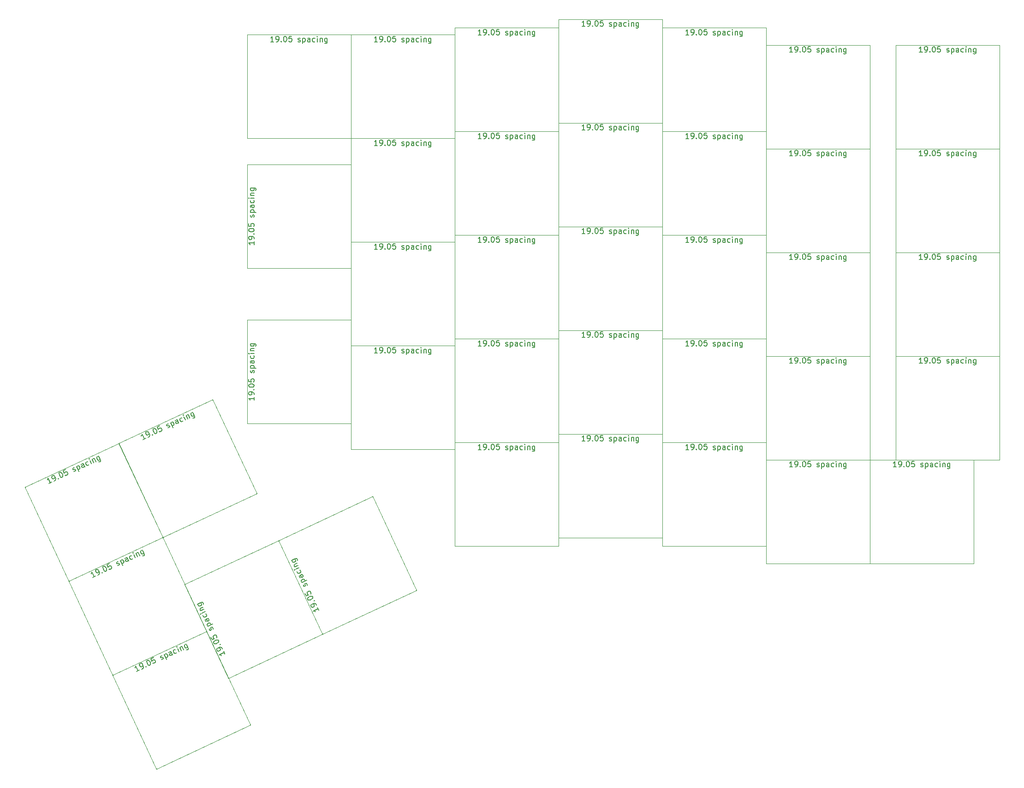
<source format=gbr>
%TF.GenerationSoftware,KiCad,Pcbnew,(6.0.5)*%
%TF.CreationDate,2022-05-23T22:21:51-06:00*%
%TF.ProjectId,ErgoDOX,4572676f-444f-4582-9e6b-696361645f70,rev?*%
%TF.SameCoordinates,Original*%
%TF.FileFunction,Other,ECO1*%
%FSLAX46Y46*%
G04 Gerber Fmt 4.6, Leading zero omitted, Abs format (unit mm)*
G04 Created by KiCad (PCBNEW (6.0.5)) date 2022-05-23 22:21:51*
%MOMM*%
%LPD*%
G01*
G04 APERTURE LIST*
%ADD10C,0.150000*%
%ADD11C,0.120000*%
G04 APERTURE END LIST*
D10*
%TO.C,SW1:13*%
X182047142Y-134955040D02*
X181475714Y-134955040D01*
X181761428Y-134955040D02*
X181761428Y-133955040D01*
X181666190Y-134097898D01*
X181570952Y-134193136D01*
X181475714Y-134240755D01*
X182523333Y-134955040D02*
X182713809Y-134955040D01*
X182809047Y-134907421D01*
X182856666Y-134859802D01*
X182951904Y-134716945D01*
X182999523Y-134526469D01*
X182999523Y-134145517D01*
X182951904Y-134050279D01*
X182904285Y-134002660D01*
X182809047Y-133955040D01*
X182618571Y-133955040D01*
X182523333Y-134002660D01*
X182475714Y-134050279D01*
X182428095Y-134145517D01*
X182428095Y-134383612D01*
X182475714Y-134478850D01*
X182523333Y-134526469D01*
X182618571Y-134574088D01*
X182809047Y-134574088D01*
X182904285Y-134526469D01*
X182951904Y-134478850D01*
X182999523Y-134383612D01*
X183428095Y-134859802D02*
X183475714Y-134907421D01*
X183428095Y-134955040D01*
X183380476Y-134907421D01*
X183428095Y-134859802D01*
X183428095Y-134955040D01*
X184094761Y-133955040D02*
X184190000Y-133955040D01*
X184285238Y-134002660D01*
X184332857Y-134050279D01*
X184380476Y-134145517D01*
X184428095Y-134335993D01*
X184428095Y-134574088D01*
X184380476Y-134764564D01*
X184332857Y-134859802D01*
X184285238Y-134907421D01*
X184190000Y-134955040D01*
X184094761Y-134955040D01*
X183999523Y-134907421D01*
X183951904Y-134859802D01*
X183904285Y-134764564D01*
X183856666Y-134574088D01*
X183856666Y-134335993D01*
X183904285Y-134145517D01*
X183951904Y-134050279D01*
X183999523Y-134002660D01*
X184094761Y-133955040D01*
X185332857Y-133955040D02*
X184856666Y-133955040D01*
X184809047Y-134431231D01*
X184856666Y-134383612D01*
X184951904Y-134335993D01*
X185190000Y-134335993D01*
X185285238Y-134383612D01*
X185332857Y-134431231D01*
X185380476Y-134526469D01*
X185380476Y-134764564D01*
X185332857Y-134859802D01*
X185285238Y-134907421D01*
X185190000Y-134955040D01*
X184951904Y-134955040D01*
X184856666Y-134907421D01*
X184809047Y-134859802D01*
X186523333Y-134907421D02*
X186618571Y-134955040D01*
X186809047Y-134955040D01*
X186904285Y-134907421D01*
X186951904Y-134812183D01*
X186951904Y-134764564D01*
X186904285Y-134669326D01*
X186809047Y-134621707D01*
X186666190Y-134621707D01*
X186570952Y-134574088D01*
X186523333Y-134478850D01*
X186523333Y-134431231D01*
X186570952Y-134335993D01*
X186666190Y-134288374D01*
X186809047Y-134288374D01*
X186904285Y-134335993D01*
X187380476Y-134288374D02*
X187380476Y-135288374D01*
X187380476Y-134335993D02*
X187475714Y-134288374D01*
X187666190Y-134288374D01*
X187761428Y-134335993D01*
X187809047Y-134383612D01*
X187856666Y-134478850D01*
X187856666Y-134764564D01*
X187809047Y-134859802D01*
X187761428Y-134907421D01*
X187666190Y-134955040D01*
X187475714Y-134955040D01*
X187380476Y-134907421D01*
X188713809Y-134955040D02*
X188713809Y-134431231D01*
X188666190Y-134335993D01*
X188570952Y-134288374D01*
X188380476Y-134288374D01*
X188285238Y-134335993D01*
X188713809Y-134907421D02*
X188618571Y-134955040D01*
X188380476Y-134955040D01*
X188285238Y-134907421D01*
X188237619Y-134812183D01*
X188237619Y-134716945D01*
X188285238Y-134621707D01*
X188380476Y-134574088D01*
X188618571Y-134574088D01*
X188713809Y-134526469D01*
X189618571Y-134907421D02*
X189523333Y-134955040D01*
X189332857Y-134955040D01*
X189237619Y-134907421D01*
X189190000Y-134859802D01*
X189142380Y-134764564D01*
X189142380Y-134478850D01*
X189190000Y-134383612D01*
X189237619Y-134335993D01*
X189332857Y-134288374D01*
X189523333Y-134288374D01*
X189618571Y-134335993D01*
X190047142Y-134955040D02*
X190047142Y-134288374D01*
X190047142Y-133955040D02*
X189999523Y-134002660D01*
X190047142Y-134050279D01*
X190094761Y-134002660D01*
X190047142Y-133955040D01*
X190047142Y-134050279D01*
X190523333Y-134288374D02*
X190523333Y-134955040D01*
X190523333Y-134383612D02*
X190570952Y-134335993D01*
X190666190Y-134288374D01*
X190809047Y-134288374D01*
X190904285Y-134335993D01*
X190951904Y-134431231D01*
X190951904Y-134955040D01*
X191856666Y-134288374D02*
X191856666Y-135097898D01*
X191809047Y-135193136D01*
X191761428Y-135240755D01*
X191666190Y-135288374D01*
X191523333Y-135288374D01*
X191428095Y-135240755D01*
X191856666Y-134907421D02*
X191761428Y-134955040D01*
X191570952Y-134955040D01*
X191475714Y-134907421D01*
X191428095Y-134859802D01*
X191380476Y-134764564D01*
X191380476Y-134478850D01*
X191428095Y-134383612D01*
X191475714Y-134335993D01*
X191570952Y-134288374D01*
X191761428Y-134288374D01*
X191856666Y-134335993D01*
%TO.C,SW1:10*%
X124897142Y-130182380D02*
X124325714Y-130182380D01*
X124611428Y-130182380D02*
X124611428Y-129182380D01*
X124516190Y-129325238D01*
X124420952Y-129420476D01*
X124325714Y-129468095D01*
X125373333Y-130182380D02*
X125563809Y-130182380D01*
X125659047Y-130134761D01*
X125706666Y-130087142D01*
X125801904Y-129944285D01*
X125849523Y-129753809D01*
X125849523Y-129372857D01*
X125801904Y-129277619D01*
X125754285Y-129230000D01*
X125659047Y-129182380D01*
X125468571Y-129182380D01*
X125373333Y-129230000D01*
X125325714Y-129277619D01*
X125278095Y-129372857D01*
X125278095Y-129610952D01*
X125325714Y-129706190D01*
X125373333Y-129753809D01*
X125468571Y-129801428D01*
X125659047Y-129801428D01*
X125754285Y-129753809D01*
X125801904Y-129706190D01*
X125849523Y-129610952D01*
X126278095Y-130087142D02*
X126325714Y-130134761D01*
X126278095Y-130182380D01*
X126230476Y-130134761D01*
X126278095Y-130087142D01*
X126278095Y-130182380D01*
X126944761Y-129182380D02*
X127040000Y-129182380D01*
X127135238Y-129230000D01*
X127182857Y-129277619D01*
X127230476Y-129372857D01*
X127278095Y-129563333D01*
X127278095Y-129801428D01*
X127230476Y-129991904D01*
X127182857Y-130087142D01*
X127135238Y-130134761D01*
X127040000Y-130182380D01*
X126944761Y-130182380D01*
X126849523Y-130134761D01*
X126801904Y-130087142D01*
X126754285Y-129991904D01*
X126706666Y-129801428D01*
X126706666Y-129563333D01*
X126754285Y-129372857D01*
X126801904Y-129277619D01*
X126849523Y-129230000D01*
X126944761Y-129182380D01*
X128182857Y-129182380D02*
X127706666Y-129182380D01*
X127659047Y-129658571D01*
X127706666Y-129610952D01*
X127801904Y-129563333D01*
X128040000Y-129563333D01*
X128135238Y-129610952D01*
X128182857Y-129658571D01*
X128230476Y-129753809D01*
X128230476Y-129991904D01*
X128182857Y-130087142D01*
X128135238Y-130134761D01*
X128040000Y-130182380D01*
X127801904Y-130182380D01*
X127706666Y-130134761D01*
X127659047Y-130087142D01*
X129373333Y-130134761D02*
X129468571Y-130182380D01*
X129659047Y-130182380D01*
X129754285Y-130134761D01*
X129801904Y-130039523D01*
X129801904Y-129991904D01*
X129754285Y-129896666D01*
X129659047Y-129849047D01*
X129516190Y-129849047D01*
X129420952Y-129801428D01*
X129373333Y-129706190D01*
X129373333Y-129658571D01*
X129420952Y-129563333D01*
X129516190Y-129515714D01*
X129659047Y-129515714D01*
X129754285Y-129563333D01*
X130230476Y-129515714D02*
X130230476Y-130515714D01*
X130230476Y-129563333D02*
X130325714Y-129515714D01*
X130516190Y-129515714D01*
X130611428Y-129563333D01*
X130659047Y-129610952D01*
X130706666Y-129706190D01*
X130706666Y-129991904D01*
X130659047Y-130087142D01*
X130611428Y-130134761D01*
X130516190Y-130182380D01*
X130325714Y-130182380D01*
X130230476Y-130134761D01*
X131563809Y-130182380D02*
X131563809Y-129658571D01*
X131516190Y-129563333D01*
X131420952Y-129515714D01*
X131230476Y-129515714D01*
X131135238Y-129563333D01*
X131563809Y-130134761D02*
X131468571Y-130182380D01*
X131230476Y-130182380D01*
X131135238Y-130134761D01*
X131087619Y-130039523D01*
X131087619Y-129944285D01*
X131135238Y-129849047D01*
X131230476Y-129801428D01*
X131468571Y-129801428D01*
X131563809Y-129753809D01*
X132468571Y-130134761D02*
X132373333Y-130182380D01*
X132182857Y-130182380D01*
X132087619Y-130134761D01*
X132040000Y-130087142D01*
X131992380Y-129991904D01*
X131992380Y-129706190D01*
X132040000Y-129610952D01*
X132087619Y-129563333D01*
X132182857Y-129515714D01*
X132373333Y-129515714D01*
X132468571Y-129563333D01*
X132897142Y-130182380D02*
X132897142Y-129515714D01*
X132897142Y-129182380D02*
X132849523Y-129230000D01*
X132897142Y-129277619D01*
X132944761Y-129230000D01*
X132897142Y-129182380D01*
X132897142Y-129277619D01*
X133373333Y-129515714D02*
X133373333Y-130182380D01*
X133373333Y-129610952D02*
X133420952Y-129563333D01*
X133516190Y-129515714D01*
X133659047Y-129515714D01*
X133754285Y-129563333D01*
X133801904Y-129658571D01*
X133801904Y-130182380D01*
X134706666Y-129515714D02*
X134706666Y-130325238D01*
X134659047Y-130420476D01*
X134611428Y-130468095D01*
X134516190Y-130515714D01*
X134373333Y-130515714D01*
X134278095Y-130468095D01*
X134706666Y-130134761D02*
X134611428Y-130182380D01*
X134420952Y-130182380D01*
X134325714Y-130134761D01*
X134278095Y-130087142D01*
X134230476Y-129991904D01*
X134230476Y-129706190D01*
X134278095Y-129610952D01*
X134325714Y-129563333D01*
X134420952Y-129515714D01*
X134611428Y-129515714D01*
X134706666Y-129563333D01*
%TO.C,SW1:9*%
X105847142Y-131780040D02*
X105275714Y-131780040D01*
X105561428Y-131780040D02*
X105561428Y-130780040D01*
X105466190Y-130922898D01*
X105370952Y-131018136D01*
X105275714Y-131065755D01*
X106323333Y-131780040D02*
X106513809Y-131780040D01*
X106609047Y-131732421D01*
X106656666Y-131684802D01*
X106751904Y-131541945D01*
X106799523Y-131351469D01*
X106799523Y-130970517D01*
X106751904Y-130875279D01*
X106704285Y-130827660D01*
X106609047Y-130780040D01*
X106418571Y-130780040D01*
X106323333Y-130827660D01*
X106275714Y-130875279D01*
X106228095Y-130970517D01*
X106228095Y-131208612D01*
X106275714Y-131303850D01*
X106323333Y-131351469D01*
X106418571Y-131399088D01*
X106609047Y-131399088D01*
X106704285Y-131351469D01*
X106751904Y-131303850D01*
X106799523Y-131208612D01*
X107228095Y-131684802D02*
X107275714Y-131732421D01*
X107228095Y-131780040D01*
X107180476Y-131732421D01*
X107228095Y-131684802D01*
X107228095Y-131780040D01*
X107894761Y-130780040D02*
X107990000Y-130780040D01*
X108085238Y-130827660D01*
X108132857Y-130875279D01*
X108180476Y-130970517D01*
X108228095Y-131160993D01*
X108228095Y-131399088D01*
X108180476Y-131589564D01*
X108132857Y-131684802D01*
X108085238Y-131732421D01*
X107990000Y-131780040D01*
X107894761Y-131780040D01*
X107799523Y-131732421D01*
X107751904Y-131684802D01*
X107704285Y-131589564D01*
X107656666Y-131399088D01*
X107656666Y-131160993D01*
X107704285Y-130970517D01*
X107751904Y-130875279D01*
X107799523Y-130827660D01*
X107894761Y-130780040D01*
X109132857Y-130780040D02*
X108656666Y-130780040D01*
X108609047Y-131256231D01*
X108656666Y-131208612D01*
X108751904Y-131160993D01*
X108990000Y-131160993D01*
X109085238Y-131208612D01*
X109132857Y-131256231D01*
X109180476Y-131351469D01*
X109180476Y-131589564D01*
X109132857Y-131684802D01*
X109085238Y-131732421D01*
X108990000Y-131780040D01*
X108751904Y-131780040D01*
X108656666Y-131732421D01*
X108609047Y-131684802D01*
X110323333Y-131732421D02*
X110418571Y-131780040D01*
X110609047Y-131780040D01*
X110704285Y-131732421D01*
X110751904Y-131637183D01*
X110751904Y-131589564D01*
X110704285Y-131494326D01*
X110609047Y-131446707D01*
X110466190Y-131446707D01*
X110370952Y-131399088D01*
X110323333Y-131303850D01*
X110323333Y-131256231D01*
X110370952Y-131160993D01*
X110466190Y-131113374D01*
X110609047Y-131113374D01*
X110704285Y-131160993D01*
X111180476Y-131113374D02*
X111180476Y-132113374D01*
X111180476Y-131160993D02*
X111275714Y-131113374D01*
X111466190Y-131113374D01*
X111561428Y-131160993D01*
X111609047Y-131208612D01*
X111656666Y-131303850D01*
X111656666Y-131589564D01*
X111609047Y-131684802D01*
X111561428Y-131732421D01*
X111466190Y-131780040D01*
X111275714Y-131780040D01*
X111180476Y-131732421D01*
X112513809Y-131780040D02*
X112513809Y-131256231D01*
X112466190Y-131160993D01*
X112370952Y-131113374D01*
X112180476Y-131113374D01*
X112085238Y-131160993D01*
X112513809Y-131732421D02*
X112418571Y-131780040D01*
X112180476Y-131780040D01*
X112085238Y-131732421D01*
X112037619Y-131637183D01*
X112037619Y-131541945D01*
X112085238Y-131446707D01*
X112180476Y-131399088D01*
X112418571Y-131399088D01*
X112513809Y-131351469D01*
X113418571Y-131732421D02*
X113323333Y-131780040D01*
X113132857Y-131780040D01*
X113037619Y-131732421D01*
X112990000Y-131684802D01*
X112942380Y-131589564D01*
X112942380Y-131303850D01*
X112990000Y-131208612D01*
X113037619Y-131160993D01*
X113132857Y-131113374D01*
X113323333Y-131113374D01*
X113418571Y-131160993D01*
X113847142Y-131780040D02*
X113847142Y-131113374D01*
X113847142Y-130780040D02*
X113799523Y-130827660D01*
X113847142Y-130875279D01*
X113894761Y-130827660D01*
X113847142Y-130780040D01*
X113847142Y-130875279D01*
X114323333Y-131113374D02*
X114323333Y-131780040D01*
X114323333Y-131208612D02*
X114370952Y-131160993D01*
X114466190Y-131113374D01*
X114609047Y-131113374D01*
X114704285Y-131160993D01*
X114751904Y-131256231D01*
X114751904Y-131780040D01*
X115656666Y-131113374D02*
X115656666Y-131922898D01*
X115609047Y-132018136D01*
X115561428Y-132065755D01*
X115466190Y-132113374D01*
X115323333Y-132113374D01*
X115228095Y-132065755D01*
X115656666Y-131732421D02*
X115561428Y-131780040D01*
X115370952Y-131780040D01*
X115275714Y-131732421D01*
X115228095Y-131684802D01*
X115180476Y-131589564D01*
X115180476Y-131303850D01*
X115228095Y-131208612D01*
X115275714Y-131160993D01*
X115370952Y-131113374D01*
X115561428Y-131113374D01*
X115656666Y-131160993D01*
%TO.C,SW2:13*%
X186809642Y-115905040D02*
X186238214Y-115905040D01*
X186523928Y-115905040D02*
X186523928Y-114905040D01*
X186428690Y-115047898D01*
X186333452Y-115143136D01*
X186238214Y-115190755D01*
X187285833Y-115905040D02*
X187476309Y-115905040D01*
X187571547Y-115857421D01*
X187619166Y-115809802D01*
X187714404Y-115666945D01*
X187762023Y-115476469D01*
X187762023Y-115095517D01*
X187714404Y-115000279D01*
X187666785Y-114952660D01*
X187571547Y-114905040D01*
X187381071Y-114905040D01*
X187285833Y-114952660D01*
X187238214Y-115000279D01*
X187190595Y-115095517D01*
X187190595Y-115333612D01*
X187238214Y-115428850D01*
X187285833Y-115476469D01*
X187381071Y-115524088D01*
X187571547Y-115524088D01*
X187666785Y-115476469D01*
X187714404Y-115428850D01*
X187762023Y-115333612D01*
X188190595Y-115809802D02*
X188238214Y-115857421D01*
X188190595Y-115905040D01*
X188142976Y-115857421D01*
X188190595Y-115809802D01*
X188190595Y-115905040D01*
X188857261Y-114905040D02*
X188952500Y-114905040D01*
X189047738Y-114952660D01*
X189095357Y-115000279D01*
X189142976Y-115095517D01*
X189190595Y-115285993D01*
X189190595Y-115524088D01*
X189142976Y-115714564D01*
X189095357Y-115809802D01*
X189047738Y-115857421D01*
X188952500Y-115905040D01*
X188857261Y-115905040D01*
X188762023Y-115857421D01*
X188714404Y-115809802D01*
X188666785Y-115714564D01*
X188619166Y-115524088D01*
X188619166Y-115285993D01*
X188666785Y-115095517D01*
X188714404Y-115000279D01*
X188762023Y-114952660D01*
X188857261Y-114905040D01*
X190095357Y-114905040D02*
X189619166Y-114905040D01*
X189571547Y-115381231D01*
X189619166Y-115333612D01*
X189714404Y-115285993D01*
X189952500Y-115285993D01*
X190047738Y-115333612D01*
X190095357Y-115381231D01*
X190142976Y-115476469D01*
X190142976Y-115714564D01*
X190095357Y-115809802D01*
X190047738Y-115857421D01*
X189952500Y-115905040D01*
X189714404Y-115905040D01*
X189619166Y-115857421D01*
X189571547Y-115809802D01*
X191285833Y-115857421D02*
X191381071Y-115905040D01*
X191571547Y-115905040D01*
X191666785Y-115857421D01*
X191714404Y-115762183D01*
X191714404Y-115714564D01*
X191666785Y-115619326D01*
X191571547Y-115571707D01*
X191428690Y-115571707D01*
X191333452Y-115524088D01*
X191285833Y-115428850D01*
X191285833Y-115381231D01*
X191333452Y-115285993D01*
X191428690Y-115238374D01*
X191571547Y-115238374D01*
X191666785Y-115285993D01*
X192142976Y-115238374D02*
X192142976Y-116238374D01*
X192142976Y-115285993D02*
X192238214Y-115238374D01*
X192428690Y-115238374D01*
X192523928Y-115285993D01*
X192571547Y-115333612D01*
X192619166Y-115428850D01*
X192619166Y-115714564D01*
X192571547Y-115809802D01*
X192523928Y-115857421D01*
X192428690Y-115905040D01*
X192238214Y-115905040D01*
X192142976Y-115857421D01*
X193476309Y-115905040D02*
X193476309Y-115381231D01*
X193428690Y-115285993D01*
X193333452Y-115238374D01*
X193142976Y-115238374D01*
X193047738Y-115285993D01*
X193476309Y-115857421D02*
X193381071Y-115905040D01*
X193142976Y-115905040D01*
X193047738Y-115857421D01*
X193000119Y-115762183D01*
X193000119Y-115666945D01*
X193047738Y-115571707D01*
X193142976Y-115524088D01*
X193381071Y-115524088D01*
X193476309Y-115476469D01*
X194381071Y-115857421D02*
X194285833Y-115905040D01*
X194095357Y-115905040D01*
X194000119Y-115857421D01*
X193952500Y-115809802D01*
X193904880Y-115714564D01*
X193904880Y-115428850D01*
X193952500Y-115333612D01*
X194000119Y-115285993D01*
X194095357Y-115238374D01*
X194285833Y-115238374D01*
X194381071Y-115285993D01*
X194809642Y-115905040D02*
X194809642Y-115238374D01*
X194809642Y-114905040D02*
X194762023Y-114952660D01*
X194809642Y-115000279D01*
X194857261Y-114952660D01*
X194809642Y-114905040D01*
X194809642Y-115000279D01*
X195285833Y-115238374D02*
X195285833Y-115905040D01*
X195285833Y-115333612D02*
X195333452Y-115285993D01*
X195428690Y-115238374D01*
X195571547Y-115238374D01*
X195666785Y-115285993D01*
X195714404Y-115381231D01*
X195714404Y-115905040D01*
X196619166Y-115238374D02*
X196619166Y-116047898D01*
X196571547Y-116143136D01*
X196523928Y-116190755D01*
X196428690Y-116238374D01*
X196285833Y-116238374D01*
X196190595Y-116190755D01*
X196619166Y-115857421D02*
X196523928Y-115905040D01*
X196333452Y-115905040D01*
X196238214Y-115857421D01*
X196190595Y-115809802D01*
X196142976Y-115714564D01*
X196142976Y-115428850D01*
X196190595Y-115333612D01*
X196238214Y-115285993D01*
X196333452Y-115238374D01*
X196523928Y-115238374D01*
X196619166Y-115285993D01*
%TO.C,SW2:10*%
X124897142Y-111132380D02*
X124325714Y-111132380D01*
X124611428Y-111132380D02*
X124611428Y-110132380D01*
X124516190Y-110275238D01*
X124420952Y-110370476D01*
X124325714Y-110418095D01*
X125373333Y-111132380D02*
X125563809Y-111132380D01*
X125659047Y-111084761D01*
X125706666Y-111037142D01*
X125801904Y-110894285D01*
X125849523Y-110703809D01*
X125849523Y-110322857D01*
X125801904Y-110227619D01*
X125754285Y-110180000D01*
X125659047Y-110132380D01*
X125468571Y-110132380D01*
X125373333Y-110180000D01*
X125325714Y-110227619D01*
X125278095Y-110322857D01*
X125278095Y-110560952D01*
X125325714Y-110656190D01*
X125373333Y-110703809D01*
X125468571Y-110751428D01*
X125659047Y-110751428D01*
X125754285Y-110703809D01*
X125801904Y-110656190D01*
X125849523Y-110560952D01*
X126278095Y-111037142D02*
X126325714Y-111084761D01*
X126278095Y-111132380D01*
X126230476Y-111084761D01*
X126278095Y-111037142D01*
X126278095Y-111132380D01*
X126944761Y-110132380D02*
X127040000Y-110132380D01*
X127135238Y-110180000D01*
X127182857Y-110227619D01*
X127230476Y-110322857D01*
X127278095Y-110513333D01*
X127278095Y-110751428D01*
X127230476Y-110941904D01*
X127182857Y-111037142D01*
X127135238Y-111084761D01*
X127040000Y-111132380D01*
X126944761Y-111132380D01*
X126849523Y-111084761D01*
X126801904Y-111037142D01*
X126754285Y-110941904D01*
X126706666Y-110751428D01*
X126706666Y-110513333D01*
X126754285Y-110322857D01*
X126801904Y-110227619D01*
X126849523Y-110180000D01*
X126944761Y-110132380D01*
X128182857Y-110132380D02*
X127706666Y-110132380D01*
X127659047Y-110608571D01*
X127706666Y-110560952D01*
X127801904Y-110513333D01*
X128040000Y-110513333D01*
X128135238Y-110560952D01*
X128182857Y-110608571D01*
X128230476Y-110703809D01*
X128230476Y-110941904D01*
X128182857Y-111037142D01*
X128135238Y-111084761D01*
X128040000Y-111132380D01*
X127801904Y-111132380D01*
X127706666Y-111084761D01*
X127659047Y-111037142D01*
X129373333Y-111084761D02*
X129468571Y-111132380D01*
X129659047Y-111132380D01*
X129754285Y-111084761D01*
X129801904Y-110989523D01*
X129801904Y-110941904D01*
X129754285Y-110846666D01*
X129659047Y-110799047D01*
X129516190Y-110799047D01*
X129420952Y-110751428D01*
X129373333Y-110656190D01*
X129373333Y-110608571D01*
X129420952Y-110513333D01*
X129516190Y-110465714D01*
X129659047Y-110465714D01*
X129754285Y-110513333D01*
X130230476Y-110465714D02*
X130230476Y-111465714D01*
X130230476Y-110513333D02*
X130325714Y-110465714D01*
X130516190Y-110465714D01*
X130611428Y-110513333D01*
X130659047Y-110560952D01*
X130706666Y-110656190D01*
X130706666Y-110941904D01*
X130659047Y-111037142D01*
X130611428Y-111084761D01*
X130516190Y-111132380D01*
X130325714Y-111132380D01*
X130230476Y-111084761D01*
X131563809Y-111132380D02*
X131563809Y-110608571D01*
X131516190Y-110513333D01*
X131420952Y-110465714D01*
X131230476Y-110465714D01*
X131135238Y-110513333D01*
X131563809Y-111084761D02*
X131468571Y-111132380D01*
X131230476Y-111132380D01*
X131135238Y-111084761D01*
X131087619Y-110989523D01*
X131087619Y-110894285D01*
X131135238Y-110799047D01*
X131230476Y-110751428D01*
X131468571Y-110751428D01*
X131563809Y-110703809D01*
X132468571Y-111084761D02*
X132373333Y-111132380D01*
X132182857Y-111132380D01*
X132087619Y-111084761D01*
X132040000Y-111037142D01*
X131992380Y-110941904D01*
X131992380Y-110656190D01*
X132040000Y-110560952D01*
X132087619Y-110513333D01*
X132182857Y-110465714D01*
X132373333Y-110465714D01*
X132468571Y-110513333D01*
X132897142Y-111132380D02*
X132897142Y-110465714D01*
X132897142Y-110132380D02*
X132849523Y-110180000D01*
X132897142Y-110227619D01*
X132944761Y-110180000D01*
X132897142Y-110132380D01*
X132897142Y-110227619D01*
X133373333Y-110465714D02*
X133373333Y-111132380D01*
X133373333Y-110560952D02*
X133420952Y-110513333D01*
X133516190Y-110465714D01*
X133659047Y-110465714D01*
X133754285Y-110513333D01*
X133801904Y-110608571D01*
X133801904Y-111132380D01*
X134706666Y-110465714D02*
X134706666Y-111275238D01*
X134659047Y-111370476D01*
X134611428Y-111418095D01*
X134516190Y-111465714D01*
X134373333Y-111465714D01*
X134278095Y-111418095D01*
X134706666Y-111084761D02*
X134611428Y-111132380D01*
X134420952Y-111132380D01*
X134325714Y-111084761D01*
X134278095Y-111037142D01*
X134230476Y-110941904D01*
X134230476Y-110656190D01*
X134278095Y-110560952D01*
X134325714Y-110513333D01*
X134420952Y-110465714D01*
X134611428Y-110465714D01*
X134706666Y-110513333D01*
%TO.C,SW2:9*%
X105847142Y-112730040D02*
X105275714Y-112730040D01*
X105561428Y-112730040D02*
X105561428Y-111730040D01*
X105466190Y-111872898D01*
X105370952Y-111968136D01*
X105275714Y-112015755D01*
X106323333Y-112730040D02*
X106513809Y-112730040D01*
X106609047Y-112682421D01*
X106656666Y-112634802D01*
X106751904Y-112491945D01*
X106799523Y-112301469D01*
X106799523Y-111920517D01*
X106751904Y-111825279D01*
X106704285Y-111777660D01*
X106609047Y-111730040D01*
X106418571Y-111730040D01*
X106323333Y-111777660D01*
X106275714Y-111825279D01*
X106228095Y-111920517D01*
X106228095Y-112158612D01*
X106275714Y-112253850D01*
X106323333Y-112301469D01*
X106418571Y-112349088D01*
X106609047Y-112349088D01*
X106704285Y-112301469D01*
X106751904Y-112253850D01*
X106799523Y-112158612D01*
X107228095Y-112634802D02*
X107275714Y-112682421D01*
X107228095Y-112730040D01*
X107180476Y-112682421D01*
X107228095Y-112634802D01*
X107228095Y-112730040D01*
X107894761Y-111730040D02*
X107990000Y-111730040D01*
X108085238Y-111777660D01*
X108132857Y-111825279D01*
X108180476Y-111920517D01*
X108228095Y-112110993D01*
X108228095Y-112349088D01*
X108180476Y-112539564D01*
X108132857Y-112634802D01*
X108085238Y-112682421D01*
X107990000Y-112730040D01*
X107894761Y-112730040D01*
X107799523Y-112682421D01*
X107751904Y-112634802D01*
X107704285Y-112539564D01*
X107656666Y-112349088D01*
X107656666Y-112110993D01*
X107704285Y-111920517D01*
X107751904Y-111825279D01*
X107799523Y-111777660D01*
X107894761Y-111730040D01*
X109132857Y-111730040D02*
X108656666Y-111730040D01*
X108609047Y-112206231D01*
X108656666Y-112158612D01*
X108751904Y-112110993D01*
X108990000Y-112110993D01*
X109085238Y-112158612D01*
X109132857Y-112206231D01*
X109180476Y-112301469D01*
X109180476Y-112539564D01*
X109132857Y-112634802D01*
X109085238Y-112682421D01*
X108990000Y-112730040D01*
X108751904Y-112730040D01*
X108656666Y-112682421D01*
X108609047Y-112634802D01*
X110323333Y-112682421D02*
X110418571Y-112730040D01*
X110609047Y-112730040D01*
X110704285Y-112682421D01*
X110751904Y-112587183D01*
X110751904Y-112539564D01*
X110704285Y-112444326D01*
X110609047Y-112396707D01*
X110466190Y-112396707D01*
X110370952Y-112349088D01*
X110323333Y-112253850D01*
X110323333Y-112206231D01*
X110370952Y-112110993D01*
X110466190Y-112063374D01*
X110609047Y-112063374D01*
X110704285Y-112110993D01*
X111180476Y-112063374D02*
X111180476Y-113063374D01*
X111180476Y-112110993D02*
X111275714Y-112063374D01*
X111466190Y-112063374D01*
X111561428Y-112110993D01*
X111609047Y-112158612D01*
X111656666Y-112253850D01*
X111656666Y-112539564D01*
X111609047Y-112634802D01*
X111561428Y-112682421D01*
X111466190Y-112730040D01*
X111275714Y-112730040D01*
X111180476Y-112682421D01*
X112513809Y-112730040D02*
X112513809Y-112206231D01*
X112466190Y-112110993D01*
X112370952Y-112063374D01*
X112180476Y-112063374D01*
X112085238Y-112110993D01*
X112513809Y-112682421D02*
X112418571Y-112730040D01*
X112180476Y-112730040D01*
X112085238Y-112682421D01*
X112037619Y-112587183D01*
X112037619Y-112491945D01*
X112085238Y-112396707D01*
X112180476Y-112349088D01*
X112418571Y-112349088D01*
X112513809Y-112301469D01*
X113418571Y-112682421D02*
X113323333Y-112730040D01*
X113132857Y-112730040D01*
X113037619Y-112682421D01*
X112990000Y-112634802D01*
X112942380Y-112539564D01*
X112942380Y-112253850D01*
X112990000Y-112158612D01*
X113037619Y-112110993D01*
X113132857Y-112063374D01*
X113323333Y-112063374D01*
X113418571Y-112110993D01*
X113847142Y-112730040D02*
X113847142Y-112063374D01*
X113847142Y-111730040D02*
X113799523Y-111777660D01*
X113847142Y-111825279D01*
X113894761Y-111777660D01*
X113847142Y-111730040D01*
X113847142Y-111825279D01*
X114323333Y-112063374D02*
X114323333Y-112730040D01*
X114323333Y-112158612D02*
X114370952Y-112110993D01*
X114466190Y-112063374D01*
X114609047Y-112063374D01*
X114704285Y-112110993D01*
X114751904Y-112206231D01*
X114751904Y-112730040D01*
X115656666Y-112063374D02*
X115656666Y-112872898D01*
X115609047Y-112968136D01*
X115561428Y-113015755D01*
X115466190Y-113063374D01*
X115323333Y-113063374D01*
X115228095Y-113015755D01*
X115656666Y-112682421D02*
X115561428Y-112730040D01*
X115370952Y-112730040D01*
X115275714Y-112682421D01*
X115228095Y-112634802D01*
X115180476Y-112539564D01*
X115180476Y-112253850D01*
X115228095Y-112158612D01*
X115275714Y-112110993D01*
X115370952Y-112063374D01*
X115561428Y-112063374D01*
X115656666Y-112110993D01*
%TO.C,SW2:7*%
X64142380Y-122128017D02*
X64142380Y-122699445D01*
X64142380Y-122413731D02*
X63142380Y-122413731D01*
X63285238Y-122508969D01*
X63380476Y-122604207D01*
X63428095Y-122699445D01*
X64142380Y-121651826D02*
X64142380Y-121461350D01*
X64094761Y-121366112D01*
X64047142Y-121318493D01*
X63904285Y-121223255D01*
X63713809Y-121175636D01*
X63332857Y-121175636D01*
X63237619Y-121223255D01*
X63190000Y-121270874D01*
X63142380Y-121366112D01*
X63142380Y-121556588D01*
X63190000Y-121651826D01*
X63237619Y-121699445D01*
X63332857Y-121747064D01*
X63570952Y-121747064D01*
X63666190Y-121699445D01*
X63713809Y-121651826D01*
X63761428Y-121556588D01*
X63761428Y-121366112D01*
X63713809Y-121270874D01*
X63666190Y-121223255D01*
X63570952Y-121175636D01*
X64047142Y-120747064D02*
X64094761Y-120699445D01*
X64142380Y-120747064D01*
X64094761Y-120794683D01*
X64047142Y-120747064D01*
X64142380Y-120747064D01*
X63142380Y-120080398D02*
X63142380Y-119985160D01*
X63190000Y-119889921D01*
X63237619Y-119842302D01*
X63332857Y-119794683D01*
X63523333Y-119747064D01*
X63761428Y-119747064D01*
X63951904Y-119794683D01*
X64047142Y-119842302D01*
X64094761Y-119889921D01*
X64142380Y-119985160D01*
X64142380Y-120080398D01*
X64094761Y-120175636D01*
X64047142Y-120223255D01*
X63951904Y-120270874D01*
X63761428Y-120318493D01*
X63523333Y-120318493D01*
X63332857Y-120270874D01*
X63237619Y-120223255D01*
X63190000Y-120175636D01*
X63142380Y-120080398D01*
X63142380Y-118842302D02*
X63142380Y-119318493D01*
X63618571Y-119366112D01*
X63570952Y-119318493D01*
X63523333Y-119223255D01*
X63523333Y-118985160D01*
X63570952Y-118889921D01*
X63618571Y-118842302D01*
X63713809Y-118794683D01*
X63951904Y-118794683D01*
X64047142Y-118842302D01*
X64094761Y-118889921D01*
X64142380Y-118985160D01*
X64142380Y-119223255D01*
X64094761Y-119318493D01*
X64047142Y-119366112D01*
X64094761Y-117651826D02*
X64142380Y-117556588D01*
X64142380Y-117366112D01*
X64094761Y-117270874D01*
X63999523Y-117223255D01*
X63951904Y-117223255D01*
X63856666Y-117270874D01*
X63809047Y-117366112D01*
X63809047Y-117508969D01*
X63761428Y-117604207D01*
X63666190Y-117651826D01*
X63618571Y-117651826D01*
X63523333Y-117604207D01*
X63475714Y-117508969D01*
X63475714Y-117366112D01*
X63523333Y-117270874D01*
X63475714Y-116794683D02*
X64475714Y-116794683D01*
X63523333Y-116794683D02*
X63475714Y-116699445D01*
X63475714Y-116508969D01*
X63523333Y-116413731D01*
X63570952Y-116366112D01*
X63666190Y-116318493D01*
X63951904Y-116318493D01*
X64047142Y-116366112D01*
X64094761Y-116413731D01*
X64142380Y-116508969D01*
X64142380Y-116699445D01*
X64094761Y-116794683D01*
X64142380Y-115461350D02*
X63618571Y-115461350D01*
X63523333Y-115508969D01*
X63475714Y-115604207D01*
X63475714Y-115794683D01*
X63523333Y-115889921D01*
X64094761Y-115461350D02*
X64142380Y-115556588D01*
X64142380Y-115794683D01*
X64094761Y-115889921D01*
X63999523Y-115937540D01*
X63904285Y-115937540D01*
X63809047Y-115889921D01*
X63761428Y-115794683D01*
X63761428Y-115556588D01*
X63713809Y-115461350D01*
X64094761Y-114556588D02*
X64142380Y-114651826D01*
X64142380Y-114842302D01*
X64094761Y-114937540D01*
X64047142Y-114985160D01*
X63951904Y-115032779D01*
X63666190Y-115032779D01*
X63570952Y-114985160D01*
X63523333Y-114937540D01*
X63475714Y-114842302D01*
X63475714Y-114651826D01*
X63523333Y-114556588D01*
X64142380Y-114128017D02*
X63475714Y-114128017D01*
X63142380Y-114128017D02*
X63190000Y-114175636D01*
X63237619Y-114128017D01*
X63190000Y-114080398D01*
X63142380Y-114128017D01*
X63237619Y-114128017D01*
X63475714Y-113651826D02*
X64142380Y-113651826D01*
X63570952Y-113651826D02*
X63523333Y-113604207D01*
X63475714Y-113508969D01*
X63475714Y-113366112D01*
X63523333Y-113270874D01*
X63618571Y-113223255D01*
X64142380Y-113223255D01*
X63475714Y-112318493D02*
X64285238Y-112318493D01*
X64380476Y-112366112D01*
X64428095Y-112413731D01*
X64475714Y-112508969D01*
X64475714Y-112651826D01*
X64428095Y-112747064D01*
X64094761Y-112318493D02*
X64142380Y-112413731D01*
X64142380Y-112604207D01*
X64094761Y-112699445D01*
X64047142Y-112747064D01*
X63951904Y-112794683D01*
X63666190Y-112794683D01*
X63570952Y-112747064D01*
X63523333Y-112699445D01*
X63475714Y-112604207D01*
X63475714Y-112413731D01*
X63523333Y-112318493D01*
%TO.C,SW3:13*%
X186809642Y-96855040D02*
X186238214Y-96855040D01*
X186523928Y-96855040D02*
X186523928Y-95855040D01*
X186428690Y-95997898D01*
X186333452Y-96093136D01*
X186238214Y-96140755D01*
X187285833Y-96855040D02*
X187476309Y-96855040D01*
X187571547Y-96807421D01*
X187619166Y-96759802D01*
X187714404Y-96616945D01*
X187762023Y-96426469D01*
X187762023Y-96045517D01*
X187714404Y-95950279D01*
X187666785Y-95902660D01*
X187571547Y-95855040D01*
X187381071Y-95855040D01*
X187285833Y-95902660D01*
X187238214Y-95950279D01*
X187190595Y-96045517D01*
X187190595Y-96283612D01*
X187238214Y-96378850D01*
X187285833Y-96426469D01*
X187381071Y-96474088D01*
X187571547Y-96474088D01*
X187666785Y-96426469D01*
X187714404Y-96378850D01*
X187762023Y-96283612D01*
X188190595Y-96759802D02*
X188238214Y-96807421D01*
X188190595Y-96855040D01*
X188142976Y-96807421D01*
X188190595Y-96759802D01*
X188190595Y-96855040D01*
X188857261Y-95855040D02*
X188952500Y-95855040D01*
X189047738Y-95902660D01*
X189095357Y-95950279D01*
X189142976Y-96045517D01*
X189190595Y-96235993D01*
X189190595Y-96474088D01*
X189142976Y-96664564D01*
X189095357Y-96759802D01*
X189047738Y-96807421D01*
X188952500Y-96855040D01*
X188857261Y-96855040D01*
X188762023Y-96807421D01*
X188714404Y-96759802D01*
X188666785Y-96664564D01*
X188619166Y-96474088D01*
X188619166Y-96235993D01*
X188666785Y-96045517D01*
X188714404Y-95950279D01*
X188762023Y-95902660D01*
X188857261Y-95855040D01*
X190095357Y-95855040D02*
X189619166Y-95855040D01*
X189571547Y-96331231D01*
X189619166Y-96283612D01*
X189714404Y-96235993D01*
X189952500Y-96235993D01*
X190047738Y-96283612D01*
X190095357Y-96331231D01*
X190142976Y-96426469D01*
X190142976Y-96664564D01*
X190095357Y-96759802D01*
X190047738Y-96807421D01*
X189952500Y-96855040D01*
X189714404Y-96855040D01*
X189619166Y-96807421D01*
X189571547Y-96759802D01*
X191285833Y-96807421D02*
X191381071Y-96855040D01*
X191571547Y-96855040D01*
X191666785Y-96807421D01*
X191714404Y-96712183D01*
X191714404Y-96664564D01*
X191666785Y-96569326D01*
X191571547Y-96521707D01*
X191428690Y-96521707D01*
X191333452Y-96474088D01*
X191285833Y-96378850D01*
X191285833Y-96331231D01*
X191333452Y-96235993D01*
X191428690Y-96188374D01*
X191571547Y-96188374D01*
X191666785Y-96235993D01*
X192142976Y-96188374D02*
X192142976Y-97188374D01*
X192142976Y-96235993D02*
X192238214Y-96188374D01*
X192428690Y-96188374D01*
X192523928Y-96235993D01*
X192571547Y-96283612D01*
X192619166Y-96378850D01*
X192619166Y-96664564D01*
X192571547Y-96759802D01*
X192523928Y-96807421D01*
X192428690Y-96855040D01*
X192238214Y-96855040D01*
X192142976Y-96807421D01*
X193476309Y-96855040D02*
X193476309Y-96331231D01*
X193428690Y-96235993D01*
X193333452Y-96188374D01*
X193142976Y-96188374D01*
X193047738Y-96235993D01*
X193476309Y-96807421D02*
X193381071Y-96855040D01*
X193142976Y-96855040D01*
X193047738Y-96807421D01*
X193000119Y-96712183D01*
X193000119Y-96616945D01*
X193047738Y-96521707D01*
X193142976Y-96474088D01*
X193381071Y-96474088D01*
X193476309Y-96426469D01*
X194381071Y-96807421D02*
X194285833Y-96855040D01*
X194095357Y-96855040D01*
X194000119Y-96807421D01*
X193952500Y-96759802D01*
X193904880Y-96664564D01*
X193904880Y-96378850D01*
X193952500Y-96283612D01*
X194000119Y-96235993D01*
X194095357Y-96188374D01*
X194285833Y-96188374D01*
X194381071Y-96235993D01*
X194809642Y-96855040D02*
X194809642Y-96188374D01*
X194809642Y-95855040D02*
X194762023Y-95902660D01*
X194809642Y-95950279D01*
X194857261Y-95902660D01*
X194809642Y-95855040D01*
X194809642Y-95950279D01*
X195285833Y-96188374D02*
X195285833Y-96855040D01*
X195285833Y-96283612D02*
X195333452Y-96235993D01*
X195428690Y-96188374D01*
X195571547Y-96188374D01*
X195666785Y-96235993D01*
X195714404Y-96331231D01*
X195714404Y-96855040D01*
X196619166Y-96188374D02*
X196619166Y-96997898D01*
X196571547Y-97093136D01*
X196523928Y-97140755D01*
X196428690Y-97188374D01*
X196285833Y-97188374D01*
X196190595Y-97140755D01*
X196619166Y-96807421D02*
X196523928Y-96855040D01*
X196333452Y-96855040D01*
X196238214Y-96807421D01*
X196190595Y-96759802D01*
X196142976Y-96664564D01*
X196142976Y-96378850D01*
X196190595Y-96283612D01*
X196238214Y-96235993D01*
X196333452Y-96188374D01*
X196523928Y-96188374D01*
X196619166Y-96235993D01*
%TO.C,SW3:11*%
X143947142Y-93680040D02*
X143375714Y-93680040D01*
X143661428Y-93680040D02*
X143661428Y-92680040D01*
X143566190Y-92822898D01*
X143470952Y-92918136D01*
X143375714Y-92965755D01*
X144423333Y-93680040D02*
X144613809Y-93680040D01*
X144709047Y-93632421D01*
X144756666Y-93584802D01*
X144851904Y-93441945D01*
X144899523Y-93251469D01*
X144899523Y-92870517D01*
X144851904Y-92775279D01*
X144804285Y-92727660D01*
X144709047Y-92680040D01*
X144518571Y-92680040D01*
X144423333Y-92727660D01*
X144375714Y-92775279D01*
X144328095Y-92870517D01*
X144328095Y-93108612D01*
X144375714Y-93203850D01*
X144423333Y-93251469D01*
X144518571Y-93299088D01*
X144709047Y-93299088D01*
X144804285Y-93251469D01*
X144851904Y-93203850D01*
X144899523Y-93108612D01*
X145328095Y-93584802D02*
X145375714Y-93632421D01*
X145328095Y-93680040D01*
X145280476Y-93632421D01*
X145328095Y-93584802D01*
X145328095Y-93680040D01*
X145994761Y-92680040D02*
X146090000Y-92680040D01*
X146185238Y-92727660D01*
X146232857Y-92775279D01*
X146280476Y-92870517D01*
X146328095Y-93060993D01*
X146328095Y-93299088D01*
X146280476Y-93489564D01*
X146232857Y-93584802D01*
X146185238Y-93632421D01*
X146090000Y-93680040D01*
X145994761Y-93680040D01*
X145899523Y-93632421D01*
X145851904Y-93584802D01*
X145804285Y-93489564D01*
X145756666Y-93299088D01*
X145756666Y-93060993D01*
X145804285Y-92870517D01*
X145851904Y-92775279D01*
X145899523Y-92727660D01*
X145994761Y-92680040D01*
X147232857Y-92680040D02*
X146756666Y-92680040D01*
X146709047Y-93156231D01*
X146756666Y-93108612D01*
X146851904Y-93060993D01*
X147090000Y-93060993D01*
X147185238Y-93108612D01*
X147232857Y-93156231D01*
X147280476Y-93251469D01*
X147280476Y-93489564D01*
X147232857Y-93584802D01*
X147185238Y-93632421D01*
X147090000Y-93680040D01*
X146851904Y-93680040D01*
X146756666Y-93632421D01*
X146709047Y-93584802D01*
X148423333Y-93632421D02*
X148518571Y-93680040D01*
X148709047Y-93680040D01*
X148804285Y-93632421D01*
X148851904Y-93537183D01*
X148851904Y-93489564D01*
X148804285Y-93394326D01*
X148709047Y-93346707D01*
X148566190Y-93346707D01*
X148470952Y-93299088D01*
X148423333Y-93203850D01*
X148423333Y-93156231D01*
X148470952Y-93060993D01*
X148566190Y-93013374D01*
X148709047Y-93013374D01*
X148804285Y-93060993D01*
X149280476Y-93013374D02*
X149280476Y-94013374D01*
X149280476Y-93060993D02*
X149375714Y-93013374D01*
X149566190Y-93013374D01*
X149661428Y-93060993D01*
X149709047Y-93108612D01*
X149756666Y-93203850D01*
X149756666Y-93489564D01*
X149709047Y-93584802D01*
X149661428Y-93632421D01*
X149566190Y-93680040D01*
X149375714Y-93680040D01*
X149280476Y-93632421D01*
X150613809Y-93680040D02*
X150613809Y-93156231D01*
X150566190Y-93060993D01*
X150470952Y-93013374D01*
X150280476Y-93013374D01*
X150185238Y-93060993D01*
X150613809Y-93632421D02*
X150518571Y-93680040D01*
X150280476Y-93680040D01*
X150185238Y-93632421D01*
X150137619Y-93537183D01*
X150137619Y-93441945D01*
X150185238Y-93346707D01*
X150280476Y-93299088D01*
X150518571Y-93299088D01*
X150613809Y-93251469D01*
X151518571Y-93632421D02*
X151423333Y-93680040D01*
X151232857Y-93680040D01*
X151137619Y-93632421D01*
X151090000Y-93584802D01*
X151042380Y-93489564D01*
X151042380Y-93203850D01*
X151090000Y-93108612D01*
X151137619Y-93060993D01*
X151232857Y-93013374D01*
X151423333Y-93013374D01*
X151518571Y-93060993D01*
X151947142Y-93680040D02*
X151947142Y-93013374D01*
X151947142Y-92680040D02*
X151899523Y-92727660D01*
X151947142Y-92775279D01*
X151994761Y-92727660D01*
X151947142Y-92680040D01*
X151947142Y-92775279D01*
X152423333Y-93013374D02*
X152423333Y-93680040D01*
X152423333Y-93108612D02*
X152470952Y-93060993D01*
X152566190Y-93013374D01*
X152709047Y-93013374D01*
X152804285Y-93060993D01*
X152851904Y-93156231D01*
X152851904Y-93680040D01*
X153756666Y-93013374D02*
X153756666Y-93822898D01*
X153709047Y-93918136D01*
X153661428Y-93965755D01*
X153566190Y-94013374D01*
X153423333Y-94013374D01*
X153328095Y-93965755D01*
X153756666Y-93632421D02*
X153661428Y-93680040D01*
X153470952Y-93680040D01*
X153375714Y-93632421D01*
X153328095Y-93584802D01*
X153280476Y-93489564D01*
X153280476Y-93203850D01*
X153328095Y-93108612D01*
X153375714Y-93060993D01*
X153470952Y-93013374D01*
X153661428Y-93013374D01*
X153756666Y-93060993D01*
%TO.C,SW3:10*%
X124897142Y-92082380D02*
X124325714Y-92082380D01*
X124611428Y-92082380D02*
X124611428Y-91082380D01*
X124516190Y-91225238D01*
X124420952Y-91320476D01*
X124325714Y-91368095D01*
X125373333Y-92082380D02*
X125563809Y-92082380D01*
X125659047Y-92034761D01*
X125706666Y-91987142D01*
X125801904Y-91844285D01*
X125849523Y-91653809D01*
X125849523Y-91272857D01*
X125801904Y-91177619D01*
X125754285Y-91130000D01*
X125659047Y-91082380D01*
X125468571Y-91082380D01*
X125373333Y-91130000D01*
X125325714Y-91177619D01*
X125278095Y-91272857D01*
X125278095Y-91510952D01*
X125325714Y-91606190D01*
X125373333Y-91653809D01*
X125468571Y-91701428D01*
X125659047Y-91701428D01*
X125754285Y-91653809D01*
X125801904Y-91606190D01*
X125849523Y-91510952D01*
X126278095Y-91987142D02*
X126325714Y-92034761D01*
X126278095Y-92082380D01*
X126230476Y-92034761D01*
X126278095Y-91987142D01*
X126278095Y-92082380D01*
X126944761Y-91082380D02*
X127040000Y-91082380D01*
X127135238Y-91130000D01*
X127182857Y-91177619D01*
X127230476Y-91272857D01*
X127278095Y-91463333D01*
X127278095Y-91701428D01*
X127230476Y-91891904D01*
X127182857Y-91987142D01*
X127135238Y-92034761D01*
X127040000Y-92082380D01*
X126944761Y-92082380D01*
X126849523Y-92034761D01*
X126801904Y-91987142D01*
X126754285Y-91891904D01*
X126706666Y-91701428D01*
X126706666Y-91463333D01*
X126754285Y-91272857D01*
X126801904Y-91177619D01*
X126849523Y-91130000D01*
X126944761Y-91082380D01*
X128182857Y-91082380D02*
X127706666Y-91082380D01*
X127659047Y-91558571D01*
X127706666Y-91510952D01*
X127801904Y-91463333D01*
X128040000Y-91463333D01*
X128135238Y-91510952D01*
X128182857Y-91558571D01*
X128230476Y-91653809D01*
X128230476Y-91891904D01*
X128182857Y-91987142D01*
X128135238Y-92034761D01*
X128040000Y-92082380D01*
X127801904Y-92082380D01*
X127706666Y-92034761D01*
X127659047Y-91987142D01*
X129373333Y-92034761D02*
X129468571Y-92082380D01*
X129659047Y-92082380D01*
X129754285Y-92034761D01*
X129801904Y-91939523D01*
X129801904Y-91891904D01*
X129754285Y-91796666D01*
X129659047Y-91749047D01*
X129516190Y-91749047D01*
X129420952Y-91701428D01*
X129373333Y-91606190D01*
X129373333Y-91558571D01*
X129420952Y-91463333D01*
X129516190Y-91415714D01*
X129659047Y-91415714D01*
X129754285Y-91463333D01*
X130230476Y-91415714D02*
X130230476Y-92415714D01*
X130230476Y-91463333D02*
X130325714Y-91415714D01*
X130516190Y-91415714D01*
X130611428Y-91463333D01*
X130659047Y-91510952D01*
X130706666Y-91606190D01*
X130706666Y-91891904D01*
X130659047Y-91987142D01*
X130611428Y-92034761D01*
X130516190Y-92082380D01*
X130325714Y-92082380D01*
X130230476Y-92034761D01*
X131563809Y-92082380D02*
X131563809Y-91558571D01*
X131516190Y-91463333D01*
X131420952Y-91415714D01*
X131230476Y-91415714D01*
X131135238Y-91463333D01*
X131563809Y-92034761D02*
X131468571Y-92082380D01*
X131230476Y-92082380D01*
X131135238Y-92034761D01*
X131087619Y-91939523D01*
X131087619Y-91844285D01*
X131135238Y-91749047D01*
X131230476Y-91701428D01*
X131468571Y-91701428D01*
X131563809Y-91653809D01*
X132468571Y-92034761D02*
X132373333Y-92082380D01*
X132182857Y-92082380D01*
X132087619Y-92034761D01*
X132040000Y-91987142D01*
X131992380Y-91891904D01*
X131992380Y-91606190D01*
X132040000Y-91510952D01*
X132087619Y-91463333D01*
X132182857Y-91415714D01*
X132373333Y-91415714D01*
X132468571Y-91463333D01*
X132897142Y-92082380D02*
X132897142Y-91415714D01*
X132897142Y-91082380D02*
X132849523Y-91130000D01*
X132897142Y-91177619D01*
X132944761Y-91130000D01*
X132897142Y-91082380D01*
X132897142Y-91177619D01*
X133373333Y-91415714D02*
X133373333Y-92082380D01*
X133373333Y-91510952D02*
X133420952Y-91463333D01*
X133516190Y-91415714D01*
X133659047Y-91415714D01*
X133754285Y-91463333D01*
X133801904Y-91558571D01*
X133801904Y-92082380D01*
X134706666Y-91415714D02*
X134706666Y-92225238D01*
X134659047Y-92320476D01*
X134611428Y-92368095D01*
X134516190Y-92415714D01*
X134373333Y-92415714D01*
X134278095Y-92368095D01*
X134706666Y-92034761D02*
X134611428Y-92082380D01*
X134420952Y-92082380D01*
X134325714Y-92034761D01*
X134278095Y-91987142D01*
X134230476Y-91891904D01*
X134230476Y-91606190D01*
X134278095Y-91510952D01*
X134325714Y-91463333D01*
X134420952Y-91415714D01*
X134611428Y-91415714D01*
X134706666Y-91463333D01*
%TO.C,SW3:9*%
X105847142Y-93680040D02*
X105275714Y-93680040D01*
X105561428Y-93680040D02*
X105561428Y-92680040D01*
X105466190Y-92822898D01*
X105370952Y-92918136D01*
X105275714Y-92965755D01*
X106323333Y-93680040D02*
X106513809Y-93680040D01*
X106609047Y-93632421D01*
X106656666Y-93584802D01*
X106751904Y-93441945D01*
X106799523Y-93251469D01*
X106799523Y-92870517D01*
X106751904Y-92775279D01*
X106704285Y-92727660D01*
X106609047Y-92680040D01*
X106418571Y-92680040D01*
X106323333Y-92727660D01*
X106275714Y-92775279D01*
X106228095Y-92870517D01*
X106228095Y-93108612D01*
X106275714Y-93203850D01*
X106323333Y-93251469D01*
X106418571Y-93299088D01*
X106609047Y-93299088D01*
X106704285Y-93251469D01*
X106751904Y-93203850D01*
X106799523Y-93108612D01*
X107228095Y-93584802D02*
X107275714Y-93632421D01*
X107228095Y-93680040D01*
X107180476Y-93632421D01*
X107228095Y-93584802D01*
X107228095Y-93680040D01*
X107894761Y-92680040D02*
X107990000Y-92680040D01*
X108085238Y-92727660D01*
X108132857Y-92775279D01*
X108180476Y-92870517D01*
X108228095Y-93060993D01*
X108228095Y-93299088D01*
X108180476Y-93489564D01*
X108132857Y-93584802D01*
X108085238Y-93632421D01*
X107990000Y-93680040D01*
X107894761Y-93680040D01*
X107799523Y-93632421D01*
X107751904Y-93584802D01*
X107704285Y-93489564D01*
X107656666Y-93299088D01*
X107656666Y-93060993D01*
X107704285Y-92870517D01*
X107751904Y-92775279D01*
X107799523Y-92727660D01*
X107894761Y-92680040D01*
X109132857Y-92680040D02*
X108656666Y-92680040D01*
X108609047Y-93156231D01*
X108656666Y-93108612D01*
X108751904Y-93060993D01*
X108990000Y-93060993D01*
X109085238Y-93108612D01*
X109132857Y-93156231D01*
X109180476Y-93251469D01*
X109180476Y-93489564D01*
X109132857Y-93584802D01*
X109085238Y-93632421D01*
X108990000Y-93680040D01*
X108751904Y-93680040D01*
X108656666Y-93632421D01*
X108609047Y-93584802D01*
X110323333Y-93632421D02*
X110418571Y-93680040D01*
X110609047Y-93680040D01*
X110704285Y-93632421D01*
X110751904Y-93537183D01*
X110751904Y-93489564D01*
X110704285Y-93394326D01*
X110609047Y-93346707D01*
X110466190Y-93346707D01*
X110370952Y-93299088D01*
X110323333Y-93203850D01*
X110323333Y-93156231D01*
X110370952Y-93060993D01*
X110466190Y-93013374D01*
X110609047Y-93013374D01*
X110704285Y-93060993D01*
X111180476Y-93013374D02*
X111180476Y-94013374D01*
X111180476Y-93060993D02*
X111275714Y-93013374D01*
X111466190Y-93013374D01*
X111561428Y-93060993D01*
X111609047Y-93108612D01*
X111656666Y-93203850D01*
X111656666Y-93489564D01*
X111609047Y-93584802D01*
X111561428Y-93632421D01*
X111466190Y-93680040D01*
X111275714Y-93680040D01*
X111180476Y-93632421D01*
X112513809Y-93680040D02*
X112513809Y-93156231D01*
X112466190Y-93060993D01*
X112370952Y-93013374D01*
X112180476Y-93013374D01*
X112085238Y-93060993D01*
X112513809Y-93632421D02*
X112418571Y-93680040D01*
X112180476Y-93680040D01*
X112085238Y-93632421D01*
X112037619Y-93537183D01*
X112037619Y-93441945D01*
X112085238Y-93346707D01*
X112180476Y-93299088D01*
X112418571Y-93299088D01*
X112513809Y-93251469D01*
X113418571Y-93632421D02*
X113323333Y-93680040D01*
X113132857Y-93680040D01*
X113037619Y-93632421D01*
X112990000Y-93584802D01*
X112942380Y-93489564D01*
X112942380Y-93203850D01*
X112990000Y-93108612D01*
X113037619Y-93060993D01*
X113132857Y-93013374D01*
X113323333Y-93013374D01*
X113418571Y-93060993D01*
X113847142Y-93680040D02*
X113847142Y-93013374D01*
X113847142Y-92680040D02*
X113799523Y-92727660D01*
X113847142Y-92775279D01*
X113894761Y-92727660D01*
X113847142Y-92680040D01*
X113847142Y-92775279D01*
X114323333Y-93013374D02*
X114323333Y-93680040D01*
X114323333Y-93108612D02*
X114370952Y-93060993D01*
X114466190Y-93013374D01*
X114609047Y-93013374D01*
X114704285Y-93060993D01*
X114751904Y-93156231D01*
X114751904Y-93680040D01*
X115656666Y-93013374D02*
X115656666Y-93822898D01*
X115609047Y-93918136D01*
X115561428Y-93965755D01*
X115466190Y-94013374D01*
X115323333Y-94013374D01*
X115228095Y-93965755D01*
X115656666Y-93632421D02*
X115561428Y-93680040D01*
X115370952Y-93680040D01*
X115275714Y-93632421D01*
X115228095Y-93584802D01*
X115180476Y-93489564D01*
X115180476Y-93203850D01*
X115228095Y-93108612D01*
X115275714Y-93060993D01*
X115370952Y-93013374D01*
X115561428Y-93013374D01*
X115656666Y-93060993D01*
%TO.C,SW3:8*%
X86797142Y-94950040D02*
X86225714Y-94950040D01*
X86511428Y-94950040D02*
X86511428Y-93950040D01*
X86416190Y-94092898D01*
X86320952Y-94188136D01*
X86225714Y-94235755D01*
X87273333Y-94950040D02*
X87463809Y-94950040D01*
X87559047Y-94902421D01*
X87606666Y-94854802D01*
X87701904Y-94711945D01*
X87749523Y-94521469D01*
X87749523Y-94140517D01*
X87701904Y-94045279D01*
X87654285Y-93997660D01*
X87559047Y-93950040D01*
X87368571Y-93950040D01*
X87273333Y-93997660D01*
X87225714Y-94045279D01*
X87178095Y-94140517D01*
X87178095Y-94378612D01*
X87225714Y-94473850D01*
X87273333Y-94521469D01*
X87368571Y-94569088D01*
X87559047Y-94569088D01*
X87654285Y-94521469D01*
X87701904Y-94473850D01*
X87749523Y-94378612D01*
X88178095Y-94854802D02*
X88225714Y-94902421D01*
X88178095Y-94950040D01*
X88130476Y-94902421D01*
X88178095Y-94854802D01*
X88178095Y-94950040D01*
X88844761Y-93950040D02*
X88940000Y-93950040D01*
X89035238Y-93997660D01*
X89082857Y-94045279D01*
X89130476Y-94140517D01*
X89178095Y-94330993D01*
X89178095Y-94569088D01*
X89130476Y-94759564D01*
X89082857Y-94854802D01*
X89035238Y-94902421D01*
X88940000Y-94950040D01*
X88844761Y-94950040D01*
X88749523Y-94902421D01*
X88701904Y-94854802D01*
X88654285Y-94759564D01*
X88606666Y-94569088D01*
X88606666Y-94330993D01*
X88654285Y-94140517D01*
X88701904Y-94045279D01*
X88749523Y-93997660D01*
X88844761Y-93950040D01*
X90082857Y-93950040D02*
X89606666Y-93950040D01*
X89559047Y-94426231D01*
X89606666Y-94378612D01*
X89701904Y-94330993D01*
X89940000Y-94330993D01*
X90035238Y-94378612D01*
X90082857Y-94426231D01*
X90130476Y-94521469D01*
X90130476Y-94759564D01*
X90082857Y-94854802D01*
X90035238Y-94902421D01*
X89940000Y-94950040D01*
X89701904Y-94950040D01*
X89606666Y-94902421D01*
X89559047Y-94854802D01*
X91273333Y-94902421D02*
X91368571Y-94950040D01*
X91559047Y-94950040D01*
X91654285Y-94902421D01*
X91701904Y-94807183D01*
X91701904Y-94759564D01*
X91654285Y-94664326D01*
X91559047Y-94616707D01*
X91416190Y-94616707D01*
X91320952Y-94569088D01*
X91273333Y-94473850D01*
X91273333Y-94426231D01*
X91320952Y-94330993D01*
X91416190Y-94283374D01*
X91559047Y-94283374D01*
X91654285Y-94330993D01*
X92130476Y-94283374D02*
X92130476Y-95283374D01*
X92130476Y-94330993D02*
X92225714Y-94283374D01*
X92416190Y-94283374D01*
X92511428Y-94330993D01*
X92559047Y-94378612D01*
X92606666Y-94473850D01*
X92606666Y-94759564D01*
X92559047Y-94854802D01*
X92511428Y-94902421D01*
X92416190Y-94950040D01*
X92225714Y-94950040D01*
X92130476Y-94902421D01*
X93463809Y-94950040D02*
X93463809Y-94426231D01*
X93416190Y-94330993D01*
X93320952Y-94283374D01*
X93130476Y-94283374D01*
X93035238Y-94330993D01*
X93463809Y-94902421D02*
X93368571Y-94950040D01*
X93130476Y-94950040D01*
X93035238Y-94902421D01*
X92987619Y-94807183D01*
X92987619Y-94711945D01*
X93035238Y-94616707D01*
X93130476Y-94569088D01*
X93368571Y-94569088D01*
X93463809Y-94521469D01*
X94368571Y-94902421D02*
X94273333Y-94950040D01*
X94082857Y-94950040D01*
X93987619Y-94902421D01*
X93940000Y-94854802D01*
X93892380Y-94759564D01*
X93892380Y-94473850D01*
X93940000Y-94378612D01*
X93987619Y-94330993D01*
X94082857Y-94283374D01*
X94273333Y-94283374D01*
X94368571Y-94330993D01*
X94797142Y-94950040D02*
X94797142Y-94283374D01*
X94797142Y-93950040D02*
X94749523Y-93997660D01*
X94797142Y-94045279D01*
X94844761Y-93997660D01*
X94797142Y-93950040D01*
X94797142Y-94045279D01*
X95273333Y-94283374D02*
X95273333Y-94950040D01*
X95273333Y-94378612D02*
X95320952Y-94330993D01*
X95416190Y-94283374D01*
X95559047Y-94283374D01*
X95654285Y-94330993D01*
X95701904Y-94426231D01*
X95701904Y-94950040D01*
X96606666Y-94283374D02*
X96606666Y-95092898D01*
X96559047Y-95188136D01*
X96511428Y-95235755D01*
X96416190Y-95283374D01*
X96273333Y-95283374D01*
X96178095Y-95235755D01*
X96606666Y-94902421D02*
X96511428Y-94950040D01*
X96320952Y-94950040D01*
X96225714Y-94902421D01*
X96178095Y-94854802D01*
X96130476Y-94759564D01*
X96130476Y-94473850D01*
X96178095Y-94378612D01*
X96225714Y-94330993D01*
X96320952Y-94283374D01*
X96511428Y-94283374D01*
X96606666Y-94330993D01*
%TO.C,SW4:13*%
X186809642Y-77805040D02*
X186238214Y-77805040D01*
X186523928Y-77805040D02*
X186523928Y-76805040D01*
X186428690Y-76947898D01*
X186333452Y-77043136D01*
X186238214Y-77090755D01*
X187285833Y-77805040D02*
X187476309Y-77805040D01*
X187571547Y-77757421D01*
X187619166Y-77709802D01*
X187714404Y-77566945D01*
X187762023Y-77376469D01*
X187762023Y-76995517D01*
X187714404Y-76900279D01*
X187666785Y-76852660D01*
X187571547Y-76805040D01*
X187381071Y-76805040D01*
X187285833Y-76852660D01*
X187238214Y-76900279D01*
X187190595Y-76995517D01*
X187190595Y-77233612D01*
X187238214Y-77328850D01*
X187285833Y-77376469D01*
X187381071Y-77424088D01*
X187571547Y-77424088D01*
X187666785Y-77376469D01*
X187714404Y-77328850D01*
X187762023Y-77233612D01*
X188190595Y-77709802D02*
X188238214Y-77757421D01*
X188190595Y-77805040D01*
X188142976Y-77757421D01*
X188190595Y-77709802D01*
X188190595Y-77805040D01*
X188857261Y-76805040D02*
X188952500Y-76805040D01*
X189047738Y-76852660D01*
X189095357Y-76900279D01*
X189142976Y-76995517D01*
X189190595Y-77185993D01*
X189190595Y-77424088D01*
X189142976Y-77614564D01*
X189095357Y-77709802D01*
X189047738Y-77757421D01*
X188952500Y-77805040D01*
X188857261Y-77805040D01*
X188762023Y-77757421D01*
X188714404Y-77709802D01*
X188666785Y-77614564D01*
X188619166Y-77424088D01*
X188619166Y-77185993D01*
X188666785Y-76995517D01*
X188714404Y-76900279D01*
X188762023Y-76852660D01*
X188857261Y-76805040D01*
X190095357Y-76805040D02*
X189619166Y-76805040D01*
X189571547Y-77281231D01*
X189619166Y-77233612D01*
X189714404Y-77185993D01*
X189952500Y-77185993D01*
X190047738Y-77233612D01*
X190095357Y-77281231D01*
X190142976Y-77376469D01*
X190142976Y-77614564D01*
X190095357Y-77709802D01*
X190047738Y-77757421D01*
X189952500Y-77805040D01*
X189714404Y-77805040D01*
X189619166Y-77757421D01*
X189571547Y-77709802D01*
X191285833Y-77757421D02*
X191381071Y-77805040D01*
X191571547Y-77805040D01*
X191666785Y-77757421D01*
X191714404Y-77662183D01*
X191714404Y-77614564D01*
X191666785Y-77519326D01*
X191571547Y-77471707D01*
X191428690Y-77471707D01*
X191333452Y-77424088D01*
X191285833Y-77328850D01*
X191285833Y-77281231D01*
X191333452Y-77185993D01*
X191428690Y-77138374D01*
X191571547Y-77138374D01*
X191666785Y-77185993D01*
X192142976Y-77138374D02*
X192142976Y-78138374D01*
X192142976Y-77185993D02*
X192238214Y-77138374D01*
X192428690Y-77138374D01*
X192523928Y-77185993D01*
X192571547Y-77233612D01*
X192619166Y-77328850D01*
X192619166Y-77614564D01*
X192571547Y-77709802D01*
X192523928Y-77757421D01*
X192428690Y-77805040D01*
X192238214Y-77805040D01*
X192142976Y-77757421D01*
X193476309Y-77805040D02*
X193476309Y-77281231D01*
X193428690Y-77185993D01*
X193333452Y-77138374D01*
X193142976Y-77138374D01*
X193047738Y-77185993D01*
X193476309Y-77757421D02*
X193381071Y-77805040D01*
X193142976Y-77805040D01*
X193047738Y-77757421D01*
X193000119Y-77662183D01*
X193000119Y-77566945D01*
X193047738Y-77471707D01*
X193142976Y-77424088D01*
X193381071Y-77424088D01*
X193476309Y-77376469D01*
X194381071Y-77757421D02*
X194285833Y-77805040D01*
X194095357Y-77805040D01*
X194000119Y-77757421D01*
X193952500Y-77709802D01*
X193904880Y-77614564D01*
X193904880Y-77328850D01*
X193952500Y-77233612D01*
X194000119Y-77185993D01*
X194095357Y-77138374D01*
X194285833Y-77138374D01*
X194381071Y-77185993D01*
X194809642Y-77805040D02*
X194809642Y-77138374D01*
X194809642Y-76805040D02*
X194762023Y-76852660D01*
X194809642Y-76900279D01*
X194857261Y-76852660D01*
X194809642Y-76805040D01*
X194809642Y-76900279D01*
X195285833Y-77138374D02*
X195285833Y-77805040D01*
X195285833Y-77233612D02*
X195333452Y-77185993D01*
X195428690Y-77138374D01*
X195571547Y-77138374D01*
X195666785Y-77185993D01*
X195714404Y-77281231D01*
X195714404Y-77805040D01*
X196619166Y-77138374D02*
X196619166Y-77947898D01*
X196571547Y-78043136D01*
X196523928Y-78090755D01*
X196428690Y-78138374D01*
X196285833Y-78138374D01*
X196190595Y-78090755D01*
X196619166Y-77757421D02*
X196523928Y-77805040D01*
X196333452Y-77805040D01*
X196238214Y-77757421D01*
X196190595Y-77709802D01*
X196142976Y-77614564D01*
X196142976Y-77328850D01*
X196190595Y-77233612D01*
X196238214Y-77185993D01*
X196333452Y-77138374D01*
X196523928Y-77138374D01*
X196619166Y-77185993D01*
%TO.C,SW4:12*%
X162997142Y-77805040D02*
X162425714Y-77805040D01*
X162711428Y-77805040D02*
X162711428Y-76805040D01*
X162616190Y-76947898D01*
X162520952Y-77043136D01*
X162425714Y-77090755D01*
X163473333Y-77805040D02*
X163663809Y-77805040D01*
X163759047Y-77757421D01*
X163806666Y-77709802D01*
X163901904Y-77566945D01*
X163949523Y-77376469D01*
X163949523Y-76995517D01*
X163901904Y-76900279D01*
X163854285Y-76852660D01*
X163759047Y-76805040D01*
X163568571Y-76805040D01*
X163473333Y-76852660D01*
X163425714Y-76900279D01*
X163378095Y-76995517D01*
X163378095Y-77233612D01*
X163425714Y-77328850D01*
X163473333Y-77376469D01*
X163568571Y-77424088D01*
X163759047Y-77424088D01*
X163854285Y-77376469D01*
X163901904Y-77328850D01*
X163949523Y-77233612D01*
X164378095Y-77709802D02*
X164425714Y-77757421D01*
X164378095Y-77805040D01*
X164330476Y-77757421D01*
X164378095Y-77709802D01*
X164378095Y-77805040D01*
X165044761Y-76805040D02*
X165140000Y-76805040D01*
X165235238Y-76852660D01*
X165282857Y-76900279D01*
X165330476Y-76995517D01*
X165378095Y-77185993D01*
X165378095Y-77424088D01*
X165330476Y-77614564D01*
X165282857Y-77709802D01*
X165235238Y-77757421D01*
X165140000Y-77805040D01*
X165044761Y-77805040D01*
X164949523Y-77757421D01*
X164901904Y-77709802D01*
X164854285Y-77614564D01*
X164806666Y-77424088D01*
X164806666Y-77185993D01*
X164854285Y-76995517D01*
X164901904Y-76900279D01*
X164949523Y-76852660D01*
X165044761Y-76805040D01*
X166282857Y-76805040D02*
X165806666Y-76805040D01*
X165759047Y-77281231D01*
X165806666Y-77233612D01*
X165901904Y-77185993D01*
X166140000Y-77185993D01*
X166235238Y-77233612D01*
X166282857Y-77281231D01*
X166330476Y-77376469D01*
X166330476Y-77614564D01*
X166282857Y-77709802D01*
X166235238Y-77757421D01*
X166140000Y-77805040D01*
X165901904Y-77805040D01*
X165806666Y-77757421D01*
X165759047Y-77709802D01*
X167473333Y-77757421D02*
X167568571Y-77805040D01*
X167759047Y-77805040D01*
X167854285Y-77757421D01*
X167901904Y-77662183D01*
X167901904Y-77614564D01*
X167854285Y-77519326D01*
X167759047Y-77471707D01*
X167616190Y-77471707D01*
X167520952Y-77424088D01*
X167473333Y-77328850D01*
X167473333Y-77281231D01*
X167520952Y-77185993D01*
X167616190Y-77138374D01*
X167759047Y-77138374D01*
X167854285Y-77185993D01*
X168330476Y-77138374D02*
X168330476Y-78138374D01*
X168330476Y-77185993D02*
X168425714Y-77138374D01*
X168616190Y-77138374D01*
X168711428Y-77185993D01*
X168759047Y-77233612D01*
X168806666Y-77328850D01*
X168806666Y-77614564D01*
X168759047Y-77709802D01*
X168711428Y-77757421D01*
X168616190Y-77805040D01*
X168425714Y-77805040D01*
X168330476Y-77757421D01*
X169663809Y-77805040D02*
X169663809Y-77281231D01*
X169616190Y-77185993D01*
X169520952Y-77138374D01*
X169330476Y-77138374D01*
X169235238Y-77185993D01*
X169663809Y-77757421D02*
X169568571Y-77805040D01*
X169330476Y-77805040D01*
X169235238Y-77757421D01*
X169187619Y-77662183D01*
X169187619Y-77566945D01*
X169235238Y-77471707D01*
X169330476Y-77424088D01*
X169568571Y-77424088D01*
X169663809Y-77376469D01*
X170568571Y-77757421D02*
X170473333Y-77805040D01*
X170282857Y-77805040D01*
X170187619Y-77757421D01*
X170140000Y-77709802D01*
X170092380Y-77614564D01*
X170092380Y-77328850D01*
X170140000Y-77233612D01*
X170187619Y-77185993D01*
X170282857Y-77138374D01*
X170473333Y-77138374D01*
X170568571Y-77185993D01*
X170997142Y-77805040D02*
X170997142Y-77138374D01*
X170997142Y-76805040D02*
X170949523Y-76852660D01*
X170997142Y-76900279D01*
X171044761Y-76852660D01*
X170997142Y-76805040D01*
X170997142Y-76900279D01*
X171473333Y-77138374D02*
X171473333Y-77805040D01*
X171473333Y-77233612D02*
X171520952Y-77185993D01*
X171616190Y-77138374D01*
X171759047Y-77138374D01*
X171854285Y-77185993D01*
X171901904Y-77281231D01*
X171901904Y-77805040D01*
X172806666Y-77138374D02*
X172806666Y-77947898D01*
X172759047Y-78043136D01*
X172711428Y-78090755D01*
X172616190Y-78138374D01*
X172473333Y-78138374D01*
X172378095Y-78090755D01*
X172806666Y-77757421D02*
X172711428Y-77805040D01*
X172520952Y-77805040D01*
X172425714Y-77757421D01*
X172378095Y-77709802D01*
X172330476Y-77614564D01*
X172330476Y-77328850D01*
X172378095Y-77233612D01*
X172425714Y-77185993D01*
X172520952Y-77138374D01*
X172711428Y-77138374D01*
X172806666Y-77185993D01*
%TO.C,SW4:11*%
X143947142Y-74630040D02*
X143375714Y-74630040D01*
X143661428Y-74630040D02*
X143661428Y-73630040D01*
X143566190Y-73772898D01*
X143470952Y-73868136D01*
X143375714Y-73915755D01*
X144423333Y-74630040D02*
X144613809Y-74630040D01*
X144709047Y-74582421D01*
X144756666Y-74534802D01*
X144851904Y-74391945D01*
X144899523Y-74201469D01*
X144899523Y-73820517D01*
X144851904Y-73725279D01*
X144804285Y-73677660D01*
X144709047Y-73630040D01*
X144518571Y-73630040D01*
X144423333Y-73677660D01*
X144375714Y-73725279D01*
X144328095Y-73820517D01*
X144328095Y-74058612D01*
X144375714Y-74153850D01*
X144423333Y-74201469D01*
X144518571Y-74249088D01*
X144709047Y-74249088D01*
X144804285Y-74201469D01*
X144851904Y-74153850D01*
X144899523Y-74058612D01*
X145328095Y-74534802D02*
X145375714Y-74582421D01*
X145328095Y-74630040D01*
X145280476Y-74582421D01*
X145328095Y-74534802D01*
X145328095Y-74630040D01*
X145994761Y-73630040D02*
X146090000Y-73630040D01*
X146185238Y-73677660D01*
X146232857Y-73725279D01*
X146280476Y-73820517D01*
X146328095Y-74010993D01*
X146328095Y-74249088D01*
X146280476Y-74439564D01*
X146232857Y-74534802D01*
X146185238Y-74582421D01*
X146090000Y-74630040D01*
X145994761Y-74630040D01*
X145899523Y-74582421D01*
X145851904Y-74534802D01*
X145804285Y-74439564D01*
X145756666Y-74249088D01*
X145756666Y-74010993D01*
X145804285Y-73820517D01*
X145851904Y-73725279D01*
X145899523Y-73677660D01*
X145994761Y-73630040D01*
X147232857Y-73630040D02*
X146756666Y-73630040D01*
X146709047Y-74106231D01*
X146756666Y-74058612D01*
X146851904Y-74010993D01*
X147090000Y-74010993D01*
X147185238Y-74058612D01*
X147232857Y-74106231D01*
X147280476Y-74201469D01*
X147280476Y-74439564D01*
X147232857Y-74534802D01*
X147185238Y-74582421D01*
X147090000Y-74630040D01*
X146851904Y-74630040D01*
X146756666Y-74582421D01*
X146709047Y-74534802D01*
X148423333Y-74582421D02*
X148518571Y-74630040D01*
X148709047Y-74630040D01*
X148804285Y-74582421D01*
X148851904Y-74487183D01*
X148851904Y-74439564D01*
X148804285Y-74344326D01*
X148709047Y-74296707D01*
X148566190Y-74296707D01*
X148470952Y-74249088D01*
X148423333Y-74153850D01*
X148423333Y-74106231D01*
X148470952Y-74010993D01*
X148566190Y-73963374D01*
X148709047Y-73963374D01*
X148804285Y-74010993D01*
X149280476Y-73963374D02*
X149280476Y-74963374D01*
X149280476Y-74010993D02*
X149375714Y-73963374D01*
X149566190Y-73963374D01*
X149661428Y-74010993D01*
X149709047Y-74058612D01*
X149756666Y-74153850D01*
X149756666Y-74439564D01*
X149709047Y-74534802D01*
X149661428Y-74582421D01*
X149566190Y-74630040D01*
X149375714Y-74630040D01*
X149280476Y-74582421D01*
X150613809Y-74630040D02*
X150613809Y-74106231D01*
X150566190Y-74010993D01*
X150470952Y-73963374D01*
X150280476Y-73963374D01*
X150185238Y-74010993D01*
X150613809Y-74582421D02*
X150518571Y-74630040D01*
X150280476Y-74630040D01*
X150185238Y-74582421D01*
X150137619Y-74487183D01*
X150137619Y-74391945D01*
X150185238Y-74296707D01*
X150280476Y-74249088D01*
X150518571Y-74249088D01*
X150613809Y-74201469D01*
X151518571Y-74582421D02*
X151423333Y-74630040D01*
X151232857Y-74630040D01*
X151137619Y-74582421D01*
X151090000Y-74534802D01*
X151042380Y-74439564D01*
X151042380Y-74153850D01*
X151090000Y-74058612D01*
X151137619Y-74010993D01*
X151232857Y-73963374D01*
X151423333Y-73963374D01*
X151518571Y-74010993D01*
X151947142Y-74630040D02*
X151947142Y-73963374D01*
X151947142Y-73630040D02*
X151899523Y-73677660D01*
X151947142Y-73725279D01*
X151994761Y-73677660D01*
X151947142Y-73630040D01*
X151947142Y-73725279D01*
X152423333Y-73963374D02*
X152423333Y-74630040D01*
X152423333Y-74058612D02*
X152470952Y-74010993D01*
X152566190Y-73963374D01*
X152709047Y-73963374D01*
X152804285Y-74010993D01*
X152851904Y-74106231D01*
X152851904Y-74630040D01*
X153756666Y-73963374D02*
X153756666Y-74772898D01*
X153709047Y-74868136D01*
X153661428Y-74915755D01*
X153566190Y-74963374D01*
X153423333Y-74963374D01*
X153328095Y-74915755D01*
X153756666Y-74582421D02*
X153661428Y-74630040D01*
X153470952Y-74630040D01*
X153375714Y-74582421D01*
X153328095Y-74534802D01*
X153280476Y-74439564D01*
X153280476Y-74153850D01*
X153328095Y-74058612D01*
X153375714Y-74010993D01*
X153470952Y-73963374D01*
X153661428Y-73963374D01*
X153756666Y-74010993D01*
%TO.C,SW4:10*%
X124897142Y-73032380D02*
X124325714Y-73032380D01*
X124611428Y-73032380D02*
X124611428Y-72032380D01*
X124516190Y-72175238D01*
X124420952Y-72270476D01*
X124325714Y-72318095D01*
X125373333Y-73032380D02*
X125563809Y-73032380D01*
X125659047Y-72984761D01*
X125706666Y-72937142D01*
X125801904Y-72794285D01*
X125849523Y-72603809D01*
X125849523Y-72222857D01*
X125801904Y-72127619D01*
X125754285Y-72080000D01*
X125659047Y-72032380D01*
X125468571Y-72032380D01*
X125373333Y-72080000D01*
X125325714Y-72127619D01*
X125278095Y-72222857D01*
X125278095Y-72460952D01*
X125325714Y-72556190D01*
X125373333Y-72603809D01*
X125468571Y-72651428D01*
X125659047Y-72651428D01*
X125754285Y-72603809D01*
X125801904Y-72556190D01*
X125849523Y-72460952D01*
X126278095Y-72937142D02*
X126325714Y-72984761D01*
X126278095Y-73032380D01*
X126230476Y-72984761D01*
X126278095Y-72937142D01*
X126278095Y-73032380D01*
X126944761Y-72032380D02*
X127040000Y-72032380D01*
X127135238Y-72080000D01*
X127182857Y-72127619D01*
X127230476Y-72222857D01*
X127278095Y-72413333D01*
X127278095Y-72651428D01*
X127230476Y-72841904D01*
X127182857Y-72937142D01*
X127135238Y-72984761D01*
X127040000Y-73032380D01*
X126944761Y-73032380D01*
X126849523Y-72984761D01*
X126801904Y-72937142D01*
X126754285Y-72841904D01*
X126706666Y-72651428D01*
X126706666Y-72413333D01*
X126754285Y-72222857D01*
X126801904Y-72127619D01*
X126849523Y-72080000D01*
X126944761Y-72032380D01*
X128182857Y-72032380D02*
X127706666Y-72032380D01*
X127659047Y-72508571D01*
X127706666Y-72460952D01*
X127801904Y-72413333D01*
X128040000Y-72413333D01*
X128135238Y-72460952D01*
X128182857Y-72508571D01*
X128230476Y-72603809D01*
X128230476Y-72841904D01*
X128182857Y-72937142D01*
X128135238Y-72984761D01*
X128040000Y-73032380D01*
X127801904Y-73032380D01*
X127706666Y-72984761D01*
X127659047Y-72937142D01*
X129373333Y-72984761D02*
X129468571Y-73032380D01*
X129659047Y-73032380D01*
X129754285Y-72984761D01*
X129801904Y-72889523D01*
X129801904Y-72841904D01*
X129754285Y-72746666D01*
X129659047Y-72699047D01*
X129516190Y-72699047D01*
X129420952Y-72651428D01*
X129373333Y-72556190D01*
X129373333Y-72508571D01*
X129420952Y-72413333D01*
X129516190Y-72365714D01*
X129659047Y-72365714D01*
X129754285Y-72413333D01*
X130230476Y-72365714D02*
X130230476Y-73365714D01*
X130230476Y-72413333D02*
X130325714Y-72365714D01*
X130516190Y-72365714D01*
X130611428Y-72413333D01*
X130659047Y-72460952D01*
X130706666Y-72556190D01*
X130706666Y-72841904D01*
X130659047Y-72937142D01*
X130611428Y-72984761D01*
X130516190Y-73032380D01*
X130325714Y-73032380D01*
X130230476Y-72984761D01*
X131563809Y-73032380D02*
X131563809Y-72508571D01*
X131516190Y-72413333D01*
X131420952Y-72365714D01*
X131230476Y-72365714D01*
X131135238Y-72413333D01*
X131563809Y-72984761D02*
X131468571Y-73032380D01*
X131230476Y-73032380D01*
X131135238Y-72984761D01*
X131087619Y-72889523D01*
X131087619Y-72794285D01*
X131135238Y-72699047D01*
X131230476Y-72651428D01*
X131468571Y-72651428D01*
X131563809Y-72603809D01*
X132468571Y-72984761D02*
X132373333Y-73032380D01*
X132182857Y-73032380D01*
X132087619Y-72984761D01*
X132040000Y-72937142D01*
X131992380Y-72841904D01*
X131992380Y-72556190D01*
X132040000Y-72460952D01*
X132087619Y-72413333D01*
X132182857Y-72365714D01*
X132373333Y-72365714D01*
X132468571Y-72413333D01*
X132897142Y-73032380D02*
X132897142Y-72365714D01*
X132897142Y-72032380D02*
X132849523Y-72080000D01*
X132897142Y-72127619D01*
X132944761Y-72080000D01*
X132897142Y-72032380D01*
X132897142Y-72127619D01*
X133373333Y-72365714D02*
X133373333Y-73032380D01*
X133373333Y-72460952D02*
X133420952Y-72413333D01*
X133516190Y-72365714D01*
X133659047Y-72365714D01*
X133754285Y-72413333D01*
X133801904Y-72508571D01*
X133801904Y-73032380D01*
X134706666Y-72365714D02*
X134706666Y-73175238D01*
X134659047Y-73270476D01*
X134611428Y-73318095D01*
X134516190Y-73365714D01*
X134373333Y-73365714D01*
X134278095Y-73318095D01*
X134706666Y-72984761D02*
X134611428Y-73032380D01*
X134420952Y-73032380D01*
X134325714Y-72984761D01*
X134278095Y-72937142D01*
X134230476Y-72841904D01*
X134230476Y-72556190D01*
X134278095Y-72460952D01*
X134325714Y-72413333D01*
X134420952Y-72365714D01*
X134611428Y-72365714D01*
X134706666Y-72413333D01*
%TO.C,SW4:9*%
X105847142Y-74630040D02*
X105275714Y-74630040D01*
X105561428Y-74630040D02*
X105561428Y-73630040D01*
X105466190Y-73772898D01*
X105370952Y-73868136D01*
X105275714Y-73915755D01*
X106323333Y-74630040D02*
X106513809Y-74630040D01*
X106609047Y-74582421D01*
X106656666Y-74534802D01*
X106751904Y-74391945D01*
X106799523Y-74201469D01*
X106799523Y-73820517D01*
X106751904Y-73725279D01*
X106704285Y-73677660D01*
X106609047Y-73630040D01*
X106418571Y-73630040D01*
X106323333Y-73677660D01*
X106275714Y-73725279D01*
X106228095Y-73820517D01*
X106228095Y-74058612D01*
X106275714Y-74153850D01*
X106323333Y-74201469D01*
X106418571Y-74249088D01*
X106609047Y-74249088D01*
X106704285Y-74201469D01*
X106751904Y-74153850D01*
X106799523Y-74058612D01*
X107228095Y-74534802D02*
X107275714Y-74582421D01*
X107228095Y-74630040D01*
X107180476Y-74582421D01*
X107228095Y-74534802D01*
X107228095Y-74630040D01*
X107894761Y-73630040D02*
X107990000Y-73630040D01*
X108085238Y-73677660D01*
X108132857Y-73725279D01*
X108180476Y-73820517D01*
X108228095Y-74010993D01*
X108228095Y-74249088D01*
X108180476Y-74439564D01*
X108132857Y-74534802D01*
X108085238Y-74582421D01*
X107990000Y-74630040D01*
X107894761Y-74630040D01*
X107799523Y-74582421D01*
X107751904Y-74534802D01*
X107704285Y-74439564D01*
X107656666Y-74249088D01*
X107656666Y-74010993D01*
X107704285Y-73820517D01*
X107751904Y-73725279D01*
X107799523Y-73677660D01*
X107894761Y-73630040D01*
X109132857Y-73630040D02*
X108656666Y-73630040D01*
X108609047Y-74106231D01*
X108656666Y-74058612D01*
X108751904Y-74010993D01*
X108990000Y-74010993D01*
X109085238Y-74058612D01*
X109132857Y-74106231D01*
X109180476Y-74201469D01*
X109180476Y-74439564D01*
X109132857Y-74534802D01*
X109085238Y-74582421D01*
X108990000Y-74630040D01*
X108751904Y-74630040D01*
X108656666Y-74582421D01*
X108609047Y-74534802D01*
X110323333Y-74582421D02*
X110418571Y-74630040D01*
X110609047Y-74630040D01*
X110704285Y-74582421D01*
X110751904Y-74487183D01*
X110751904Y-74439564D01*
X110704285Y-74344326D01*
X110609047Y-74296707D01*
X110466190Y-74296707D01*
X110370952Y-74249088D01*
X110323333Y-74153850D01*
X110323333Y-74106231D01*
X110370952Y-74010993D01*
X110466190Y-73963374D01*
X110609047Y-73963374D01*
X110704285Y-74010993D01*
X111180476Y-73963374D02*
X111180476Y-74963374D01*
X111180476Y-74010993D02*
X111275714Y-73963374D01*
X111466190Y-73963374D01*
X111561428Y-74010993D01*
X111609047Y-74058612D01*
X111656666Y-74153850D01*
X111656666Y-74439564D01*
X111609047Y-74534802D01*
X111561428Y-74582421D01*
X111466190Y-74630040D01*
X111275714Y-74630040D01*
X111180476Y-74582421D01*
X112513809Y-74630040D02*
X112513809Y-74106231D01*
X112466190Y-74010993D01*
X112370952Y-73963374D01*
X112180476Y-73963374D01*
X112085238Y-74010993D01*
X112513809Y-74582421D02*
X112418571Y-74630040D01*
X112180476Y-74630040D01*
X112085238Y-74582421D01*
X112037619Y-74487183D01*
X112037619Y-74391945D01*
X112085238Y-74296707D01*
X112180476Y-74249088D01*
X112418571Y-74249088D01*
X112513809Y-74201469D01*
X113418571Y-74582421D02*
X113323333Y-74630040D01*
X113132857Y-74630040D01*
X113037619Y-74582421D01*
X112990000Y-74534802D01*
X112942380Y-74439564D01*
X112942380Y-74153850D01*
X112990000Y-74058612D01*
X113037619Y-74010993D01*
X113132857Y-73963374D01*
X113323333Y-73963374D01*
X113418571Y-74010993D01*
X113847142Y-74630040D02*
X113847142Y-73963374D01*
X113847142Y-73630040D02*
X113799523Y-73677660D01*
X113847142Y-73725279D01*
X113894761Y-73677660D01*
X113847142Y-73630040D01*
X113847142Y-73725279D01*
X114323333Y-73963374D02*
X114323333Y-74630040D01*
X114323333Y-74058612D02*
X114370952Y-74010993D01*
X114466190Y-73963374D01*
X114609047Y-73963374D01*
X114704285Y-74010993D01*
X114751904Y-74106231D01*
X114751904Y-74630040D01*
X115656666Y-73963374D02*
X115656666Y-74772898D01*
X115609047Y-74868136D01*
X115561428Y-74915755D01*
X115466190Y-74963374D01*
X115323333Y-74963374D01*
X115228095Y-74915755D01*
X115656666Y-74582421D02*
X115561428Y-74630040D01*
X115370952Y-74630040D01*
X115275714Y-74582421D01*
X115228095Y-74534802D01*
X115180476Y-74439564D01*
X115180476Y-74153850D01*
X115228095Y-74058612D01*
X115275714Y-74010993D01*
X115370952Y-73963374D01*
X115561428Y-73963374D01*
X115656666Y-74010993D01*
%TO.C,SW4:8*%
X86797142Y-75900040D02*
X86225714Y-75900040D01*
X86511428Y-75900040D02*
X86511428Y-74900040D01*
X86416190Y-75042898D01*
X86320952Y-75138136D01*
X86225714Y-75185755D01*
X87273333Y-75900040D02*
X87463809Y-75900040D01*
X87559047Y-75852421D01*
X87606666Y-75804802D01*
X87701904Y-75661945D01*
X87749523Y-75471469D01*
X87749523Y-75090517D01*
X87701904Y-74995279D01*
X87654285Y-74947660D01*
X87559047Y-74900040D01*
X87368571Y-74900040D01*
X87273333Y-74947660D01*
X87225714Y-74995279D01*
X87178095Y-75090517D01*
X87178095Y-75328612D01*
X87225714Y-75423850D01*
X87273333Y-75471469D01*
X87368571Y-75519088D01*
X87559047Y-75519088D01*
X87654285Y-75471469D01*
X87701904Y-75423850D01*
X87749523Y-75328612D01*
X88178095Y-75804802D02*
X88225714Y-75852421D01*
X88178095Y-75900040D01*
X88130476Y-75852421D01*
X88178095Y-75804802D01*
X88178095Y-75900040D01*
X88844761Y-74900040D02*
X88940000Y-74900040D01*
X89035238Y-74947660D01*
X89082857Y-74995279D01*
X89130476Y-75090517D01*
X89178095Y-75280993D01*
X89178095Y-75519088D01*
X89130476Y-75709564D01*
X89082857Y-75804802D01*
X89035238Y-75852421D01*
X88940000Y-75900040D01*
X88844761Y-75900040D01*
X88749523Y-75852421D01*
X88701904Y-75804802D01*
X88654285Y-75709564D01*
X88606666Y-75519088D01*
X88606666Y-75280993D01*
X88654285Y-75090517D01*
X88701904Y-74995279D01*
X88749523Y-74947660D01*
X88844761Y-74900040D01*
X90082857Y-74900040D02*
X89606666Y-74900040D01*
X89559047Y-75376231D01*
X89606666Y-75328612D01*
X89701904Y-75280993D01*
X89940000Y-75280993D01*
X90035238Y-75328612D01*
X90082857Y-75376231D01*
X90130476Y-75471469D01*
X90130476Y-75709564D01*
X90082857Y-75804802D01*
X90035238Y-75852421D01*
X89940000Y-75900040D01*
X89701904Y-75900040D01*
X89606666Y-75852421D01*
X89559047Y-75804802D01*
X91273333Y-75852421D02*
X91368571Y-75900040D01*
X91559047Y-75900040D01*
X91654285Y-75852421D01*
X91701904Y-75757183D01*
X91701904Y-75709564D01*
X91654285Y-75614326D01*
X91559047Y-75566707D01*
X91416190Y-75566707D01*
X91320952Y-75519088D01*
X91273333Y-75423850D01*
X91273333Y-75376231D01*
X91320952Y-75280993D01*
X91416190Y-75233374D01*
X91559047Y-75233374D01*
X91654285Y-75280993D01*
X92130476Y-75233374D02*
X92130476Y-76233374D01*
X92130476Y-75280993D02*
X92225714Y-75233374D01*
X92416190Y-75233374D01*
X92511428Y-75280993D01*
X92559047Y-75328612D01*
X92606666Y-75423850D01*
X92606666Y-75709564D01*
X92559047Y-75804802D01*
X92511428Y-75852421D01*
X92416190Y-75900040D01*
X92225714Y-75900040D01*
X92130476Y-75852421D01*
X93463809Y-75900040D02*
X93463809Y-75376231D01*
X93416190Y-75280993D01*
X93320952Y-75233374D01*
X93130476Y-75233374D01*
X93035238Y-75280993D01*
X93463809Y-75852421D02*
X93368571Y-75900040D01*
X93130476Y-75900040D01*
X93035238Y-75852421D01*
X92987619Y-75757183D01*
X92987619Y-75661945D01*
X93035238Y-75566707D01*
X93130476Y-75519088D01*
X93368571Y-75519088D01*
X93463809Y-75471469D01*
X94368571Y-75852421D02*
X94273333Y-75900040D01*
X94082857Y-75900040D01*
X93987619Y-75852421D01*
X93940000Y-75804802D01*
X93892380Y-75709564D01*
X93892380Y-75423850D01*
X93940000Y-75328612D01*
X93987619Y-75280993D01*
X94082857Y-75233374D01*
X94273333Y-75233374D01*
X94368571Y-75280993D01*
X94797142Y-75900040D02*
X94797142Y-75233374D01*
X94797142Y-74900040D02*
X94749523Y-74947660D01*
X94797142Y-74995279D01*
X94844761Y-74947660D01*
X94797142Y-74900040D01*
X94797142Y-74995279D01*
X95273333Y-75233374D02*
X95273333Y-75900040D01*
X95273333Y-75328612D02*
X95320952Y-75280993D01*
X95416190Y-75233374D01*
X95559047Y-75233374D01*
X95654285Y-75280993D01*
X95701904Y-75376231D01*
X95701904Y-75900040D01*
X96606666Y-75233374D02*
X96606666Y-76042898D01*
X96559047Y-76138136D01*
X96511428Y-76185755D01*
X96416190Y-76233374D01*
X96273333Y-76233374D01*
X96178095Y-76185755D01*
X96606666Y-75852421D02*
X96511428Y-75900040D01*
X96320952Y-75900040D01*
X96225714Y-75852421D01*
X96178095Y-75804802D01*
X96130476Y-75709564D01*
X96130476Y-75423850D01*
X96178095Y-75328612D01*
X96225714Y-75280993D01*
X96320952Y-75233374D01*
X96511428Y-75233374D01*
X96606666Y-75280993D01*
%TO.C,SW4:7*%
X64142380Y-93553017D02*
X64142380Y-94124445D01*
X64142380Y-93838731D02*
X63142380Y-93838731D01*
X63285238Y-93933969D01*
X63380476Y-94029207D01*
X63428095Y-94124445D01*
X64142380Y-93076826D02*
X64142380Y-92886350D01*
X64094761Y-92791112D01*
X64047142Y-92743493D01*
X63904285Y-92648255D01*
X63713809Y-92600636D01*
X63332857Y-92600636D01*
X63237619Y-92648255D01*
X63190000Y-92695874D01*
X63142380Y-92791112D01*
X63142380Y-92981588D01*
X63190000Y-93076826D01*
X63237619Y-93124445D01*
X63332857Y-93172064D01*
X63570952Y-93172064D01*
X63666190Y-93124445D01*
X63713809Y-93076826D01*
X63761428Y-92981588D01*
X63761428Y-92791112D01*
X63713809Y-92695874D01*
X63666190Y-92648255D01*
X63570952Y-92600636D01*
X64047142Y-92172064D02*
X64094761Y-92124445D01*
X64142380Y-92172064D01*
X64094761Y-92219683D01*
X64047142Y-92172064D01*
X64142380Y-92172064D01*
X63142380Y-91505398D02*
X63142380Y-91410160D01*
X63190000Y-91314921D01*
X63237619Y-91267302D01*
X63332857Y-91219683D01*
X63523333Y-91172064D01*
X63761428Y-91172064D01*
X63951904Y-91219683D01*
X64047142Y-91267302D01*
X64094761Y-91314921D01*
X64142380Y-91410160D01*
X64142380Y-91505398D01*
X64094761Y-91600636D01*
X64047142Y-91648255D01*
X63951904Y-91695874D01*
X63761428Y-91743493D01*
X63523333Y-91743493D01*
X63332857Y-91695874D01*
X63237619Y-91648255D01*
X63190000Y-91600636D01*
X63142380Y-91505398D01*
X63142380Y-90267302D02*
X63142380Y-90743493D01*
X63618571Y-90791112D01*
X63570952Y-90743493D01*
X63523333Y-90648255D01*
X63523333Y-90410160D01*
X63570952Y-90314921D01*
X63618571Y-90267302D01*
X63713809Y-90219683D01*
X63951904Y-90219683D01*
X64047142Y-90267302D01*
X64094761Y-90314921D01*
X64142380Y-90410160D01*
X64142380Y-90648255D01*
X64094761Y-90743493D01*
X64047142Y-90791112D01*
X64094761Y-89076826D02*
X64142380Y-88981588D01*
X64142380Y-88791112D01*
X64094761Y-88695874D01*
X63999523Y-88648255D01*
X63951904Y-88648255D01*
X63856666Y-88695874D01*
X63809047Y-88791112D01*
X63809047Y-88933969D01*
X63761428Y-89029207D01*
X63666190Y-89076826D01*
X63618571Y-89076826D01*
X63523333Y-89029207D01*
X63475714Y-88933969D01*
X63475714Y-88791112D01*
X63523333Y-88695874D01*
X63475714Y-88219683D02*
X64475714Y-88219683D01*
X63523333Y-88219683D02*
X63475714Y-88124445D01*
X63475714Y-87933969D01*
X63523333Y-87838731D01*
X63570952Y-87791112D01*
X63666190Y-87743493D01*
X63951904Y-87743493D01*
X64047142Y-87791112D01*
X64094761Y-87838731D01*
X64142380Y-87933969D01*
X64142380Y-88124445D01*
X64094761Y-88219683D01*
X64142380Y-86886350D02*
X63618571Y-86886350D01*
X63523333Y-86933969D01*
X63475714Y-87029207D01*
X63475714Y-87219683D01*
X63523333Y-87314921D01*
X64094761Y-86886350D02*
X64142380Y-86981588D01*
X64142380Y-87219683D01*
X64094761Y-87314921D01*
X63999523Y-87362540D01*
X63904285Y-87362540D01*
X63809047Y-87314921D01*
X63761428Y-87219683D01*
X63761428Y-86981588D01*
X63713809Y-86886350D01*
X64094761Y-85981588D02*
X64142380Y-86076826D01*
X64142380Y-86267302D01*
X64094761Y-86362540D01*
X64047142Y-86410160D01*
X63951904Y-86457779D01*
X63666190Y-86457779D01*
X63570952Y-86410160D01*
X63523333Y-86362540D01*
X63475714Y-86267302D01*
X63475714Y-86076826D01*
X63523333Y-85981588D01*
X64142380Y-85553017D02*
X63475714Y-85553017D01*
X63142380Y-85553017D02*
X63190000Y-85600636D01*
X63237619Y-85553017D01*
X63190000Y-85505398D01*
X63142380Y-85553017D01*
X63237619Y-85553017D01*
X63475714Y-85076826D02*
X64142380Y-85076826D01*
X63570952Y-85076826D02*
X63523333Y-85029207D01*
X63475714Y-84933969D01*
X63475714Y-84791112D01*
X63523333Y-84695874D01*
X63618571Y-84648255D01*
X64142380Y-84648255D01*
X63475714Y-83743493D02*
X64285238Y-83743493D01*
X64380476Y-83791112D01*
X64428095Y-83838731D01*
X64475714Y-83933969D01*
X64475714Y-84076826D01*
X64428095Y-84172064D01*
X64094761Y-83743493D02*
X64142380Y-83838731D01*
X64142380Y-84029207D01*
X64094761Y-84124445D01*
X64047142Y-84172064D01*
X63951904Y-84219683D01*
X63666190Y-84219683D01*
X63570952Y-84172064D01*
X63523333Y-84124445D01*
X63475714Y-84029207D01*
X63475714Y-83838731D01*
X63523333Y-83743493D01*
%TO.C,SW0:10*%
X75790134Y-160758932D02*
X76031630Y-161276822D01*
X75910882Y-161017877D02*
X75004574Y-161440495D01*
X75174296Y-161466436D01*
X75300861Y-161512502D01*
X75384268Y-161578692D01*
X75588887Y-160327356D02*
X75508389Y-160154726D01*
X75424982Y-160088536D01*
X75361700Y-160065503D01*
X75191978Y-160039562D01*
X74999223Y-160076903D01*
X74653963Y-160237901D01*
X74587772Y-160321308D01*
X74564740Y-160384590D01*
X74561831Y-160491030D01*
X74642330Y-160663660D01*
X74725737Y-160729850D01*
X74789019Y-160752883D01*
X74895459Y-160755791D01*
X75111246Y-160655168D01*
X75177437Y-160571761D01*
X75200470Y-160508479D01*
X75203378Y-160402039D01*
X75122879Y-160229409D01*
X75039472Y-160163218D01*
X74976190Y-160140186D01*
X74869750Y-160137278D01*
X75120203Y-159547613D02*
X75143236Y-159484331D01*
X75206518Y-159507364D01*
X75183486Y-159570646D01*
X75120203Y-159547613D01*
X75206518Y-159507364D01*
X74018465Y-159325777D02*
X73978216Y-159239462D01*
X73981124Y-159133022D01*
X74004157Y-159069740D01*
X74070347Y-158986333D01*
X74222852Y-158862677D01*
X74438640Y-158762053D01*
X74631395Y-158724712D01*
X74737834Y-158727620D01*
X74801117Y-158750653D01*
X74884524Y-158816844D01*
X74924773Y-158903159D01*
X74921865Y-159009598D01*
X74898832Y-159072880D01*
X74832642Y-159156287D01*
X74680136Y-159279944D01*
X74464349Y-159380567D01*
X74271594Y-159417908D01*
X74165154Y-159415000D01*
X74101872Y-159391967D01*
X74018465Y-159325777D01*
X73495223Y-158203681D02*
X73696470Y-158635257D01*
X74148170Y-158477167D01*
X74084888Y-158454134D01*
X74001481Y-158387944D01*
X73900858Y-158172157D01*
X73903766Y-158065717D01*
X73926799Y-158002435D01*
X73992989Y-157919028D01*
X74208777Y-157818404D01*
X74315216Y-157821313D01*
X74378498Y-157844345D01*
X74461905Y-157910536D01*
X74562529Y-158126323D01*
X74559621Y-158232763D01*
X74536588Y-158296045D01*
X73855257Y-156722250D02*
X73858165Y-156615810D01*
X73777666Y-156443180D01*
X73694259Y-156376990D01*
X73587820Y-156374082D01*
X73544662Y-156394206D01*
X73478472Y-156477613D01*
X73475564Y-156584053D01*
X73535938Y-156713526D01*
X73533029Y-156819965D01*
X73466839Y-156903372D01*
X73423682Y-156923497D01*
X73317242Y-156920589D01*
X73233835Y-156854398D01*
X73173461Y-156724926D01*
X73176369Y-156618486D01*
X72931965Y-156207036D02*
X73838273Y-155784417D01*
X72975122Y-156186911D02*
X72891715Y-156120721D01*
X72811217Y-155948091D01*
X72814125Y-155841651D01*
X72837158Y-155778369D01*
X72903348Y-155694962D01*
X73162293Y-155574214D01*
X73268733Y-155577122D01*
X73332015Y-155600155D01*
X73415422Y-155666345D01*
X73495921Y-155838975D01*
X73493013Y-155945415D01*
X72972679Y-154716880D02*
X72497946Y-154938251D01*
X72431756Y-155021658D01*
X72428848Y-155128098D01*
X72509347Y-155300728D01*
X72592753Y-155366918D01*
X72929522Y-154737004D02*
X73012928Y-154803195D01*
X73113552Y-155018982D01*
X73110644Y-155125422D01*
X73044453Y-155208829D01*
X72958138Y-155249078D01*
X72851699Y-155246170D01*
X72768292Y-155179980D01*
X72667668Y-154964192D01*
X72584261Y-154898002D01*
X72547153Y-153917012D02*
X72630559Y-153983202D01*
X72711058Y-154155832D01*
X72708150Y-154262272D01*
X72685117Y-154325554D01*
X72618927Y-154408961D01*
X72359982Y-154529709D01*
X72253542Y-154526801D01*
X72190260Y-154503768D01*
X72106853Y-154437578D01*
X72026354Y-154264947D01*
X72029262Y-154158508D01*
X72409188Y-153508469D02*
X71804983Y-153790215D01*
X71502880Y-153931088D02*
X71566162Y-153954120D01*
X71589195Y-153890838D01*
X71525913Y-153867805D01*
X71502880Y-153931088D01*
X71589195Y-153890838D01*
X71603736Y-153358640D02*
X72207941Y-153076894D01*
X71690051Y-153318390D02*
X71626769Y-153295358D01*
X71543362Y-153229167D01*
X71482988Y-153099695D01*
X71485896Y-152993255D01*
X71552086Y-152909848D01*
X72026819Y-152688477D01*
X71040245Y-152150229D02*
X71773923Y-151808110D01*
X71880362Y-151811018D01*
X71943645Y-151834051D01*
X72027052Y-151900241D01*
X72087426Y-152029714D01*
X72084517Y-152136153D01*
X71601293Y-151888608D02*
X71684700Y-151954799D01*
X71765198Y-152127429D01*
X71762290Y-152233869D01*
X71739257Y-152297151D01*
X71673067Y-152380558D01*
X71414122Y-152501306D01*
X71307682Y-152498398D01*
X71244400Y-152475365D01*
X71160993Y-152409174D01*
X71080494Y-152236544D01*
X71083403Y-152130105D01*
%TO.C,SW0:12*%
X43106547Y-172287274D02*
X42588657Y-172528770D01*
X42847602Y-172408022D02*
X42424984Y-171501714D01*
X42399043Y-171671436D01*
X42352977Y-171798001D01*
X42286787Y-171881408D01*
X43538123Y-172086027D02*
X43710753Y-172005529D01*
X43776943Y-171922122D01*
X43799976Y-171858840D01*
X43825917Y-171689118D01*
X43788576Y-171496363D01*
X43627578Y-171151103D01*
X43544171Y-171084912D01*
X43480889Y-171061880D01*
X43374449Y-171058971D01*
X43201819Y-171139470D01*
X43135629Y-171222877D01*
X43112596Y-171286159D01*
X43109688Y-171392599D01*
X43210311Y-171608386D01*
X43293718Y-171674577D01*
X43357000Y-171697610D01*
X43463440Y-171700518D01*
X43636070Y-171620019D01*
X43702261Y-171536612D01*
X43725293Y-171473330D01*
X43728201Y-171366890D01*
X44317866Y-171617343D02*
X44381148Y-171640376D01*
X44358115Y-171703658D01*
X44294833Y-171680626D01*
X44317866Y-171617343D01*
X44358115Y-171703658D01*
X44539702Y-170515605D02*
X44626017Y-170475356D01*
X44732457Y-170478264D01*
X44795739Y-170501297D01*
X44879146Y-170567487D01*
X45002802Y-170719992D01*
X45103426Y-170935780D01*
X45140767Y-171128535D01*
X45137859Y-171234974D01*
X45114826Y-171298257D01*
X45048635Y-171381664D01*
X44962320Y-171421913D01*
X44855881Y-171419005D01*
X44792599Y-171395972D01*
X44709192Y-171329782D01*
X44585535Y-171177276D01*
X44484912Y-170961489D01*
X44447571Y-170768734D01*
X44450479Y-170662294D01*
X44473512Y-170599012D01*
X44539702Y-170515605D01*
X45661798Y-169992363D02*
X45230222Y-170193610D01*
X45388312Y-170645310D01*
X45411345Y-170582028D01*
X45477535Y-170498621D01*
X45693322Y-170397998D01*
X45799762Y-170400906D01*
X45863044Y-170423939D01*
X45946451Y-170490129D01*
X46047075Y-170705917D01*
X46044166Y-170812356D01*
X46021134Y-170875638D01*
X45954943Y-170959045D01*
X45739156Y-171059669D01*
X45632716Y-171056761D01*
X45569434Y-171033728D01*
X47143229Y-170352397D02*
X47249669Y-170355305D01*
X47422299Y-170274806D01*
X47488489Y-170191399D01*
X47491397Y-170084960D01*
X47471273Y-170041802D01*
X47387866Y-169975612D01*
X47281426Y-169972704D01*
X47151953Y-170033078D01*
X47045514Y-170030169D01*
X46962107Y-169963979D01*
X46941982Y-169920822D01*
X46944890Y-169814382D01*
X47011081Y-169730975D01*
X47140553Y-169670601D01*
X47246993Y-169673509D01*
X47658443Y-169429105D02*
X48081062Y-170335413D01*
X47678568Y-169472262D02*
X47744758Y-169388855D01*
X47917388Y-169308357D01*
X48023828Y-169311265D01*
X48087110Y-169334298D01*
X48170517Y-169400488D01*
X48291265Y-169659433D01*
X48288357Y-169765873D01*
X48265324Y-169829155D01*
X48199134Y-169912562D01*
X48026504Y-169993061D01*
X47920064Y-169990153D01*
X49148599Y-169469819D02*
X48927228Y-168995086D01*
X48843821Y-168928896D01*
X48737381Y-168925988D01*
X48564751Y-169006487D01*
X48498561Y-169089893D01*
X49128475Y-169426662D02*
X49062284Y-169510068D01*
X48846497Y-169610692D01*
X48740057Y-169607784D01*
X48656650Y-169541593D01*
X48616401Y-169455278D01*
X48619309Y-169348839D01*
X48685499Y-169265432D01*
X48901287Y-169164808D01*
X48967477Y-169081401D01*
X49948467Y-169044293D02*
X49882277Y-169127699D01*
X49709647Y-169208198D01*
X49603207Y-169205290D01*
X49539925Y-169182257D01*
X49456518Y-169116067D01*
X49335770Y-168857122D01*
X49338678Y-168750682D01*
X49361711Y-168687400D01*
X49427901Y-168603993D01*
X49600532Y-168523494D01*
X49706971Y-168526402D01*
X50357010Y-168906328D02*
X50075264Y-168302123D01*
X49934391Y-168000020D02*
X49911359Y-168063302D01*
X49974641Y-168086335D01*
X49997674Y-168023053D01*
X49934391Y-168000020D01*
X49974641Y-168086335D01*
X50506839Y-168100876D02*
X50788585Y-168705081D01*
X50547089Y-168187191D02*
X50570121Y-168123909D01*
X50636312Y-168040502D01*
X50765784Y-167980128D01*
X50872224Y-167983036D01*
X50955631Y-168049226D01*
X51177002Y-168523959D01*
X51715250Y-167537385D02*
X52057369Y-168271063D01*
X52054461Y-168377502D01*
X52031428Y-168440785D01*
X51965238Y-168524192D01*
X51835765Y-168584566D01*
X51729326Y-168581657D01*
X51976871Y-168098433D02*
X51910680Y-168181840D01*
X51738050Y-168262338D01*
X51631610Y-168259430D01*
X51568328Y-168236397D01*
X51484921Y-168170207D01*
X51364173Y-167911262D01*
X51367081Y-167804822D01*
X51390114Y-167741540D01*
X51456305Y-167658133D01*
X51628935Y-167577634D01*
X51735374Y-167580543D01*
%TO.C,SW0:11*%
X58525754Y-168810732D02*
X58767250Y-169328622D01*
X58646502Y-169069677D02*
X57740194Y-169492295D01*
X57909916Y-169518236D01*
X58036481Y-169564302D01*
X58119888Y-169630492D01*
X58324507Y-168379156D02*
X58244009Y-168206526D01*
X58160602Y-168140336D01*
X58097320Y-168117303D01*
X57927598Y-168091362D01*
X57734843Y-168128703D01*
X57389583Y-168289701D01*
X57323392Y-168373108D01*
X57300360Y-168436390D01*
X57297451Y-168542830D01*
X57377950Y-168715460D01*
X57461357Y-168781650D01*
X57524639Y-168804683D01*
X57631079Y-168807591D01*
X57846866Y-168706968D01*
X57913057Y-168623561D01*
X57936090Y-168560279D01*
X57938998Y-168453839D01*
X57858499Y-168281209D01*
X57775092Y-168215018D01*
X57711810Y-168191986D01*
X57605370Y-168189078D01*
X57855823Y-167599413D02*
X57878856Y-167536131D01*
X57942138Y-167559164D01*
X57919106Y-167622446D01*
X57855823Y-167599413D01*
X57942138Y-167559164D01*
X56754085Y-167377577D02*
X56713836Y-167291262D01*
X56716744Y-167184822D01*
X56739777Y-167121540D01*
X56805967Y-167038133D01*
X56958472Y-166914477D01*
X57174260Y-166813853D01*
X57367015Y-166776512D01*
X57473454Y-166779420D01*
X57536737Y-166802453D01*
X57620144Y-166868644D01*
X57660393Y-166954959D01*
X57657485Y-167061398D01*
X57634452Y-167124680D01*
X57568262Y-167208087D01*
X57415756Y-167331744D01*
X57199969Y-167432367D01*
X57007214Y-167469708D01*
X56900774Y-167466800D01*
X56837492Y-167443767D01*
X56754085Y-167377577D01*
X56230843Y-166255481D02*
X56432090Y-166687057D01*
X56883790Y-166528967D01*
X56820508Y-166505934D01*
X56737101Y-166439744D01*
X56636478Y-166223957D01*
X56639386Y-166117517D01*
X56662419Y-166054235D01*
X56728609Y-165970828D01*
X56944397Y-165870204D01*
X57050836Y-165873113D01*
X57114118Y-165896145D01*
X57197525Y-165962336D01*
X57298149Y-166178123D01*
X57295241Y-166284563D01*
X57272208Y-166347845D01*
X56590877Y-164774050D02*
X56593785Y-164667610D01*
X56513286Y-164494980D01*
X56429879Y-164428790D01*
X56323440Y-164425882D01*
X56280282Y-164446006D01*
X56214092Y-164529413D01*
X56211184Y-164635853D01*
X56271558Y-164765326D01*
X56268649Y-164871765D01*
X56202459Y-164955172D01*
X56159302Y-164975297D01*
X56052862Y-164972389D01*
X55969455Y-164906198D01*
X55909081Y-164776726D01*
X55911989Y-164670286D01*
X55667585Y-164258836D02*
X56573893Y-163836217D01*
X55710742Y-164238711D02*
X55627335Y-164172521D01*
X55546837Y-163999891D01*
X55549745Y-163893451D01*
X55572778Y-163830169D01*
X55638968Y-163746762D01*
X55897913Y-163626014D01*
X56004353Y-163628922D01*
X56067635Y-163651955D01*
X56151042Y-163718145D01*
X56231541Y-163890775D01*
X56228633Y-163997215D01*
X55708299Y-162768680D02*
X55233566Y-162990051D01*
X55167376Y-163073458D01*
X55164468Y-163179898D01*
X55244967Y-163352528D01*
X55328373Y-163418718D01*
X55665142Y-162788804D02*
X55748548Y-162854995D01*
X55849172Y-163070782D01*
X55846264Y-163177222D01*
X55780073Y-163260629D01*
X55693758Y-163300878D01*
X55587319Y-163297970D01*
X55503912Y-163231780D01*
X55403288Y-163015992D01*
X55319881Y-162949802D01*
X55282773Y-161968812D02*
X55366179Y-162035002D01*
X55446678Y-162207632D01*
X55443770Y-162314072D01*
X55420737Y-162377354D01*
X55354547Y-162460761D01*
X55095602Y-162581509D01*
X54989162Y-162578601D01*
X54925880Y-162555568D01*
X54842473Y-162489378D01*
X54761974Y-162316747D01*
X54764882Y-162210308D01*
X55144808Y-161560269D02*
X54540603Y-161842015D01*
X54238500Y-161982888D02*
X54301782Y-162005920D01*
X54324815Y-161942638D01*
X54261533Y-161919605D01*
X54238500Y-161982888D01*
X54324815Y-161942638D01*
X54339356Y-161410440D02*
X54943561Y-161128694D01*
X54425671Y-161370190D02*
X54362389Y-161347158D01*
X54278982Y-161280967D01*
X54218608Y-161151495D01*
X54221516Y-161045055D01*
X54287706Y-160961648D01*
X54762439Y-160740277D01*
X53775865Y-160202029D02*
X54509543Y-159859910D01*
X54615982Y-159862818D01*
X54679265Y-159885851D01*
X54762672Y-159952041D01*
X54823046Y-160081514D01*
X54820137Y-160187953D01*
X54336913Y-159940408D02*
X54420320Y-160006599D01*
X54500818Y-160179229D01*
X54497910Y-160285669D01*
X54474877Y-160348951D01*
X54408687Y-160432358D01*
X54149742Y-160553106D01*
X54043302Y-160550198D01*
X53980020Y-160527165D01*
X53896613Y-160460974D01*
X53816114Y-160288344D01*
X53819023Y-160181905D01*
%TO.C,SW0:9*%
X35054747Y-155020354D02*
X34536857Y-155261850D01*
X34795802Y-155141102D02*
X34373184Y-154234794D01*
X34347243Y-154404516D01*
X34301177Y-154531081D01*
X34234987Y-154614488D01*
X35486323Y-154819107D02*
X35658953Y-154738609D01*
X35725143Y-154655202D01*
X35748176Y-154591920D01*
X35774117Y-154422198D01*
X35736776Y-154229443D01*
X35575778Y-153884183D01*
X35492371Y-153817992D01*
X35429089Y-153794960D01*
X35322649Y-153792051D01*
X35150019Y-153872550D01*
X35083829Y-153955957D01*
X35060796Y-154019239D01*
X35057888Y-154125679D01*
X35158511Y-154341466D01*
X35241918Y-154407657D01*
X35305200Y-154430690D01*
X35411640Y-154433598D01*
X35584270Y-154353099D01*
X35650461Y-154269692D01*
X35673493Y-154206410D01*
X35676401Y-154099970D01*
X36266066Y-154350423D02*
X36329348Y-154373456D01*
X36306315Y-154436738D01*
X36243033Y-154413706D01*
X36266066Y-154350423D01*
X36306315Y-154436738D01*
X36487902Y-153248685D02*
X36574217Y-153208436D01*
X36680657Y-153211344D01*
X36743939Y-153234377D01*
X36827346Y-153300567D01*
X36951002Y-153453072D01*
X37051626Y-153668860D01*
X37088967Y-153861615D01*
X37086059Y-153968054D01*
X37063026Y-154031337D01*
X36996835Y-154114744D01*
X36910520Y-154154993D01*
X36804081Y-154152085D01*
X36740799Y-154129052D01*
X36657392Y-154062862D01*
X36533735Y-153910356D01*
X36433112Y-153694569D01*
X36395771Y-153501814D01*
X36398679Y-153395374D01*
X36421712Y-153332092D01*
X36487902Y-153248685D01*
X37609998Y-152725443D02*
X37178422Y-152926690D01*
X37336512Y-153378390D01*
X37359545Y-153315108D01*
X37425735Y-153231701D01*
X37641522Y-153131078D01*
X37747962Y-153133986D01*
X37811244Y-153157019D01*
X37894651Y-153223209D01*
X37995275Y-153438997D01*
X37992366Y-153545436D01*
X37969334Y-153608718D01*
X37903143Y-153692125D01*
X37687356Y-153792749D01*
X37580916Y-153789841D01*
X37517634Y-153766808D01*
X39091429Y-153085477D02*
X39197869Y-153088385D01*
X39370499Y-153007886D01*
X39436689Y-152924479D01*
X39439597Y-152818040D01*
X39419473Y-152774882D01*
X39336066Y-152708692D01*
X39229626Y-152705784D01*
X39100153Y-152766158D01*
X38993714Y-152763249D01*
X38910307Y-152697059D01*
X38890182Y-152653902D01*
X38893090Y-152547462D01*
X38959281Y-152464055D01*
X39088753Y-152403681D01*
X39195193Y-152406589D01*
X39606643Y-152162185D02*
X40029262Y-153068493D01*
X39626768Y-152205342D02*
X39692958Y-152121935D01*
X39865588Y-152041437D01*
X39972028Y-152044345D01*
X40035310Y-152067378D01*
X40118717Y-152133568D01*
X40239465Y-152392513D01*
X40236557Y-152498953D01*
X40213524Y-152562235D01*
X40147334Y-152645642D01*
X39974704Y-152726141D01*
X39868264Y-152723233D01*
X41096799Y-152202899D02*
X40875428Y-151728166D01*
X40792021Y-151661976D01*
X40685581Y-151659068D01*
X40512951Y-151739567D01*
X40446761Y-151822973D01*
X41076675Y-152159742D02*
X41010484Y-152243148D01*
X40794697Y-152343772D01*
X40688257Y-152340864D01*
X40604850Y-152274673D01*
X40564601Y-152188358D01*
X40567509Y-152081919D01*
X40633699Y-151998512D01*
X40849487Y-151897888D01*
X40915677Y-151814481D01*
X41896667Y-151777373D02*
X41830477Y-151860779D01*
X41657847Y-151941278D01*
X41551407Y-151938370D01*
X41488125Y-151915337D01*
X41404718Y-151849147D01*
X41283970Y-151590202D01*
X41286878Y-151483762D01*
X41309911Y-151420480D01*
X41376101Y-151337073D01*
X41548732Y-151256574D01*
X41655171Y-151259482D01*
X42305210Y-151639408D02*
X42023464Y-151035203D01*
X41882591Y-150733100D02*
X41859559Y-150796382D01*
X41922841Y-150819415D01*
X41945874Y-150756133D01*
X41882591Y-150733100D01*
X41922841Y-150819415D01*
X42455039Y-150833956D02*
X42736785Y-151438161D01*
X42495289Y-150920271D02*
X42518321Y-150856989D01*
X42584512Y-150773582D01*
X42713984Y-150713208D01*
X42820424Y-150716116D01*
X42903831Y-150782306D01*
X43125202Y-151257039D01*
X43663450Y-150270465D02*
X44005569Y-151004143D01*
X44002661Y-151110582D01*
X43979628Y-151173865D01*
X43913438Y-151257272D01*
X43783965Y-151317646D01*
X43677526Y-151314737D01*
X43925071Y-150831513D02*
X43858880Y-150914920D01*
X43686250Y-150995418D01*
X43579810Y-150992510D01*
X43516528Y-150969477D01*
X43433121Y-150903287D01*
X43312373Y-150644342D01*
X43315281Y-150537902D01*
X43338314Y-150474620D01*
X43404505Y-150391213D01*
X43577135Y-150310714D01*
X43683574Y-150313623D01*
%TO.C,SW0:7*%
X27005487Y-137755974D02*
X26487597Y-137997470D01*
X26746542Y-137876722D02*
X26323924Y-136970414D01*
X26297983Y-137140136D01*
X26251917Y-137266701D01*
X26185727Y-137350108D01*
X27437063Y-137554727D02*
X27609693Y-137474229D01*
X27675883Y-137390822D01*
X27698916Y-137327540D01*
X27724857Y-137157818D01*
X27687516Y-136965063D01*
X27526518Y-136619803D01*
X27443111Y-136553612D01*
X27379829Y-136530580D01*
X27273389Y-136527671D01*
X27100759Y-136608170D01*
X27034569Y-136691577D01*
X27011536Y-136754859D01*
X27008628Y-136861299D01*
X27109251Y-137077086D01*
X27192658Y-137143277D01*
X27255940Y-137166310D01*
X27362380Y-137169218D01*
X27535010Y-137088719D01*
X27601201Y-137005312D01*
X27624233Y-136942030D01*
X27627141Y-136835590D01*
X28216806Y-137086043D02*
X28280088Y-137109076D01*
X28257055Y-137172358D01*
X28193773Y-137149326D01*
X28216806Y-137086043D01*
X28257055Y-137172358D01*
X28438642Y-135984305D02*
X28524957Y-135944056D01*
X28631397Y-135946964D01*
X28694679Y-135969997D01*
X28778086Y-136036187D01*
X28901742Y-136188692D01*
X29002366Y-136404480D01*
X29039707Y-136597235D01*
X29036799Y-136703674D01*
X29013766Y-136766957D01*
X28947575Y-136850364D01*
X28861260Y-136890613D01*
X28754821Y-136887705D01*
X28691539Y-136864672D01*
X28608132Y-136798482D01*
X28484475Y-136645976D01*
X28383852Y-136430189D01*
X28346511Y-136237434D01*
X28349419Y-136130994D01*
X28372452Y-136067712D01*
X28438642Y-135984305D01*
X29560738Y-135461063D02*
X29129162Y-135662310D01*
X29287252Y-136114010D01*
X29310285Y-136050728D01*
X29376475Y-135967321D01*
X29592262Y-135866698D01*
X29698702Y-135869606D01*
X29761984Y-135892639D01*
X29845391Y-135958829D01*
X29946015Y-136174617D01*
X29943106Y-136281056D01*
X29920074Y-136344338D01*
X29853883Y-136427745D01*
X29638096Y-136528369D01*
X29531656Y-136525461D01*
X29468374Y-136502428D01*
X31042169Y-135821097D02*
X31148609Y-135824005D01*
X31321239Y-135743506D01*
X31387429Y-135660099D01*
X31390337Y-135553660D01*
X31370213Y-135510502D01*
X31286806Y-135444312D01*
X31180366Y-135441404D01*
X31050893Y-135501778D01*
X30944454Y-135498869D01*
X30861047Y-135432679D01*
X30840922Y-135389522D01*
X30843830Y-135283082D01*
X30910021Y-135199675D01*
X31039493Y-135139301D01*
X31145933Y-135142209D01*
X31557383Y-134897805D02*
X31980002Y-135804113D01*
X31577508Y-134940962D02*
X31643698Y-134857555D01*
X31816328Y-134777057D01*
X31922768Y-134779965D01*
X31986050Y-134802998D01*
X32069457Y-134869188D01*
X32190205Y-135128133D01*
X32187297Y-135234573D01*
X32164264Y-135297855D01*
X32098074Y-135381262D01*
X31925444Y-135461761D01*
X31819004Y-135458853D01*
X33047539Y-134938519D02*
X32826168Y-134463786D01*
X32742761Y-134397596D01*
X32636321Y-134394688D01*
X32463691Y-134475187D01*
X32397501Y-134558593D01*
X33027415Y-134895362D02*
X32961224Y-134978768D01*
X32745437Y-135079392D01*
X32638997Y-135076484D01*
X32555590Y-135010293D01*
X32515341Y-134923978D01*
X32518249Y-134817539D01*
X32584439Y-134734132D01*
X32800227Y-134633508D01*
X32866417Y-134550101D01*
X33847407Y-134512993D02*
X33781217Y-134596399D01*
X33608587Y-134676898D01*
X33502147Y-134673990D01*
X33438865Y-134650957D01*
X33355458Y-134584767D01*
X33234710Y-134325822D01*
X33237618Y-134219382D01*
X33260651Y-134156100D01*
X33326841Y-134072693D01*
X33499472Y-133992194D01*
X33605911Y-133995102D01*
X34255950Y-134375028D02*
X33974204Y-133770823D01*
X33833331Y-133468720D02*
X33810299Y-133532002D01*
X33873581Y-133555035D01*
X33896614Y-133491753D01*
X33833331Y-133468720D01*
X33873581Y-133555035D01*
X34405779Y-133569576D02*
X34687525Y-134173781D01*
X34446029Y-133655891D02*
X34469061Y-133592609D01*
X34535252Y-133509202D01*
X34664724Y-133448828D01*
X34771164Y-133451736D01*
X34854571Y-133517926D01*
X35075942Y-133992659D01*
X35614190Y-133006085D02*
X35956309Y-133739763D01*
X35953401Y-133846202D01*
X35930368Y-133909485D01*
X35864178Y-133992892D01*
X35734705Y-134053266D01*
X35628266Y-134050357D01*
X35875811Y-133567133D02*
X35809620Y-133650540D01*
X35636990Y-133731038D01*
X35530550Y-133728130D01*
X35467268Y-133705097D01*
X35383861Y-133638907D01*
X35263113Y-133379962D01*
X35266021Y-133273522D01*
X35289054Y-133210240D01*
X35355245Y-133126833D01*
X35527875Y-133046334D01*
X35634314Y-133049243D01*
%TO.C,SW1:11*%
X143947142Y-131780040D02*
X143375714Y-131780040D01*
X143661428Y-131780040D02*
X143661428Y-130780040D01*
X143566190Y-130922898D01*
X143470952Y-131018136D01*
X143375714Y-131065755D01*
X144423333Y-131780040D02*
X144613809Y-131780040D01*
X144709047Y-131732421D01*
X144756666Y-131684802D01*
X144851904Y-131541945D01*
X144899523Y-131351469D01*
X144899523Y-130970517D01*
X144851904Y-130875279D01*
X144804285Y-130827660D01*
X144709047Y-130780040D01*
X144518571Y-130780040D01*
X144423333Y-130827660D01*
X144375714Y-130875279D01*
X144328095Y-130970517D01*
X144328095Y-131208612D01*
X144375714Y-131303850D01*
X144423333Y-131351469D01*
X144518571Y-131399088D01*
X144709047Y-131399088D01*
X144804285Y-131351469D01*
X144851904Y-131303850D01*
X144899523Y-131208612D01*
X145328095Y-131684802D02*
X145375714Y-131732421D01*
X145328095Y-131780040D01*
X145280476Y-131732421D01*
X145328095Y-131684802D01*
X145328095Y-131780040D01*
X145994761Y-130780040D02*
X146090000Y-130780040D01*
X146185238Y-130827660D01*
X146232857Y-130875279D01*
X146280476Y-130970517D01*
X146328095Y-131160993D01*
X146328095Y-131399088D01*
X146280476Y-131589564D01*
X146232857Y-131684802D01*
X146185238Y-131732421D01*
X146090000Y-131780040D01*
X145994761Y-131780040D01*
X145899523Y-131732421D01*
X145851904Y-131684802D01*
X145804285Y-131589564D01*
X145756666Y-131399088D01*
X145756666Y-131160993D01*
X145804285Y-130970517D01*
X145851904Y-130875279D01*
X145899523Y-130827660D01*
X145994761Y-130780040D01*
X147232857Y-130780040D02*
X146756666Y-130780040D01*
X146709047Y-131256231D01*
X146756666Y-131208612D01*
X146851904Y-131160993D01*
X147090000Y-131160993D01*
X147185238Y-131208612D01*
X147232857Y-131256231D01*
X147280476Y-131351469D01*
X147280476Y-131589564D01*
X147232857Y-131684802D01*
X147185238Y-131732421D01*
X147090000Y-131780040D01*
X146851904Y-131780040D01*
X146756666Y-131732421D01*
X146709047Y-131684802D01*
X148423333Y-131732421D02*
X148518571Y-131780040D01*
X148709047Y-131780040D01*
X148804285Y-131732421D01*
X148851904Y-131637183D01*
X148851904Y-131589564D01*
X148804285Y-131494326D01*
X148709047Y-131446707D01*
X148566190Y-131446707D01*
X148470952Y-131399088D01*
X148423333Y-131303850D01*
X148423333Y-131256231D01*
X148470952Y-131160993D01*
X148566190Y-131113374D01*
X148709047Y-131113374D01*
X148804285Y-131160993D01*
X149280476Y-131113374D02*
X149280476Y-132113374D01*
X149280476Y-131160993D02*
X149375714Y-131113374D01*
X149566190Y-131113374D01*
X149661428Y-131160993D01*
X149709047Y-131208612D01*
X149756666Y-131303850D01*
X149756666Y-131589564D01*
X149709047Y-131684802D01*
X149661428Y-131732421D01*
X149566190Y-131780040D01*
X149375714Y-131780040D01*
X149280476Y-131732421D01*
X150613809Y-131780040D02*
X150613809Y-131256231D01*
X150566190Y-131160993D01*
X150470952Y-131113374D01*
X150280476Y-131113374D01*
X150185238Y-131160993D01*
X150613809Y-131732421D02*
X150518571Y-131780040D01*
X150280476Y-131780040D01*
X150185238Y-131732421D01*
X150137619Y-131637183D01*
X150137619Y-131541945D01*
X150185238Y-131446707D01*
X150280476Y-131399088D01*
X150518571Y-131399088D01*
X150613809Y-131351469D01*
X151518571Y-131732421D02*
X151423333Y-131780040D01*
X151232857Y-131780040D01*
X151137619Y-131732421D01*
X151090000Y-131684802D01*
X151042380Y-131589564D01*
X151042380Y-131303850D01*
X151090000Y-131208612D01*
X151137619Y-131160993D01*
X151232857Y-131113374D01*
X151423333Y-131113374D01*
X151518571Y-131160993D01*
X151947142Y-131780040D02*
X151947142Y-131113374D01*
X151947142Y-130780040D02*
X151899523Y-130827660D01*
X151947142Y-130875279D01*
X151994761Y-130827660D01*
X151947142Y-130780040D01*
X151947142Y-130875279D01*
X152423333Y-131113374D02*
X152423333Y-131780040D01*
X152423333Y-131208612D02*
X152470952Y-131160993D01*
X152566190Y-131113374D01*
X152709047Y-131113374D01*
X152804285Y-131160993D01*
X152851904Y-131256231D01*
X152851904Y-131780040D01*
X153756666Y-131113374D02*
X153756666Y-131922898D01*
X153709047Y-132018136D01*
X153661428Y-132065755D01*
X153566190Y-132113374D01*
X153423333Y-132113374D01*
X153328095Y-132065755D01*
X153756666Y-131732421D02*
X153661428Y-131780040D01*
X153470952Y-131780040D01*
X153375714Y-131732421D01*
X153328095Y-131684802D01*
X153280476Y-131589564D01*
X153280476Y-131303850D01*
X153328095Y-131208612D01*
X153375714Y-131160993D01*
X153470952Y-131113374D01*
X153661428Y-131113374D01*
X153756666Y-131160993D01*
%TO.C,SW0:8*%
X44269867Y-129706714D02*
X43751977Y-129948210D01*
X44010922Y-129827462D02*
X43588304Y-128921154D01*
X43562363Y-129090876D01*
X43516297Y-129217441D01*
X43450107Y-129300848D01*
X44701443Y-129505467D02*
X44874073Y-129424969D01*
X44940263Y-129341562D01*
X44963296Y-129278280D01*
X44989237Y-129108558D01*
X44951896Y-128915803D01*
X44790898Y-128570543D01*
X44707491Y-128504352D01*
X44644209Y-128481320D01*
X44537769Y-128478411D01*
X44365139Y-128558910D01*
X44298949Y-128642317D01*
X44275916Y-128705599D01*
X44273008Y-128812039D01*
X44373631Y-129027826D01*
X44457038Y-129094017D01*
X44520320Y-129117050D01*
X44626760Y-129119958D01*
X44799390Y-129039459D01*
X44865581Y-128956052D01*
X44888613Y-128892770D01*
X44891521Y-128786330D01*
X45481186Y-129036783D02*
X45544468Y-129059816D01*
X45521435Y-129123098D01*
X45458153Y-129100066D01*
X45481186Y-129036783D01*
X45521435Y-129123098D01*
X45703022Y-127935045D02*
X45789337Y-127894796D01*
X45895777Y-127897704D01*
X45959059Y-127920737D01*
X46042466Y-127986927D01*
X46166122Y-128139432D01*
X46266746Y-128355220D01*
X46304087Y-128547975D01*
X46301179Y-128654414D01*
X46278146Y-128717697D01*
X46211955Y-128801104D01*
X46125640Y-128841353D01*
X46019201Y-128838445D01*
X45955919Y-128815412D01*
X45872512Y-128749222D01*
X45748855Y-128596716D01*
X45648232Y-128380929D01*
X45610891Y-128188174D01*
X45613799Y-128081734D01*
X45636832Y-128018452D01*
X45703022Y-127935045D01*
X46825118Y-127411803D02*
X46393542Y-127613050D01*
X46551632Y-128064750D01*
X46574665Y-128001468D01*
X46640855Y-127918061D01*
X46856642Y-127817438D01*
X46963082Y-127820346D01*
X47026364Y-127843379D01*
X47109771Y-127909569D01*
X47210395Y-128125357D01*
X47207486Y-128231796D01*
X47184454Y-128295078D01*
X47118263Y-128378485D01*
X46902476Y-128479109D01*
X46796036Y-128476201D01*
X46732754Y-128453168D01*
X48306549Y-127771837D02*
X48412989Y-127774745D01*
X48585619Y-127694246D01*
X48651809Y-127610839D01*
X48654717Y-127504400D01*
X48634593Y-127461242D01*
X48551186Y-127395052D01*
X48444746Y-127392144D01*
X48315273Y-127452518D01*
X48208834Y-127449609D01*
X48125427Y-127383419D01*
X48105302Y-127340262D01*
X48108210Y-127233822D01*
X48174401Y-127150415D01*
X48303873Y-127090041D01*
X48410313Y-127092949D01*
X48821763Y-126848545D02*
X49244382Y-127754853D01*
X48841888Y-126891702D02*
X48908078Y-126808295D01*
X49080708Y-126727797D01*
X49187148Y-126730705D01*
X49250430Y-126753738D01*
X49333837Y-126819928D01*
X49454585Y-127078873D01*
X49451677Y-127185313D01*
X49428644Y-127248595D01*
X49362454Y-127332002D01*
X49189824Y-127412501D01*
X49083384Y-127409593D01*
X50311919Y-126889259D02*
X50090548Y-126414526D01*
X50007141Y-126348336D01*
X49900701Y-126345428D01*
X49728071Y-126425927D01*
X49661881Y-126509333D01*
X50291795Y-126846102D02*
X50225604Y-126929508D01*
X50009817Y-127030132D01*
X49903377Y-127027224D01*
X49819970Y-126961033D01*
X49779721Y-126874718D01*
X49782629Y-126768279D01*
X49848819Y-126684872D01*
X50064607Y-126584248D01*
X50130797Y-126500841D01*
X51111787Y-126463733D02*
X51045597Y-126547139D01*
X50872967Y-126627638D01*
X50766527Y-126624730D01*
X50703245Y-126601697D01*
X50619838Y-126535507D01*
X50499090Y-126276562D01*
X50501998Y-126170122D01*
X50525031Y-126106840D01*
X50591221Y-126023433D01*
X50763852Y-125942934D01*
X50870291Y-125945842D01*
X51520330Y-126325768D02*
X51238584Y-125721563D01*
X51097711Y-125419460D02*
X51074679Y-125482742D01*
X51137961Y-125505775D01*
X51160994Y-125442493D01*
X51097711Y-125419460D01*
X51137961Y-125505775D01*
X51670159Y-125520316D02*
X51951905Y-126124521D01*
X51710409Y-125606631D02*
X51733441Y-125543349D01*
X51799632Y-125459942D01*
X51929104Y-125399568D01*
X52035544Y-125402476D01*
X52118951Y-125468666D01*
X52340322Y-125943399D01*
X52878570Y-124956825D02*
X53220689Y-125690503D01*
X53217781Y-125796942D01*
X53194748Y-125860225D01*
X53128558Y-125943632D01*
X52999085Y-126004006D01*
X52892646Y-126001097D01*
X53140191Y-125517873D02*
X53074000Y-125601280D01*
X52901370Y-125681778D01*
X52794930Y-125678870D01*
X52731648Y-125655837D01*
X52648241Y-125589647D01*
X52527493Y-125330702D01*
X52530401Y-125224262D01*
X52553434Y-125160980D01*
X52619625Y-125077573D01*
X52792255Y-124997074D01*
X52898694Y-124999983D01*
%TO.C,SW5:13*%
X186809642Y-58757580D02*
X186238214Y-58757580D01*
X186523928Y-58757580D02*
X186523928Y-57757580D01*
X186428690Y-57900438D01*
X186333452Y-57995676D01*
X186238214Y-58043295D01*
X187285833Y-58757580D02*
X187476309Y-58757580D01*
X187571547Y-58709961D01*
X187619166Y-58662342D01*
X187714404Y-58519485D01*
X187762023Y-58329009D01*
X187762023Y-57948057D01*
X187714404Y-57852819D01*
X187666785Y-57805200D01*
X187571547Y-57757580D01*
X187381071Y-57757580D01*
X187285833Y-57805200D01*
X187238214Y-57852819D01*
X187190595Y-57948057D01*
X187190595Y-58186152D01*
X187238214Y-58281390D01*
X187285833Y-58329009D01*
X187381071Y-58376628D01*
X187571547Y-58376628D01*
X187666785Y-58329009D01*
X187714404Y-58281390D01*
X187762023Y-58186152D01*
X188190595Y-58662342D02*
X188238214Y-58709961D01*
X188190595Y-58757580D01*
X188142976Y-58709961D01*
X188190595Y-58662342D01*
X188190595Y-58757580D01*
X188857261Y-57757580D02*
X188952500Y-57757580D01*
X189047738Y-57805200D01*
X189095357Y-57852819D01*
X189142976Y-57948057D01*
X189190595Y-58138533D01*
X189190595Y-58376628D01*
X189142976Y-58567104D01*
X189095357Y-58662342D01*
X189047738Y-58709961D01*
X188952500Y-58757580D01*
X188857261Y-58757580D01*
X188762023Y-58709961D01*
X188714404Y-58662342D01*
X188666785Y-58567104D01*
X188619166Y-58376628D01*
X188619166Y-58138533D01*
X188666785Y-57948057D01*
X188714404Y-57852819D01*
X188762023Y-57805200D01*
X188857261Y-57757580D01*
X190095357Y-57757580D02*
X189619166Y-57757580D01*
X189571547Y-58233771D01*
X189619166Y-58186152D01*
X189714404Y-58138533D01*
X189952500Y-58138533D01*
X190047738Y-58186152D01*
X190095357Y-58233771D01*
X190142976Y-58329009D01*
X190142976Y-58567104D01*
X190095357Y-58662342D01*
X190047738Y-58709961D01*
X189952500Y-58757580D01*
X189714404Y-58757580D01*
X189619166Y-58709961D01*
X189571547Y-58662342D01*
X191285833Y-58709961D02*
X191381071Y-58757580D01*
X191571547Y-58757580D01*
X191666785Y-58709961D01*
X191714404Y-58614723D01*
X191714404Y-58567104D01*
X191666785Y-58471866D01*
X191571547Y-58424247D01*
X191428690Y-58424247D01*
X191333452Y-58376628D01*
X191285833Y-58281390D01*
X191285833Y-58233771D01*
X191333452Y-58138533D01*
X191428690Y-58090914D01*
X191571547Y-58090914D01*
X191666785Y-58138533D01*
X192142976Y-58090914D02*
X192142976Y-59090914D01*
X192142976Y-58138533D02*
X192238214Y-58090914D01*
X192428690Y-58090914D01*
X192523928Y-58138533D01*
X192571547Y-58186152D01*
X192619166Y-58281390D01*
X192619166Y-58567104D01*
X192571547Y-58662342D01*
X192523928Y-58709961D01*
X192428690Y-58757580D01*
X192238214Y-58757580D01*
X192142976Y-58709961D01*
X193476309Y-58757580D02*
X193476309Y-58233771D01*
X193428690Y-58138533D01*
X193333452Y-58090914D01*
X193142976Y-58090914D01*
X193047738Y-58138533D01*
X193476309Y-58709961D02*
X193381071Y-58757580D01*
X193142976Y-58757580D01*
X193047738Y-58709961D01*
X193000119Y-58614723D01*
X193000119Y-58519485D01*
X193047738Y-58424247D01*
X193142976Y-58376628D01*
X193381071Y-58376628D01*
X193476309Y-58329009D01*
X194381071Y-58709961D02*
X194285833Y-58757580D01*
X194095357Y-58757580D01*
X194000119Y-58709961D01*
X193952500Y-58662342D01*
X193904880Y-58567104D01*
X193904880Y-58281390D01*
X193952500Y-58186152D01*
X194000119Y-58138533D01*
X194095357Y-58090914D01*
X194285833Y-58090914D01*
X194381071Y-58138533D01*
X194809642Y-58757580D02*
X194809642Y-58090914D01*
X194809642Y-57757580D02*
X194762023Y-57805200D01*
X194809642Y-57852819D01*
X194857261Y-57805200D01*
X194809642Y-57757580D01*
X194809642Y-57852819D01*
X195285833Y-58090914D02*
X195285833Y-58757580D01*
X195285833Y-58186152D02*
X195333452Y-58138533D01*
X195428690Y-58090914D01*
X195571547Y-58090914D01*
X195666785Y-58138533D01*
X195714404Y-58233771D01*
X195714404Y-58757580D01*
X196619166Y-58090914D02*
X196619166Y-58900438D01*
X196571547Y-58995676D01*
X196523928Y-59043295D01*
X196428690Y-59090914D01*
X196285833Y-59090914D01*
X196190595Y-59043295D01*
X196619166Y-58709961D02*
X196523928Y-58757580D01*
X196333452Y-58757580D01*
X196238214Y-58709961D01*
X196190595Y-58662342D01*
X196142976Y-58567104D01*
X196142976Y-58281390D01*
X196190595Y-58186152D01*
X196238214Y-58138533D01*
X196333452Y-58090914D01*
X196523928Y-58090914D01*
X196619166Y-58138533D01*
%TO.C,SW5:9*%
X105847142Y-55580040D02*
X105275714Y-55580040D01*
X105561428Y-55580040D02*
X105561428Y-54580040D01*
X105466190Y-54722898D01*
X105370952Y-54818136D01*
X105275714Y-54865755D01*
X106323333Y-55580040D02*
X106513809Y-55580040D01*
X106609047Y-55532421D01*
X106656666Y-55484802D01*
X106751904Y-55341945D01*
X106799523Y-55151469D01*
X106799523Y-54770517D01*
X106751904Y-54675279D01*
X106704285Y-54627660D01*
X106609047Y-54580040D01*
X106418571Y-54580040D01*
X106323333Y-54627660D01*
X106275714Y-54675279D01*
X106228095Y-54770517D01*
X106228095Y-55008612D01*
X106275714Y-55103850D01*
X106323333Y-55151469D01*
X106418571Y-55199088D01*
X106609047Y-55199088D01*
X106704285Y-55151469D01*
X106751904Y-55103850D01*
X106799523Y-55008612D01*
X107228095Y-55484802D02*
X107275714Y-55532421D01*
X107228095Y-55580040D01*
X107180476Y-55532421D01*
X107228095Y-55484802D01*
X107228095Y-55580040D01*
X107894761Y-54580040D02*
X107990000Y-54580040D01*
X108085238Y-54627660D01*
X108132857Y-54675279D01*
X108180476Y-54770517D01*
X108228095Y-54960993D01*
X108228095Y-55199088D01*
X108180476Y-55389564D01*
X108132857Y-55484802D01*
X108085238Y-55532421D01*
X107990000Y-55580040D01*
X107894761Y-55580040D01*
X107799523Y-55532421D01*
X107751904Y-55484802D01*
X107704285Y-55389564D01*
X107656666Y-55199088D01*
X107656666Y-54960993D01*
X107704285Y-54770517D01*
X107751904Y-54675279D01*
X107799523Y-54627660D01*
X107894761Y-54580040D01*
X109132857Y-54580040D02*
X108656666Y-54580040D01*
X108609047Y-55056231D01*
X108656666Y-55008612D01*
X108751904Y-54960993D01*
X108990000Y-54960993D01*
X109085238Y-55008612D01*
X109132857Y-55056231D01*
X109180476Y-55151469D01*
X109180476Y-55389564D01*
X109132857Y-55484802D01*
X109085238Y-55532421D01*
X108990000Y-55580040D01*
X108751904Y-55580040D01*
X108656666Y-55532421D01*
X108609047Y-55484802D01*
X110323333Y-55532421D02*
X110418571Y-55580040D01*
X110609047Y-55580040D01*
X110704285Y-55532421D01*
X110751904Y-55437183D01*
X110751904Y-55389564D01*
X110704285Y-55294326D01*
X110609047Y-55246707D01*
X110466190Y-55246707D01*
X110370952Y-55199088D01*
X110323333Y-55103850D01*
X110323333Y-55056231D01*
X110370952Y-54960993D01*
X110466190Y-54913374D01*
X110609047Y-54913374D01*
X110704285Y-54960993D01*
X111180476Y-54913374D02*
X111180476Y-55913374D01*
X111180476Y-54960993D02*
X111275714Y-54913374D01*
X111466190Y-54913374D01*
X111561428Y-54960993D01*
X111609047Y-55008612D01*
X111656666Y-55103850D01*
X111656666Y-55389564D01*
X111609047Y-55484802D01*
X111561428Y-55532421D01*
X111466190Y-55580040D01*
X111275714Y-55580040D01*
X111180476Y-55532421D01*
X112513809Y-55580040D02*
X112513809Y-55056231D01*
X112466190Y-54960993D01*
X112370952Y-54913374D01*
X112180476Y-54913374D01*
X112085238Y-54960993D01*
X112513809Y-55532421D02*
X112418571Y-55580040D01*
X112180476Y-55580040D01*
X112085238Y-55532421D01*
X112037619Y-55437183D01*
X112037619Y-55341945D01*
X112085238Y-55246707D01*
X112180476Y-55199088D01*
X112418571Y-55199088D01*
X112513809Y-55151469D01*
X113418571Y-55532421D02*
X113323333Y-55580040D01*
X113132857Y-55580040D01*
X113037619Y-55532421D01*
X112990000Y-55484802D01*
X112942380Y-55389564D01*
X112942380Y-55103850D01*
X112990000Y-55008612D01*
X113037619Y-54960993D01*
X113132857Y-54913374D01*
X113323333Y-54913374D01*
X113418571Y-54960993D01*
X113847142Y-55580040D02*
X113847142Y-54913374D01*
X113847142Y-54580040D02*
X113799523Y-54627660D01*
X113847142Y-54675279D01*
X113894761Y-54627660D01*
X113847142Y-54580040D01*
X113847142Y-54675279D01*
X114323333Y-54913374D02*
X114323333Y-55580040D01*
X114323333Y-55008612D02*
X114370952Y-54960993D01*
X114466190Y-54913374D01*
X114609047Y-54913374D01*
X114704285Y-54960993D01*
X114751904Y-55056231D01*
X114751904Y-55580040D01*
X115656666Y-54913374D02*
X115656666Y-55722898D01*
X115609047Y-55818136D01*
X115561428Y-55865755D01*
X115466190Y-55913374D01*
X115323333Y-55913374D01*
X115228095Y-55865755D01*
X115656666Y-55532421D02*
X115561428Y-55580040D01*
X115370952Y-55580040D01*
X115275714Y-55532421D01*
X115228095Y-55484802D01*
X115180476Y-55389564D01*
X115180476Y-55103850D01*
X115228095Y-55008612D01*
X115275714Y-54960993D01*
X115370952Y-54913374D01*
X115561428Y-54913374D01*
X115656666Y-54960993D01*
%TO.C,SW5:10*%
X124897142Y-53982380D02*
X124325714Y-53982380D01*
X124611428Y-53982380D02*
X124611428Y-52982380D01*
X124516190Y-53125238D01*
X124420952Y-53220476D01*
X124325714Y-53268095D01*
X125373333Y-53982380D02*
X125563809Y-53982380D01*
X125659047Y-53934761D01*
X125706666Y-53887142D01*
X125801904Y-53744285D01*
X125849523Y-53553809D01*
X125849523Y-53172857D01*
X125801904Y-53077619D01*
X125754285Y-53030000D01*
X125659047Y-52982380D01*
X125468571Y-52982380D01*
X125373333Y-53030000D01*
X125325714Y-53077619D01*
X125278095Y-53172857D01*
X125278095Y-53410952D01*
X125325714Y-53506190D01*
X125373333Y-53553809D01*
X125468571Y-53601428D01*
X125659047Y-53601428D01*
X125754285Y-53553809D01*
X125801904Y-53506190D01*
X125849523Y-53410952D01*
X126278095Y-53887142D02*
X126325714Y-53934761D01*
X126278095Y-53982380D01*
X126230476Y-53934761D01*
X126278095Y-53887142D01*
X126278095Y-53982380D01*
X126944761Y-52982380D02*
X127040000Y-52982380D01*
X127135238Y-53030000D01*
X127182857Y-53077619D01*
X127230476Y-53172857D01*
X127278095Y-53363333D01*
X127278095Y-53601428D01*
X127230476Y-53791904D01*
X127182857Y-53887142D01*
X127135238Y-53934761D01*
X127040000Y-53982380D01*
X126944761Y-53982380D01*
X126849523Y-53934761D01*
X126801904Y-53887142D01*
X126754285Y-53791904D01*
X126706666Y-53601428D01*
X126706666Y-53363333D01*
X126754285Y-53172857D01*
X126801904Y-53077619D01*
X126849523Y-53030000D01*
X126944761Y-52982380D01*
X128182857Y-52982380D02*
X127706666Y-52982380D01*
X127659047Y-53458571D01*
X127706666Y-53410952D01*
X127801904Y-53363333D01*
X128040000Y-53363333D01*
X128135238Y-53410952D01*
X128182857Y-53458571D01*
X128230476Y-53553809D01*
X128230476Y-53791904D01*
X128182857Y-53887142D01*
X128135238Y-53934761D01*
X128040000Y-53982380D01*
X127801904Y-53982380D01*
X127706666Y-53934761D01*
X127659047Y-53887142D01*
X129373333Y-53934761D02*
X129468571Y-53982380D01*
X129659047Y-53982380D01*
X129754285Y-53934761D01*
X129801904Y-53839523D01*
X129801904Y-53791904D01*
X129754285Y-53696666D01*
X129659047Y-53649047D01*
X129516190Y-53649047D01*
X129420952Y-53601428D01*
X129373333Y-53506190D01*
X129373333Y-53458571D01*
X129420952Y-53363333D01*
X129516190Y-53315714D01*
X129659047Y-53315714D01*
X129754285Y-53363333D01*
X130230476Y-53315714D02*
X130230476Y-54315714D01*
X130230476Y-53363333D02*
X130325714Y-53315714D01*
X130516190Y-53315714D01*
X130611428Y-53363333D01*
X130659047Y-53410952D01*
X130706666Y-53506190D01*
X130706666Y-53791904D01*
X130659047Y-53887142D01*
X130611428Y-53934761D01*
X130516190Y-53982380D01*
X130325714Y-53982380D01*
X130230476Y-53934761D01*
X131563809Y-53982380D02*
X131563809Y-53458571D01*
X131516190Y-53363333D01*
X131420952Y-53315714D01*
X131230476Y-53315714D01*
X131135238Y-53363333D01*
X131563809Y-53934761D02*
X131468571Y-53982380D01*
X131230476Y-53982380D01*
X131135238Y-53934761D01*
X131087619Y-53839523D01*
X131087619Y-53744285D01*
X131135238Y-53649047D01*
X131230476Y-53601428D01*
X131468571Y-53601428D01*
X131563809Y-53553809D01*
X132468571Y-53934761D02*
X132373333Y-53982380D01*
X132182857Y-53982380D01*
X132087619Y-53934761D01*
X132040000Y-53887142D01*
X131992380Y-53791904D01*
X131992380Y-53506190D01*
X132040000Y-53410952D01*
X132087619Y-53363333D01*
X132182857Y-53315714D01*
X132373333Y-53315714D01*
X132468571Y-53363333D01*
X132897142Y-53982380D02*
X132897142Y-53315714D01*
X132897142Y-52982380D02*
X132849523Y-53030000D01*
X132897142Y-53077619D01*
X132944761Y-53030000D01*
X132897142Y-52982380D01*
X132897142Y-53077619D01*
X133373333Y-53315714D02*
X133373333Y-53982380D01*
X133373333Y-53410952D02*
X133420952Y-53363333D01*
X133516190Y-53315714D01*
X133659047Y-53315714D01*
X133754285Y-53363333D01*
X133801904Y-53458571D01*
X133801904Y-53982380D01*
X134706666Y-53315714D02*
X134706666Y-54125238D01*
X134659047Y-54220476D01*
X134611428Y-54268095D01*
X134516190Y-54315714D01*
X134373333Y-54315714D01*
X134278095Y-54268095D01*
X134706666Y-53934761D02*
X134611428Y-53982380D01*
X134420952Y-53982380D01*
X134325714Y-53934761D01*
X134278095Y-53887142D01*
X134230476Y-53791904D01*
X134230476Y-53506190D01*
X134278095Y-53410952D01*
X134325714Y-53363333D01*
X134420952Y-53315714D01*
X134611428Y-53315714D01*
X134706666Y-53363333D01*
%TO.C,SW5:11*%
X143947142Y-55580040D02*
X143375714Y-55580040D01*
X143661428Y-55580040D02*
X143661428Y-54580040D01*
X143566190Y-54722898D01*
X143470952Y-54818136D01*
X143375714Y-54865755D01*
X144423333Y-55580040D02*
X144613809Y-55580040D01*
X144709047Y-55532421D01*
X144756666Y-55484802D01*
X144851904Y-55341945D01*
X144899523Y-55151469D01*
X144899523Y-54770517D01*
X144851904Y-54675279D01*
X144804285Y-54627660D01*
X144709047Y-54580040D01*
X144518571Y-54580040D01*
X144423333Y-54627660D01*
X144375714Y-54675279D01*
X144328095Y-54770517D01*
X144328095Y-55008612D01*
X144375714Y-55103850D01*
X144423333Y-55151469D01*
X144518571Y-55199088D01*
X144709047Y-55199088D01*
X144804285Y-55151469D01*
X144851904Y-55103850D01*
X144899523Y-55008612D01*
X145328095Y-55484802D02*
X145375714Y-55532421D01*
X145328095Y-55580040D01*
X145280476Y-55532421D01*
X145328095Y-55484802D01*
X145328095Y-55580040D01*
X145994761Y-54580040D02*
X146090000Y-54580040D01*
X146185238Y-54627660D01*
X146232857Y-54675279D01*
X146280476Y-54770517D01*
X146328095Y-54960993D01*
X146328095Y-55199088D01*
X146280476Y-55389564D01*
X146232857Y-55484802D01*
X146185238Y-55532421D01*
X146090000Y-55580040D01*
X145994761Y-55580040D01*
X145899523Y-55532421D01*
X145851904Y-55484802D01*
X145804285Y-55389564D01*
X145756666Y-55199088D01*
X145756666Y-54960993D01*
X145804285Y-54770517D01*
X145851904Y-54675279D01*
X145899523Y-54627660D01*
X145994761Y-54580040D01*
X147232857Y-54580040D02*
X146756666Y-54580040D01*
X146709047Y-55056231D01*
X146756666Y-55008612D01*
X146851904Y-54960993D01*
X147090000Y-54960993D01*
X147185238Y-55008612D01*
X147232857Y-55056231D01*
X147280476Y-55151469D01*
X147280476Y-55389564D01*
X147232857Y-55484802D01*
X147185238Y-55532421D01*
X147090000Y-55580040D01*
X146851904Y-55580040D01*
X146756666Y-55532421D01*
X146709047Y-55484802D01*
X148423333Y-55532421D02*
X148518571Y-55580040D01*
X148709047Y-55580040D01*
X148804285Y-55532421D01*
X148851904Y-55437183D01*
X148851904Y-55389564D01*
X148804285Y-55294326D01*
X148709047Y-55246707D01*
X148566190Y-55246707D01*
X148470952Y-55199088D01*
X148423333Y-55103850D01*
X148423333Y-55056231D01*
X148470952Y-54960993D01*
X148566190Y-54913374D01*
X148709047Y-54913374D01*
X148804285Y-54960993D01*
X149280476Y-54913374D02*
X149280476Y-55913374D01*
X149280476Y-54960993D02*
X149375714Y-54913374D01*
X149566190Y-54913374D01*
X149661428Y-54960993D01*
X149709047Y-55008612D01*
X149756666Y-55103850D01*
X149756666Y-55389564D01*
X149709047Y-55484802D01*
X149661428Y-55532421D01*
X149566190Y-55580040D01*
X149375714Y-55580040D01*
X149280476Y-55532421D01*
X150613809Y-55580040D02*
X150613809Y-55056231D01*
X150566190Y-54960993D01*
X150470952Y-54913374D01*
X150280476Y-54913374D01*
X150185238Y-54960993D01*
X150613809Y-55532421D02*
X150518571Y-55580040D01*
X150280476Y-55580040D01*
X150185238Y-55532421D01*
X150137619Y-55437183D01*
X150137619Y-55341945D01*
X150185238Y-55246707D01*
X150280476Y-55199088D01*
X150518571Y-55199088D01*
X150613809Y-55151469D01*
X151518571Y-55532421D02*
X151423333Y-55580040D01*
X151232857Y-55580040D01*
X151137619Y-55532421D01*
X151090000Y-55484802D01*
X151042380Y-55389564D01*
X151042380Y-55103850D01*
X151090000Y-55008612D01*
X151137619Y-54960993D01*
X151232857Y-54913374D01*
X151423333Y-54913374D01*
X151518571Y-54960993D01*
X151947142Y-55580040D02*
X151947142Y-54913374D01*
X151947142Y-54580040D02*
X151899523Y-54627660D01*
X151947142Y-54675279D01*
X151994761Y-54627660D01*
X151947142Y-54580040D01*
X151947142Y-54675279D01*
X152423333Y-54913374D02*
X152423333Y-55580040D01*
X152423333Y-55008612D02*
X152470952Y-54960993D01*
X152566190Y-54913374D01*
X152709047Y-54913374D01*
X152804285Y-54960993D01*
X152851904Y-55056231D01*
X152851904Y-55580040D01*
X153756666Y-54913374D02*
X153756666Y-55722898D01*
X153709047Y-55818136D01*
X153661428Y-55865755D01*
X153566190Y-55913374D01*
X153423333Y-55913374D01*
X153328095Y-55865755D01*
X153756666Y-55532421D02*
X153661428Y-55580040D01*
X153470952Y-55580040D01*
X153375714Y-55532421D01*
X153328095Y-55484802D01*
X153280476Y-55389564D01*
X153280476Y-55103850D01*
X153328095Y-55008612D01*
X153375714Y-54960993D01*
X153470952Y-54913374D01*
X153661428Y-54913374D01*
X153756666Y-54960993D01*
%TO.C,SW5:12*%
X162997142Y-58757580D02*
X162425714Y-58757580D01*
X162711428Y-58757580D02*
X162711428Y-57757580D01*
X162616190Y-57900438D01*
X162520952Y-57995676D01*
X162425714Y-58043295D01*
X163473333Y-58757580D02*
X163663809Y-58757580D01*
X163759047Y-58709961D01*
X163806666Y-58662342D01*
X163901904Y-58519485D01*
X163949523Y-58329009D01*
X163949523Y-57948057D01*
X163901904Y-57852819D01*
X163854285Y-57805200D01*
X163759047Y-57757580D01*
X163568571Y-57757580D01*
X163473333Y-57805200D01*
X163425714Y-57852819D01*
X163378095Y-57948057D01*
X163378095Y-58186152D01*
X163425714Y-58281390D01*
X163473333Y-58329009D01*
X163568571Y-58376628D01*
X163759047Y-58376628D01*
X163854285Y-58329009D01*
X163901904Y-58281390D01*
X163949523Y-58186152D01*
X164378095Y-58662342D02*
X164425714Y-58709961D01*
X164378095Y-58757580D01*
X164330476Y-58709961D01*
X164378095Y-58662342D01*
X164378095Y-58757580D01*
X165044761Y-57757580D02*
X165140000Y-57757580D01*
X165235238Y-57805200D01*
X165282857Y-57852819D01*
X165330476Y-57948057D01*
X165378095Y-58138533D01*
X165378095Y-58376628D01*
X165330476Y-58567104D01*
X165282857Y-58662342D01*
X165235238Y-58709961D01*
X165140000Y-58757580D01*
X165044761Y-58757580D01*
X164949523Y-58709961D01*
X164901904Y-58662342D01*
X164854285Y-58567104D01*
X164806666Y-58376628D01*
X164806666Y-58138533D01*
X164854285Y-57948057D01*
X164901904Y-57852819D01*
X164949523Y-57805200D01*
X165044761Y-57757580D01*
X166282857Y-57757580D02*
X165806666Y-57757580D01*
X165759047Y-58233771D01*
X165806666Y-58186152D01*
X165901904Y-58138533D01*
X166140000Y-58138533D01*
X166235238Y-58186152D01*
X166282857Y-58233771D01*
X166330476Y-58329009D01*
X166330476Y-58567104D01*
X166282857Y-58662342D01*
X166235238Y-58709961D01*
X166140000Y-58757580D01*
X165901904Y-58757580D01*
X165806666Y-58709961D01*
X165759047Y-58662342D01*
X167473333Y-58709961D02*
X167568571Y-58757580D01*
X167759047Y-58757580D01*
X167854285Y-58709961D01*
X167901904Y-58614723D01*
X167901904Y-58567104D01*
X167854285Y-58471866D01*
X167759047Y-58424247D01*
X167616190Y-58424247D01*
X167520952Y-58376628D01*
X167473333Y-58281390D01*
X167473333Y-58233771D01*
X167520952Y-58138533D01*
X167616190Y-58090914D01*
X167759047Y-58090914D01*
X167854285Y-58138533D01*
X168330476Y-58090914D02*
X168330476Y-59090914D01*
X168330476Y-58138533D02*
X168425714Y-58090914D01*
X168616190Y-58090914D01*
X168711428Y-58138533D01*
X168759047Y-58186152D01*
X168806666Y-58281390D01*
X168806666Y-58567104D01*
X168759047Y-58662342D01*
X168711428Y-58709961D01*
X168616190Y-58757580D01*
X168425714Y-58757580D01*
X168330476Y-58709961D01*
X169663809Y-58757580D02*
X169663809Y-58233771D01*
X169616190Y-58138533D01*
X169520952Y-58090914D01*
X169330476Y-58090914D01*
X169235238Y-58138533D01*
X169663809Y-58709961D02*
X169568571Y-58757580D01*
X169330476Y-58757580D01*
X169235238Y-58709961D01*
X169187619Y-58614723D01*
X169187619Y-58519485D01*
X169235238Y-58424247D01*
X169330476Y-58376628D01*
X169568571Y-58376628D01*
X169663809Y-58329009D01*
X170568571Y-58709961D02*
X170473333Y-58757580D01*
X170282857Y-58757580D01*
X170187619Y-58709961D01*
X170140000Y-58662342D01*
X170092380Y-58567104D01*
X170092380Y-58281390D01*
X170140000Y-58186152D01*
X170187619Y-58138533D01*
X170282857Y-58090914D01*
X170473333Y-58090914D01*
X170568571Y-58138533D01*
X170997142Y-58757580D02*
X170997142Y-58090914D01*
X170997142Y-57757580D02*
X170949523Y-57805200D01*
X170997142Y-57852819D01*
X171044761Y-57805200D01*
X170997142Y-57757580D01*
X170997142Y-57852819D01*
X171473333Y-58090914D02*
X171473333Y-58757580D01*
X171473333Y-58186152D02*
X171520952Y-58138533D01*
X171616190Y-58090914D01*
X171759047Y-58090914D01*
X171854285Y-58138533D01*
X171901904Y-58233771D01*
X171901904Y-58757580D01*
X172806666Y-58090914D02*
X172806666Y-58900438D01*
X172759047Y-58995676D01*
X172711428Y-59043295D01*
X172616190Y-59090914D01*
X172473333Y-59090914D01*
X172378095Y-59043295D01*
X172806666Y-58709961D02*
X172711428Y-58757580D01*
X172520952Y-58757580D01*
X172425714Y-58709961D01*
X172378095Y-58662342D01*
X172330476Y-58567104D01*
X172330476Y-58281390D01*
X172378095Y-58186152D01*
X172425714Y-58138533D01*
X172520952Y-58090914D01*
X172711428Y-58090914D01*
X172806666Y-58138533D01*
%TO.C,SW5:8*%
X86797142Y-56852580D02*
X86225714Y-56852580D01*
X86511428Y-56852580D02*
X86511428Y-55852580D01*
X86416190Y-55995438D01*
X86320952Y-56090676D01*
X86225714Y-56138295D01*
X87273333Y-56852580D02*
X87463809Y-56852580D01*
X87559047Y-56804961D01*
X87606666Y-56757342D01*
X87701904Y-56614485D01*
X87749523Y-56424009D01*
X87749523Y-56043057D01*
X87701904Y-55947819D01*
X87654285Y-55900200D01*
X87559047Y-55852580D01*
X87368571Y-55852580D01*
X87273333Y-55900200D01*
X87225714Y-55947819D01*
X87178095Y-56043057D01*
X87178095Y-56281152D01*
X87225714Y-56376390D01*
X87273333Y-56424009D01*
X87368571Y-56471628D01*
X87559047Y-56471628D01*
X87654285Y-56424009D01*
X87701904Y-56376390D01*
X87749523Y-56281152D01*
X88178095Y-56757342D02*
X88225714Y-56804961D01*
X88178095Y-56852580D01*
X88130476Y-56804961D01*
X88178095Y-56757342D01*
X88178095Y-56852580D01*
X88844761Y-55852580D02*
X88940000Y-55852580D01*
X89035238Y-55900200D01*
X89082857Y-55947819D01*
X89130476Y-56043057D01*
X89178095Y-56233533D01*
X89178095Y-56471628D01*
X89130476Y-56662104D01*
X89082857Y-56757342D01*
X89035238Y-56804961D01*
X88940000Y-56852580D01*
X88844761Y-56852580D01*
X88749523Y-56804961D01*
X88701904Y-56757342D01*
X88654285Y-56662104D01*
X88606666Y-56471628D01*
X88606666Y-56233533D01*
X88654285Y-56043057D01*
X88701904Y-55947819D01*
X88749523Y-55900200D01*
X88844761Y-55852580D01*
X90082857Y-55852580D02*
X89606666Y-55852580D01*
X89559047Y-56328771D01*
X89606666Y-56281152D01*
X89701904Y-56233533D01*
X89940000Y-56233533D01*
X90035238Y-56281152D01*
X90082857Y-56328771D01*
X90130476Y-56424009D01*
X90130476Y-56662104D01*
X90082857Y-56757342D01*
X90035238Y-56804961D01*
X89940000Y-56852580D01*
X89701904Y-56852580D01*
X89606666Y-56804961D01*
X89559047Y-56757342D01*
X91273333Y-56804961D02*
X91368571Y-56852580D01*
X91559047Y-56852580D01*
X91654285Y-56804961D01*
X91701904Y-56709723D01*
X91701904Y-56662104D01*
X91654285Y-56566866D01*
X91559047Y-56519247D01*
X91416190Y-56519247D01*
X91320952Y-56471628D01*
X91273333Y-56376390D01*
X91273333Y-56328771D01*
X91320952Y-56233533D01*
X91416190Y-56185914D01*
X91559047Y-56185914D01*
X91654285Y-56233533D01*
X92130476Y-56185914D02*
X92130476Y-57185914D01*
X92130476Y-56233533D02*
X92225714Y-56185914D01*
X92416190Y-56185914D01*
X92511428Y-56233533D01*
X92559047Y-56281152D01*
X92606666Y-56376390D01*
X92606666Y-56662104D01*
X92559047Y-56757342D01*
X92511428Y-56804961D01*
X92416190Y-56852580D01*
X92225714Y-56852580D01*
X92130476Y-56804961D01*
X93463809Y-56852580D02*
X93463809Y-56328771D01*
X93416190Y-56233533D01*
X93320952Y-56185914D01*
X93130476Y-56185914D01*
X93035238Y-56233533D01*
X93463809Y-56804961D02*
X93368571Y-56852580D01*
X93130476Y-56852580D01*
X93035238Y-56804961D01*
X92987619Y-56709723D01*
X92987619Y-56614485D01*
X93035238Y-56519247D01*
X93130476Y-56471628D01*
X93368571Y-56471628D01*
X93463809Y-56424009D01*
X94368571Y-56804961D02*
X94273333Y-56852580D01*
X94082857Y-56852580D01*
X93987619Y-56804961D01*
X93940000Y-56757342D01*
X93892380Y-56662104D01*
X93892380Y-56376390D01*
X93940000Y-56281152D01*
X93987619Y-56233533D01*
X94082857Y-56185914D01*
X94273333Y-56185914D01*
X94368571Y-56233533D01*
X94797142Y-56852580D02*
X94797142Y-56185914D01*
X94797142Y-55852580D02*
X94749523Y-55900200D01*
X94797142Y-55947819D01*
X94844761Y-55900200D01*
X94797142Y-55852580D01*
X94797142Y-55947819D01*
X95273333Y-56185914D02*
X95273333Y-56852580D01*
X95273333Y-56281152D02*
X95320952Y-56233533D01*
X95416190Y-56185914D01*
X95559047Y-56185914D01*
X95654285Y-56233533D01*
X95701904Y-56328771D01*
X95701904Y-56852580D01*
X96606666Y-56185914D02*
X96606666Y-56995438D01*
X96559047Y-57090676D01*
X96511428Y-57138295D01*
X96416190Y-57185914D01*
X96273333Y-57185914D01*
X96178095Y-57138295D01*
X96606666Y-56804961D02*
X96511428Y-56852580D01*
X96320952Y-56852580D01*
X96225714Y-56804961D01*
X96178095Y-56757342D01*
X96130476Y-56662104D01*
X96130476Y-56376390D01*
X96178095Y-56281152D01*
X96225714Y-56233533D01*
X96320952Y-56185914D01*
X96511428Y-56185914D01*
X96606666Y-56233533D01*
%TO.C,SW5:7*%
X67747142Y-56852580D02*
X67175714Y-56852580D01*
X67461428Y-56852580D02*
X67461428Y-55852580D01*
X67366190Y-55995438D01*
X67270952Y-56090676D01*
X67175714Y-56138295D01*
X68223333Y-56852580D02*
X68413809Y-56852580D01*
X68509047Y-56804961D01*
X68556666Y-56757342D01*
X68651904Y-56614485D01*
X68699523Y-56424009D01*
X68699523Y-56043057D01*
X68651904Y-55947819D01*
X68604285Y-55900200D01*
X68509047Y-55852580D01*
X68318571Y-55852580D01*
X68223333Y-55900200D01*
X68175714Y-55947819D01*
X68128095Y-56043057D01*
X68128095Y-56281152D01*
X68175714Y-56376390D01*
X68223333Y-56424009D01*
X68318571Y-56471628D01*
X68509047Y-56471628D01*
X68604285Y-56424009D01*
X68651904Y-56376390D01*
X68699523Y-56281152D01*
X69128095Y-56757342D02*
X69175714Y-56804961D01*
X69128095Y-56852580D01*
X69080476Y-56804961D01*
X69128095Y-56757342D01*
X69128095Y-56852580D01*
X69794761Y-55852580D02*
X69890000Y-55852580D01*
X69985238Y-55900200D01*
X70032857Y-55947819D01*
X70080476Y-56043057D01*
X70128095Y-56233533D01*
X70128095Y-56471628D01*
X70080476Y-56662104D01*
X70032857Y-56757342D01*
X69985238Y-56804961D01*
X69890000Y-56852580D01*
X69794761Y-56852580D01*
X69699523Y-56804961D01*
X69651904Y-56757342D01*
X69604285Y-56662104D01*
X69556666Y-56471628D01*
X69556666Y-56233533D01*
X69604285Y-56043057D01*
X69651904Y-55947819D01*
X69699523Y-55900200D01*
X69794761Y-55852580D01*
X71032857Y-55852580D02*
X70556666Y-55852580D01*
X70509047Y-56328771D01*
X70556666Y-56281152D01*
X70651904Y-56233533D01*
X70890000Y-56233533D01*
X70985238Y-56281152D01*
X71032857Y-56328771D01*
X71080476Y-56424009D01*
X71080476Y-56662104D01*
X71032857Y-56757342D01*
X70985238Y-56804961D01*
X70890000Y-56852580D01*
X70651904Y-56852580D01*
X70556666Y-56804961D01*
X70509047Y-56757342D01*
X72223333Y-56804961D02*
X72318571Y-56852580D01*
X72509047Y-56852580D01*
X72604285Y-56804961D01*
X72651904Y-56709723D01*
X72651904Y-56662104D01*
X72604285Y-56566866D01*
X72509047Y-56519247D01*
X72366190Y-56519247D01*
X72270952Y-56471628D01*
X72223333Y-56376390D01*
X72223333Y-56328771D01*
X72270952Y-56233533D01*
X72366190Y-56185914D01*
X72509047Y-56185914D01*
X72604285Y-56233533D01*
X73080476Y-56185914D02*
X73080476Y-57185914D01*
X73080476Y-56233533D02*
X73175714Y-56185914D01*
X73366190Y-56185914D01*
X73461428Y-56233533D01*
X73509047Y-56281152D01*
X73556666Y-56376390D01*
X73556666Y-56662104D01*
X73509047Y-56757342D01*
X73461428Y-56804961D01*
X73366190Y-56852580D01*
X73175714Y-56852580D01*
X73080476Y-56804961D01*
X74413809Y-56852580D02*
X74413809Y-56328771D01*
X74366190Y-56233533D01*
X74270952Y-56185914D01*
X74080476Y-56185914D01*
X73985238Y-56233533D01*
X74413809Y-56804961D02*
X74318571Y-56852580D01*
X74080476Y-56852580D01*
X73985238Y-56804961D01*
X73937619Y-56709723D01*
X73937619Y-56614485D01*
X73985238Y-56519247D01*
X74080476Y-56471628D01*
X74318571Y-56471628D01*
X74413809Y-56424009D01*
X75318571Y-56804961D02*
X75223333Y-56852580D01*
X75032857Y-56852580D01*
X74937619Y-56804961D01*
X74890000Y-56757342D01*
X74842380Y-56662104D01*
X74842380Y-56376390D01*
X74890000Y-56281152D01*
X74937619Y-56233533D01*
X75032857Y-56185914D01*
X75223333Y-56185914D01*
X75318571Y-56233533D01*
X75747142Y-56852580D02*
X75747142Y-56185914D01*
X75747142Y-55852580D02*
X75699523Y-55900200D01*
X75747142Y-55947819D01*
X75794761Y-55900200D01*
X75747142Y-55852580D01*
X75747142Y-55947819D01*
X76223333Y-56185914D02*
X76223333Y-56852580D01*
X76223333Y-56281152D02*
X76270952Y-56233533D01*
X76366190Y-56185914D01*
X76509047Y-56185914D01*
X76604285Y-56233533D01*
X76651904Y-56328771D01*
X76651904Y-56852580D01*
X77556666Y-56185914D02*
X77556666Y-56995438D01*
X77509047Y-57090676D01*
X77461428Y-57138295D01*
X77366190Y-57185914D01*
X77223333Y-57185914D01*
X77128095Y-57138295D01*
X77556666Y-56804961D02*
X77461428Y-56852580D01*
X77270952Y-56852580D01*
X77175714Y-56804961D01*
X77128095Y-56757342D01*
X77080476Y-56662104D01*
X77080476Y-56376390D01*
X77128095Y-56281152D01*
X77175714Y-56233533D01*
X77270952Y-56185914D01*
X77461428Y-56185914D01*
X77556666Y-56233533D01*
%TO.C,SW2:11*%
X143947142Y-112730040D02*
X143375714Y-112730040D01*
X143661428Y-112730040D02*
X143661428Y-111730040D01*
X143566190Y-111872898D01*
X143470952Y-111968136D01*
X143375714Y-112015755D01*
X144423333Y-112730040D02*
X144613809Y-112730040D01*
X144709047Y-112682421D01*
X144756666Y-112634802D01*
X144851904Y-112491945D01*
X144899523Y-112301469D01*
X144899523Y-111920517D01*
X144851904Y-111825279D01*
X144804285Y-111777660D01*
X144709047Y-111730040D01*
X144518571Y-111730040D01*
X144423333Y-111777660D01*
X144375714Y-111825279D01*
X144328095Y-111920517D01*
X144328095Y-112158612D01*
X144375714Y-112253850D01*
X144423333Y-112301469D01*
X144518571Y-112349088D01*
X144709047Y-112349088D01*
X144804285Y-112301469D01*
X144851904Y-112253850D01*
X144899523Y-112158612D01*
X145328095Y-112634802D02*
X145375714Y-112682421D01*
X145328095Y-112730040D01*
X145280476Y-112682421D01*
X145328095Y-112634802D01*
X145328095Y-112730040D01*
X145994761Y-111730040D02*
X146090000Y-111730040D01*
X146185238Y-111777660D01*
X146232857Y-111825279D01*
X146280476Y-111920517D01*
X146328095Y-112110993D01*
X146328095Y-112349088D01*
X146280476Y-112539564D01*
X146232857Y-112634802D01*
X146185238Y-112682421D01*
X146090000Y-112730040D01*
X145994761Y-112730040D01*
X145899523Y-112682421D01*
X145851904Y-112634802D01*
X145804285Y-112539564D01*
X145756666Y-112349088D01*
X145756666Y-112110993D01*
X145804285Y-111920517D01*
X145851904Y-111825279D01*
X145899523Y-111777660D01*
X145994761Y-111730040D01*
X147232857Y-111730040D02*
X146756666Y-111730040D01*
X146709047Y-112206231D01*
X146756666Y-112158612D01*
X146851904Y-112110993D01*
X147090000Y-112110993D01*
X147185238Y-112158612D01*
X147232857Y-112206231D01*
X147280476Y-112301469D01*
X147280476Y-112539564D01*
X147232857Y-112634802D01*
X147185238Y-112682421D01*
X147090000Y-112730040D01*
X146851904Y-112730040D01*
X146756666Y-112682421D01*
X146709047Y-112634802D01*
X148423333Y-112682421D02*
X148518571Y-112730040D01*
X148709047Y-112730040D01*
X148804285Y-112682421D01*
X148851904Y-112587183D01*
X148851904Y-112539564D01*
X148804285Y-112444326D01*
X148709047Y-112396707D01*
X148566190Y-112396707D01*
X148470952Y-112349088D01*
X148423333Y-112253850D01*
X148423333Y-112206231D01*
X148470952Y-112110993D01*
X148566190Y-112063374D01*
X148709047Y-112063374D01*
X148804285Y-112110993D01*
X149280476Y-112063374D02*
X149280476Y-113063374D01*
X149280476Y-112110993D02*
X149375714Y-112063374D01*
X149566190Y-112063374D01*
X149661428Y-112110993D01*
X149709047Y-112158612D01*
X149756666Y-112253850D01*
X149756666Y-112539564D01*
X149709047Y-112634802D01*
X149661428Y-112682421D01*
X149566190Y-112730040D01*
X149375714Y-112730040D01*
X149280476Y-112682421D01*
X150613809Y-112730040D02*
X150613809Y-112206231D01*
X150566190Y-112110993D01*
X150470952Y-112063374D01*
X150280476Y-112063374D01*
X150185238Y-112110993D01*
X150613809Y-112682421D02*
X150518571Y-112730040D01*
X150280476Y-112730040D01*
X150185238Y-112682421D01*
X150137619Y-112587183D01*
X150137619Y-112491945D01*
X150185238Y-112396707D01*
X150280476Y-112349088D01*
X150518571Y-112349088D01*
X150613809Y-112301469D01*
X151518571Y-112682421D02*
X151423333Y-112730040D01*
X151232857Y-112730040D01*
X151137619Y-112682421D01*
X151090000Y-112634802D01*
X151042380Y-112539564D01*
X151042380Y-112253850D01*
X151090000Y-112158612D01*
X151137619Y-112110993D01*
X151232857Y-112063374D01*
X151423333Y-112063374D01*
X151518571Y-112110993D01*
X151947142Y-112730040D02*
X151947142Y-112063374D01*
X151947142Y-111730040D02*
X151899523Y-111777660D01*
X151947142Y-111825279D01*
X151994761Y-111777660D01*
X151947142Y-111730040D01*
X151947142Y-111825279D01*
X152423333Y-112063374D02*
X152423333Y-112730040D01*
X152423333Y-112158612D02*
X152470952Y-112110993D01*
X152566190Y-112063374D01*
X152709047Y-112063374D01*
X152804285Y-112110993D01*
X152851904Y-112206231D01*
X152851904Y-112730040D01*
X153756666Y-112063374D02*
X153756666Y-112872898D01*
X153709047Y-112968136D01*
X153661428Y-113015755D01*
X153566190Y-113063374D01*
X153423333Y-113063374D01*
X153328095Y-113015755D01*
X153756666Y-112682421D02*
X153661428Y-112730040D01*
X153470952Y-112730040D01*
X153375714Y-112682421D01*
X153328095Y-112634802D01*
X153280476Y-112539564D01*
X153280476Y-112253850D01*
X153328095Y-112158612D01*
X153375714Y-112110993D01*
X153470952Y-112063374D01*
X153661428Y-112063374D01*
X153756666Y-112110993D01*
%TO.C,SW2:8*%
X86797142Y-114000040D02*
X86225714Y-114000040D01*
X86511428Y-114000040D02*
X86511428Y-113000040D01*
X86416190Y-113142898D01*
X86320952Y-113238136D01*
X86225714Y-113285755D01*
X87273333Y-114000040D02*
X87463809Y-114000040D01*
X87559047Y-113952421D01*
X87606666Y-113904802D01*
X87701904Y-113761945D01*
X87749523Y-113571469D01*
X87749523Y-113190517D01*
X87701904Y-113095279D01*
X87654285Y-113047660D01*
X87559047Y-113000040D01*
X87368571Y-113000040D01*
X87273333Y-113047660D01*
X87225714Y-113095279D01*
X87178095Y-113190517D01*
X87178095Y-113428612D01*
X87225714Y-113523850D01*
X87273333Y-113571469D01*
X87368571Y-113619088D01*
X87559047Y-113619088D01*
X87654285Y-113571469D01*
X87701904Y-113523850D01*
X87749523Y-113428612D01*
X88178095Y-113904802D02*
X88225714Y-113952421D01*
X88178095Y-114000040D01*
X88130476Y-113952421D01*
X88178095Y-113904802D01*
X88178095Y-114000040D01*
X88844761Y-113000040D02*
X88940000Y-113000040D01*
X89035238Y-113047660D01*
X89082857Y-113095279D01*
X89130476Y-113190517D01*
X89178095Y-113380993D01*
X89178095Y-113619088D01*
X89130476Y-113809564D01*
X89082857Y-113904802D01*
X89035238Y-113952421D01*
X88940000Y-114000040D01*
X88844761Y-114000040D01*
X88749523Y-113952421D01*
X88701904Y-113904802D01*
X88654285Y-113809564D01*
X88606666Y-113619088D01*
X88606666Y-113380993D01*
X88654285Y-113190517D01*
X88701904Y-113095279D01*
X88749523Y-113047660D01*
X88844761Y-113000040D01*
X90082857Y-113000040D02*
X89606666Y-113000040D01*
X89559047Y-113476231D01*
X89606666Y-113428612D01*
X89701904Y-113380993D01*
X89940000Y-113380993D01*
X90035238Y-113428612D01*
X90082857Y-113476231D01*
X90130476Y-113571469D01*
X90130476Y-113809564D01*
X90082857Y-113904802D01*
X90035238Y-113952421D01*
X89940000Y-114000040D01*
X89701904Y-114000040D01*
X89606666Y-113952421D01*
X89559047Y-113904802D01*
X91273333Y-113952421D02*
X91368571Y-114000040D01*
X91559047Y-114000040D01*
X91654285Y-113952421D01*
X91701904Y-113857183D01*
X91701904Y-113809564D01*
X91654285Y-113714326D01*
X91559047Y-113666707D01*
X91416190Y-113666707D01*
X91320952Y-113619088D01*
X91273333Y-113523850D01*
X91273333Y-113476231D01*
X91320952Y-113380993D01*
X91416190Y-113333374D01*
X91559047Y-113333374D01*
X91654285Y-113380993D01*
X92130476Y-113333374D02*
X92130476Y-114333374D01*
X92130476Y-113380993D02*
X92225714Y-113333374D01*
X92416190Y-113333374D01*
X92511428Y-113380993D01*
X92559047Y-113428612D01*
X92606666Y-113523850D01*
X92606666Y-113809564D01*
X92559047Y-113904802D01*
X92511428Y-113952421D01*
X92416190Y-114000040D01*
X92225714Y-114000040D01*
X92130476Y-113952421D01*
X93463809Y-114000040D02*
X93463809Y-113476231D01*
X93416190Y-113380993D01*
X93320952Y-113333374D01*
X93130476Y-113333374D01*
X93035238Y-113380993D01*
X93463809Y-113952421D02*
X93368571Y-114000040D01*
X93130476Y-114000040D01*
X93035238Y-113952421D01*
X92987619Y-113857183D01*
X92987619Y-113761945D01*
X93035238Y-113666707D01*
X93130476Y-113619088D01*
X93368571Y-113619088D01*
X93463809Y-113571469D01*
X94368571Y-113952421D02*
X94273333Y-114000040D01*
X94082857Y-114000040D01*
X93987619Y-113952421D01*
X93940000Y-113904802D01*
X93892380Y-113809564D01*
X93892380Y-113523850D01*
X93940000Y-113428612D01*
X93987619Y-113380993D01*
X94082857Y-113333374D01*
X94273333Y-113333374D01*
X94368571Y-113380993D01*
X94797142Y-114000040D02*
X94797142Y-113333374D01*
X94797142Y-113000040D02*
X94749523Y-113047660D01*
X94797142Y-113095279D01*
X94844761Y-113047660D01*
X94797142Y-113000040D01*
X94797142Y-113095279D01*
X95273333Y-113333374D02*
X95273333Y-114000040D01*
X95273333Y-113428612D02*
X95320952Y-113380993D01*
X95416190Y-113333374D01*
X95559047Y-113333374D01*
X95654285Y-113380993D01*
X95701904Y-113476231D01*
X95701904Y-114000040D01*
X96606666Y-113333374D02*
X96606666Y-114142898D01*
X96559047Y-114238136D01*
X96511428Y-114285755D01*
X96416190Y-114333374D01*
X96273333Y-114333374D01*
X96178095Y-114285755D01*
X96606666Y-113952421D02*
X96511428Y-114000040D01*
X96320952Y-114000040D01*
X96225714Y-113952421D01*
X96178095Y-113904802D01*
X96130476Y-113809564D01*
X96130476Y-113523850D01*
X96178095Y-113428612D01*
X96225714Y-113380993D01*
X96320952Y-113333374D01*
X96511428Y-113333374D01*
X96606666Y-113380993D01*
%TO.C,SW3:12*%
X162997142Y-96855040D02*
X162425714Y-96855040D01*
X162711428Y-96855040D02*
X162711428Y-95855040D01*
X162616190Y-95997898D01*
X162520952Y-96093136D01*
X162425714Y-96140755D01*
X163473333Y-96855040D02*
X163663809Y-96855040D01*
X163759047Y-96807421D01*
X163806666Y-96759802D01*
X163901904Y-96616945D01*
X163949523Y-96426469D01*
X163949523Y-96045517D01*
X163901904Y-95950279D01*
X163854285Y-95902660D01*
X163759047Y-95855040D01*
X163568571Y-95855040D01*
X163473333Y-95902660D01*
X163425714Y-95950279D01*
X163378095Y-96045517D01*
X163378095Y-96283612D01*
X163425714Y-96378850D01*
X163473333Y-96426469D01*
X163568571Y-96474088D01*
X163759047Y-96474088D01*
X163854285Y-96426469D01*
X163901904Y-96378850D01*
X163949523Y-96283612D01*
X164378095Y-96759802D02*
X164425714Y-96807421D01*
X164378095Y-96855040D01*
X164330476Y-96807421D01*
X164378095Y-96759802D01*
X164378095Y-96855040D01*
X165044761Y-95855040D02*
X165140000Y-95855040D01*
X165235238Y-95902660D01*
X165282857Y-95950279D01*
X165330476Y-96045517D01*
X165378095Y-96235993D01*
X165378095Y-96474088D01*
X165330476Y-96664564D01*
X165282857Y-96759802D01*
X165235238Y-96807421D01*
X165140000Y-96855040D01*
X165044761Y-96855040D01*
X164949523Y-96807421D01*
X164901904Y-96759802D01*
X164854285Y-96664564D01*
X164806666Y-96474088D01*
X164806666Y-96235993D01*
X164854285Y-96045517D01*
X164901904Y-95950279D01*
X164949523Y-95902660D01*
X165044761Y-95855040D01*
X166282857Y-95855040D02*
X165806666Y-95855040D01*
X165759047Y-96331231D01*
X165806666Y-96283612D01*
X165901904Y-96235993D01*
X166140000Y-96235993D01*
X166235238Y-96283612D01*
X166282857Y-96331231D01*
X166330476Y-96426469D01*
X166330476Y-96664564D01*
X166282857Y-96759802D01*
X166235238Y-96807421D01*
X166140000Y-96855040D01*
X165901904Y-96855040D01*
X165806666Y-96807421D01*
X165759047Y-96759802D01*
X167473333Y-96807421D02*
X167568571Y-96855040D01*
X167759047Y-96855040D01*
X167854285Y-96807421D01*
X167901904Y-96712183D01*
X167901904Y-96664564D01*
X167854285Y-96569326D01*
X167759047Y-96521707D01*
X167616190Y-96521707D01*
X167520952Y-96474088D01*
X167473333Y-96378850D01*
X167473333Y-96331231D01*
X167520952Y-96235993D01*
X167616190Y-96188374D01*
X167759047Y-96188374D01*
X167854285Y-96235993D01*
X168330476Y-96188374D02*
X168330476Y-97188374D01*
X168330476Y-96235993D02*
X168425714Y-96188374D01*
X168616190Y-96188374D01*
X168711428Y-96235993D01*
X168759047Y-96283612D01*
X168806666Y-96378850D01*
X168806666Y-96664564D01*
X168759047Y-96759802D01*
X168711428Y-96807421D01*
X168616190Y-96855040D01*
X168425714Y-96855040D01*
X168330476Y-96807421D01*
X169663809Y-96855040D02*
X169663809Y-96331231D01*
X169616190Y-96235993D01*
X169520952Y-96188374D01*
X169330476Y-96188374D01*
X169235238Y-96235993D01*
X169663809Y-96807421D02*
X169568571Y-96855040D01*
X169330476Y-96855040D01*
X169235238Y-96807421D01*
X169187619Y-96712183D01*
X169187619Y-96616945D01*
X169235238Y-96521707D01*
X169330476Y-96474088D01*
X169568571Y-96474088D01*
X169663809Y-96426469D01*
X170568571Y-96807421D02*
X170473333Y-96855040D01*
X170282857Y-96855040D01*
X170187619Y-96807421D01*
X170140000Y-96759802D01*
X170092380Y-96664564D01*
X170092380Y-96378850D01*
X170140000Y-96283612D01*
X170187619Y-96235993D01*
X170282857Y-96188374D01*
X170473333Y-96188374D01*
X170568571Y-96235993D01*
X170997142Y-96855040D02*
X170997142Y-96188374D01*
X170997142Y-95855040D02*
X170949523Y-95902660D01*
X170997142Y-95950279D01*
X171044761Y-95902660D01*
X170997142Y-95855040D01*
X170997142Y-95950279D01*
X171473333Y-96188374D02*
X171473333Y-96855040D01*
X171473333Y-96283612D02*
X171520952Y-96235993D01*
X171616190Y-96188374D01*
X171759047Y-96188374D01*
X171854285Y-96235993D01*
X171901904Y-96331231D01*
X171901904Y-96855040D01*
X172806666Y-96188374D02*
X172806666Y-96997898D01*
X172759047Y-97093136D01*
X172711428Y-97140755D01*
X172616190Y-97188374D01*
X172473333Y-97188374D01*
X172378095Y-97140755D01*
X172806666Y-96807421D02*
X172711428Y-96855040D01*
X172520952Y-96855040D01*
X172425714Y-96807421D01*
X172378095Y-96759802D01*
X172330476Y-96664564D01*
X172330476Y-96378850D01*
X172378095Y-96283612D01*
X172425714Y-96235993D01*
X172520952Y-96188374D01*
X172711428Y-96188374D01*
X172806666Y-96235993D01*
%TO.C,SW2:12*%
X162997142Y-115905040D02*
X162425714Y-115905040D01*
X162711428Y-115905040D02*
X162711428Y-114905040D01*
X162616190Y-115047898D01*
X162520952Y-115143136D01*
X162425714Y-115190755D01*
X163473333Y-115905040D02*
X163663809Y-115905040D01*
X163759047Y-115857421D01*
X163806666Y-115809802D01*
X163901904Y-115666945D01*
X163949523Y-115476469D01*
X163949523Y-115095517D01*
X163901904Y-115000279D01*
X163854285Y-114952660D01*
X163759047Y-114905040D01*
X163568571Y-114905040D01*
X163473333Y-114952660D01*
X163425714Y-115000279D01*
X163378095Y-115095517D01*
X163378095Y-115333612D01*
X163425714Y-115428850D01*
X163473333Y-115476469D01*
X163568571Y-115524088D01*
X163759047Y-115524088D01*
X163854285Y-115476469D01*
X163901904Y-115428850D01*
X163949523Y-115333612D01*
X164378095Y-115809802D02*
X164425714Y-115857421D01*
X164378095Y-115905040D01*
X164330476Y-115857421D01*
X164378095Y-115809802D01*
X164378095Y-115905040D01*
X165044761Y-114905040D02*
X165140000Y-114905040D01*
X165235238Y-114952660D01*
X165282857Y-115000279D01*
X165330476Y-115095517D01*
X165378095Y-115285993D01*
X165378095Y-115524088D01*
X165330476Y-115714564D01*
X165282857Y-115809802D01*
X165235238Y-115857421D01*
X165140000Y-115905040D01*
X165044761Y-115905040D01*
X164949523Y-115857421D01*
X164901904Y-115809802D01*
X164854285Y-115714564D01*
X164806666Y-115524088D01*
X164806666Y-115285993D01*
X164854285Y-115095517D01*
X164901904Y-115000279D01*
X164949523Y-114952660D01*
X165044761Y-114905040D01*
X166282857Y-114905040D02*
X165806666Y-114905040D01*
X165759047Y-115381231D01*
X165806666Y-115333612D01*
X165901904Y-115285993D01*
X166140000Y-115285993D01*
X166235238Y-115333612D01*
X166282857Y-115381231D01*
X166330476Y-115476469D01*
X166330476Y-115714564D01*
X166282857Y-115809802D01*
X166235238Y-115857421D01*
X166140000Y-115905040D01*
X165901904Y-115905040D01*
X165806666Y-115857421D01*
X165759047Y-115809802D01*
X167473333Y-115857421D02*
X167568571Y-115905040D01*
X167759047Y-115905040D01*
X167854285Y-115857421D01*
X167901904Y-115762183D01*
X167901904Y-115714564D01*
X167854285Y-115619326D01*
X167759047Y-115571707D01*
X167616190Y-115571707D01*
X167520952Y-115524088D01*
X167473333Y-115428850D01*
X167473333Y-115381231D01*
X167520952Y-115285993D01*
X167616190Y-115238374D01*
X167759047Y-115238374D01*
X167854285Y-115285993D01*
X168330476Y-115238374D02*
X168330476Y-116238374D01*
X168330476Y-115285993D02*
X168425714Y-115238374D01*
X168616190Y-115238374D01*
X168711428Y-115285993D01*
X168759047Y-115333612D01*
X168806666Y-115428850D01*
X168806666Y-115714564D01*
X168759047Y-115809802D01*
X168711428Y-115857421D01*
X168616190Y-115905040D01*
X168425714Y-115905040D01*
X168330476Y-115857421D01*
X169663809Y-115905040D02*
X169663809Y-115381231D01*
X169616190Y-115285993D01*
X169520952Y-115238374D01*
X169330476Y-115238374D01*
X169235238Y-115285993D01*
X169663809Y-115857421D02*
X169568571Y-115905040D01*
X169330476Y-115905040D01*
X169235238Y-115857421D01*
X169187619Y-115762183D01*
X169187619Y-115666945D01*
X169235238Y-115571707D01*
X169330476Y-115524088D01*
X169568571Y-115524088D01*
X169663809Y-115476469D01*
X170568571Y-115857421D02*
X170473333Y-115905040D01*
X170282857Y-115905040D01*
X170187619Y-115857421D01*
X170140000Y-115809802D01*
X170092380Y-115714564D01*
X170092380Y-115428850D01*
X170140000Y-115333612D01*
X170187619Y-115285993D01*
X170282857Y-115238374D01*
X170473333Y-115238374D01*
X170568571Y-115285993D01*
X170997142Y-115905040D02*
X170997142Y-115238374D01*
X170997142Y-114905040D02*
X170949523Y-114952660D01*
X170997142Y-115000279D01*
X171044761Y-114952660D01*
X170997142Y-114905040D01*
X170997142Y-115000279D01*
X171473333Y-115238374D02*
X171473333Y-115905040D01*
X171473333Y-115333612D02*
X171520952Y-115285993D01*
X171616190Y-115238374D01*
X171759047Y-115238374D01*
X171854285Y-115285993D01*
X171901904Y-115381231D01*
X171901904Y-115905040D01*
X172806666Y-115238374D02*
X172806666Y-116047898D01*
X172759047Y-116143136D01*
X172711428Y-116190755D01*
X172616190Y-116238374D01*
X172473333Y-116238374D01*
X172378095Y-116190755D01*
X172806666Y-115857421D02*
X172711428Y-115905040D01*
X172520952Y-115905040D01*
X172425714Y-115857421D01*
X172378095Y-115809802D01*
X172330476Y-115714564D01*
X172330476Y-115428850D01*
X172378095Y-115333612D01*
X172425714Y-115285993D01*
X172520952Y-115238374D01*
X172711428Y-115238374D01*
X172806666Y-115285993D01*
%TO.C,SW1:12*%
X162997142Y-134955040D02*
X162425714Y-134955040D01*
X162711428Y-134955040D02*
X162711428Y-133955040D01*
X162616190Y-134097898D01*
X162520952Y-134193136D01*
X162425714Y-134240755D01*
X163473333Y-134955040D02*
X163663809Y-134955040D01*
X163759047Y-134907421D01*
X163806666Y-134859802D01*
X163901904Y-134716945D01*
X163949523Y-134526469D01*
X163949523Y-134145517D01*
X163901904Y-134050279D01*
X163854285Y-134002660D01*
X163759047Y-133955040D01*
X163568571Y-133955040D01*
X163473333Y-134002660D01*
X163425714Y-134050279D01*
X163378095Y-134145517D01*
X163378095Y-134383612D01*
X163425714Y-134478850D01*
X163473333Y-134526469D01*
X163568571Y-134574088D01*
X163759047Y-134574088D01*
X163854285Y-134526469D01*
X163901904Y-134478850D01*
X163949523Y-134383612D01*
X164378095Y-134859802D02*
X164425714Y-134907421D01*
X164378095Y-134955040D01*
X164330476Y-134907421D01*
X164378095Y-134859802D01*
X164378095Y-134955040D01*
X165044761Y-133955040D02*
X165140000Y-133955040D01*
X165235238Y-134002660D01*
X165282857Y-134050279D01*
X165330476Y-134145517D01*
X165378095Y-134335993D01*
X165378095Y-134574088D01*
X165330476Y-134764564D01*
X165282857Y-134859802D01*
X165235238Y-134907421D01*
X165140000Y-134955040D01*
X165044761Y-134955040D01*
X164949523Y-134907421D01*
X164901904Y-134859802D01*
X164854285Y-134764564D01*
X164806666Y-134574088D01*
X164806666Y-134335993D01*
X164854285Y-134145517D01*
X164901904Y-134050279D01*
X164949523Y-134002660D01*
X165044761Y-133955040D01*
X166282857Y-133955040D02*
X165806666Y-133955040D01*
X165759047Y-134431231D01*
X165806666Y-134383612D01*
X165901904Y-134335993D01*
X166140000Y-134335993D01*
X166235238Y-134383612D01*
X166282857Y-134431231D01*
X166330476Y-134526469D01*
X166330476Y-134764564D01*
X166282857Y-134859802D01*
X166235238Y-134907421D01*
X166140000Y-134955040D01*
X165901904Y-134955040D01*
X165806666Y-134907421D01*
X165759047Y-134859802D01*
X167473333Y-134907421D02*
X167568571Y-134955040D01*
X167759047Y-134955040D01*
X167854285Y-134907421D01*
X167901904Y-134812183D01*
X167901904Y-134764564D01*
X167854285Y-134669326D01*
X167759047Y-134621707D01*
X167616190Y-134621707D01*
X167520952Y-134574088D01*
X167473333Y-134478850D01*
X167473333Y-134431231D01*
X167520952Y-134335993D01*
X167616190Y-134288374D01*
X167759047Y-134288374D01*
X167854285Y-134335993D01*
X168330476Y-134288374D02*
X168330476Y-135288374D01*
X168330476Y-134335993D02*
X168425714Y-134288374D01*
X168616190Y-134288374D01*
X168711428Y-134335993D01*
X168759047Y-134383612D01*
X168806666Y-134478850D01*
X168806666Y-134764564D01*
X168759047Y-134859802D01*
X168711428Y-134907421D01*
X168616190Y-134955040D01*
X168425714Y-134955040D01*
X168330476Y-134907421D01*
X169663809Y-134955040D02*
X169663809Y-134431231D01*
X169616190Y-134335993D01*
X169520952Y-134288374D01*
X169330476Y-134288374D01*
X169235238Y-134335993D01*
X169663809Y-134907421D02*
X169568571Y-134955040D01*
X169330476Y-134955040D01*
X169235238Y-134907421D01*
X169187619Y-134812183D01*
X169187619Y-134716945D01*
X169235238Y-134621707D01*
X169330476Y-134574088D01*
X169568571Y-134574088D01*
X169663809Y-134526469D01*
X170568571Y-134907421D02*
X170473333Y-134955040D01*
X170282857Y-134955040D01*
X170187619Y-134907421D01*
X170140000Y-134859802D01*
X170092380Y-134764564D01*
X170092380Y-134478850D01*
X170140000Y-134383612D01*
X170187619Y-134335993D01*
X170282857Y-134288374D01*
X170473333Y-134288374D01*
X170568571Y-134335993D01*
X170997142Y-134955040D02*
X170997142Y-134288374D01*
X170997142Y-133955040D02*
X170949523Y-134002660D01*
X170997142Y-134050279D01*
X171044761Y-134002660D01*
X170997142Y-133955040D01*
X170997142Y-134050279D01*
X171473333Y-134288374D02*
X171473333Y-134955040D01*
X171473333Y-134383612D02*
X171520952Y-134335993D01*
X171616190Y-134288374D01*
X171759047Y-134288374D01*
X171854285Y-134335993D01*
X171901904Y-134431231D01*
X171901904Y-134955040D01*
X172806666Y-134288374D02*
X172806666Y-135097898D01*
X172759047Y-135193136D01*
X172711428Y-135240755D01*
X172616190Y-135288374D01*
X172473333Y-135288374D01*
X172378095Y-135240755D01*
X172806666Y-134907421D02*
X172711428Y-134955040D01*
X172520952Y-134955040D01*
X172425714Y-134907421D01*
X172378095Y-134859802D01*
X172330476Y-134764564D01*
X172330476Y-134478850D01*
X172378095Y-134383612D01*
X172425714Y-134335993D01*
X172520952Y-134288374D01*
X172711428Y-134288374D01*
X172806666Y-134335993D01*
D11*
%TO.C,SW1:13*%
X177165000Y-152727660D02*
X196215000Y-152727660D01*
X196215000Y-152727660D02*
X196215000Y-133677660D01*
X196215000Y-133677660D02*
X177165000Y-133677660D01*
X177165000Y-133677660D02*
X177165000Y-152727660D01*
%TO.C,SW1:10*%
X139065000Y-128905000D02*
X120015000Y-128905000D01*
X120015000Y-128905000D02*
X120015000Y-147955000D01*
X139065000Y-147955000D02*
X139065000Y-128905000D01*
X120015000Y-147955000D02*
X139065000Y-147955000D01*
%TO.C,SW1:9*%
X100965000Y-149552660D02*
X120015000Y-149552660D01*
X120015000Y-130502660D02*
X100965000Y-130502660D01*
X120015000Y-149552660D02*
X120015000Y-130502660D01*
X100965000Y-130502660D02*
X100965000Y-149552660D01*
%TO.C,SW2:13*%
X200977500Y-133677660D02*
X200977500Y-114627660D01*
X181927500Y-114627660D02*
X181927500Y-133677660D01*
X200977500Y-114627660D02*
X181927500Y-114627660D01*
X181927500Y-133677660D02*
X200977500Y-133677660D01*
%TO.C,SW2:10*%
X120015000Y-128905000D02*
X139065000Y-128905000D01*
X139065000Y-109855000D02*
X120015000Y-109855000D01*
X120015000Y-109855000D02*
X120015000Y-128905000D01*
X139065000Y-128905000D02*
X139065000Y-109855000D01*
%TO.C,SW2:9*%
X100965000Y-111452660D02*
X100965000Y-130502660D01*
X120015000Y-130502660D02*
X120015000Y-111452660D01*
X100965000Y-130502660D02*
X120015000Y-130502660D01*
X120015000Y-111452660D02*
X100965000Y-111452660D01*
%TO.C,SW2:7*%
X81915000Y-127010160D02*
X81915000Y-107960160D01*
X62865000Y-127010160D02*
X81915000Y-127010160D01*
X62865000Y-107960160D02*
X62865000Y-127010160D01*
X81915000Y-107960160D02*
X62865000Y-107960160D01*
%TO.C,SW3:13*%
X200977500Y-95577660D02*
X181927500Y-95577660D01*
X181927500Y-95577660D02*
X181927500Y-114627660D01*
X181927500Y-114627660D02*
X200977500Y-114627660D01*
X200977500Y-114627660D02*
X200977500Y-95577660D01*
%TO.C,SW3:11*%
X139065000Y-92402660D02*
X139065000Y-111452660D01*
X158115000Y-92402660D02*
X139065000Y-92402660D01*
X139065000Y-111452660D02*
X158115000Y-111452660D01*
X158115000Y-111452660D02*
X158115000Y-92402660D01*
%TO.C,SW3:10*%
X120015000Y-109855000D02*
X139065000Y-109855000D01*
X139065000Y-90805000D02*
X120015000Y-90805000D01*
X120015000Y-90805000D02*
X120015000Y-109855000D01*
X139065000Y-109855000D02*
X139065000Y-90805000D01*
%TO.C,SW3:9*%
X100965000Y-92402660D02*
X100965000Y-111452660D01*
X120015000Y-111452660D02*
X120015000Y-92402660D01*
X120015000Y-92402660D02*
X100965000Y-92402660D01*
X100965000Y-111452660D02*
X120015000Y-111452660D01*
%TO.C,SW3:8*%
X81915000Y-93672660D02*
X81915000Y-112722660D01*
X81915000Y-112722660D02*
X100965000Y-112722660D01*
X100965000Y-93672660D02*
X81915000Y-93672660D01*
X100965000Y-112722660D02*
X100965000Y-93672660D01*
%TO.C,SW4:13*%
X200977500Y-95577660D02*
X200977500Y-76527660D01*
X181927500Y-76527660D02*
X181927500Y-95577660D01*
X181927500Y-95577660D02*
X200977500Y-95577660D01*
X200977500Y-76527660D02*
X181927500Y-76527660D01*
%TO.C,SW4:12*%
X158115000Y-95577660D02*
X177165000Y-95577660D01*
X158115000Y-76527660D02*
X158115000Y-95577660D01*
X177165000Y-76527660D02*
X158115000Y-76527660D01*
X177165000Y-95577660D02*
X177165000Y-76527660D01*
%TO.C,SW4:11*%
X158115000Y-73352660D02*
X139065000Y-73352660D01*
X158115000Y-92402660D02*
X158115000Y-73352660D01*
X139065000Y-92402660D02*
X158115000Y-92402660D01*
X139065000Y-73352660D02*
X139065000Y-92402660D01*
%TO.C,SW4:10*%
X120015000Y-90805000D02*
X139065000Y-90805000D01*
X139065000Y-71755000D02*
X120015000Y-71755000D01*
X120015000Y-71755000D02*
X120015000Y-90805000D01*
X139065000Y-90805000D02*
X139065000Y-71755000D01*
%TO.C,SW4:9*%
X100965000Y-92402660D02*
X120015000Y-92402660D01*
X120015000Y-73352660D02*
X100965000Y-73352660D01*
X120015000Y-92402660D02*
X120015000Y-73352660D01*
X100965000Y-73352660D02*
X100965000Y-92402660D01*
%TO.C,SW4:8*%
X100965000Y-93672660D02*
X100965000Y-74622660D01*
X100965000Y-74622660D02*
X81915000Y-74622660D01*
X81915000Y-93672660D02*
X100965000Y-93672660D01*
X81915000Y-74622660D02*
X81915000Y-93672660D01*
%TO.C,SW4:7*%
X81915000Y-79385160D02*
X62865000Y-79385160D01*
X62865000Y-79385160D02*
X62865000Y-98435160D01*
X62865000Y-98435160D02*
X81915000Y-98435160D01*
X81915000Y-98435160D02*
X81915000Y-79385160D01*
%TO.C,SW0:10*%
X93960881Y-157672623D02*
X85910003Y-140407459D01*
X68644839Y-148458337D02*
X76695717Y-165723501D01*
X85910003Y-140407459D02*
X68644839Y-148458337D01*
X76695717Y-165723501D02*
X93960881Y-157672623D01*
%TO.C,SW0:12*%
X46192857Y-190458021D02*
X63458021Y-182407143D01*
X55407143Y-165141979D02*
X38141979Y-173192857D01*
X63458021Y-182407143D02*
X55407143Y-165141979D01*
X38141979Y-173192857D02*
X46192857Y-190458021D01*
%TO.C,SW0:11*%
X76696501Y-165724423D02*
X68645623Y-148459259D01*
X68645623Y-148459259D02*
X51380459Y-156510137D01*
X51380459Y-156510137D02*
X59431337Y-173775301D01*
X59431337Y-173775301D02*
X76696501Y-165724423D01*
%TO.C,SW0:9*%
X55406221Y-165140223D02*
X47355343Y-147875059D01*
X47355343Y-147875059D02*
X30090179Y-155925937D01*
X38141057Y-173191101D02*
X55406221Y-165140223D01*
X30090179Y-155925937D02*
X38141057Y-173191101D01*
%TO.C,SW0:7*%
X30091797Y-155926721D02*
X47356961Y-147875843D01*
X39306083Y-130610679D02*
X22040919Y-138661557D01*
X47356961Y-147875843D02*
X39306083Y-130610679D01*
X22040919Y-138661557D02*
X30091797Y-155926721D01*
%TO.C,SW1:11*%
X139065000Y-149552660D02*
X158115000Y-149552660D01*
X139065000Y-130502660D02*
X139065000Y-149552660D01*
X158115000Y-149552660D02*
X158115000Y-130502660D01*
X158115000Y-130502660D02*
X139065000Y-130502660D01*
%TO.C,SW0:8*%
X47356177Y-147877461D02*
X64621341Y-139826583D01*
X56570463Y-122561419D02*
X39305299Y-130612297D01*
X39305299Y-130612297D02*
X47356177Y-147877461D01*
X64621341Y-139826583D02*
X56570463Y-122561419D01*
%TO.C,SW5:13*%
X181927500Y-57480200D02*
X181927500Y-76530200D01*
X200977500Y-57480200D02*
X181927500Y-57480200D01*
X200977500Y-76530200D02*
X200977500Y-57480200D01*
X181927500Y-76530200D02*
X200977500Y-76530200D01*
%TO.C,SW5:9*%
X120015000Y-54302660D02*
X100965000Y-54302660D01*
X100965000Y-73352660D02*
X120015000Y-73352660D01*
X120015000Y-73352660D02*
X120015000Y-54302660D01*
X100965000Y-54302660D02*
X100965000Y-73352660D01*
%TO.C,SW5:10*%
X120015000Y-52705000D02*
X120015000Y-71755000D01*
X120015000Y-71755000D02*
X139065000Y-71755000D01*
X139065000Y-71755000D02*
X139065000Y-52705000D01*
X139065000Y-52705000D02*
X120015000Y-52705000D01*
%TO.C,SW5:11*%
X158115000Y-54302660D02*
X139065000Y-54302660D01*
X139065000Y-54302660D02*
X139065000Y-73352660D01*
X158115000Y-73352660D02*
X158115000Y-54302660D01*
X139065000Y-73352660D02*
X158115000Y-73352660D01*
%TO.C,SW5:12*%
X177165000Y-57480200D02*
X158115000Y-57480200D01*
X177165000Y-76530200D02*
X177165000Y-57480200D01*
X158115000Y-76530200D02*
X177165000Y-76530200D01*
X158115000Y-57480200D02*
X158115000Y-76530200D01*
%TO.C,SW5:8*%
X81915000Y-74625200D02*
X100965000Y-74625200D01*
X100965000Y-55575200D02*
X81915000Y-55575200D01*
X81915000Y-55575200D02*
X81915000Y-74625200D01*
X100965000Y-74625200D02*
X100965000Y-55575200D01*
%TO.C,SW5:7*%
X81915000Y-74625200D02*
X81915000Y-55575200D01*
X62865000Y-55575200D02*
X62865000Y-74625200D01*
X62865000Y-74625200D02*
X81915000Y-74625200D01*
X81915000Y-55575200D02*
X62865000Y-55575200D01*
%TO.C,SW2:11*%
X139065000Y-111452660D02*
X139065000Y-130502660D01*
X139065000Y-130502660D02*
X158115000Y-130502660D01*
X158115000Y-111452660D02*
X139065000Y-111452660D01*
X158115000Y-130502660D02*
X158115000Y-111452660D01*
%TO.C,SW2:8*%
X81915000Y-131772660D02*
X100965000Y-131772660D01*
X100965000Y-112722660D02*
X81915000Y-112722660D01*
X100965000Y-131772660D02*
X100965000Y-112722660D01*
X81915000Y-112722660D02*
X81915000Y-131772660D01*
%TO.C,SW3:12*%
X158115000Y-95577660D02*
X158115000Y-114627660D01*
X158115000Y-114627660D02*
X177165000Y-114627660D01*
X177165000Y-95577660D02*
X158115000Y-95577660D01*
X177165000Y-114627660D02*
X177165000Y-95577660D01*
%TO.C,SW2:12*%
X177165000Y-114627660D02*
X158115000Y-114627660D01*
X158115000Y-114627660D02*
X158115000Y-133677660D01*
X177165000Y-133677660D02*
X177165000Y-114627660D01*
X158115000Y-133677660D02*
X177165000Y-133677660D01*
%TO.C,SW1:12*%
X158115000Y-133677660D02*
X158115000Y-152727660D01*
X177165000Y-133677660D02*
X158115000Y-133677660D01*
X158115000Y-152727660D02*
X177165000Y-152727660D01*
X177165000Y-152727660D02*
X177165000Y-133677660D01*
%TD*%
M02*

</source>
